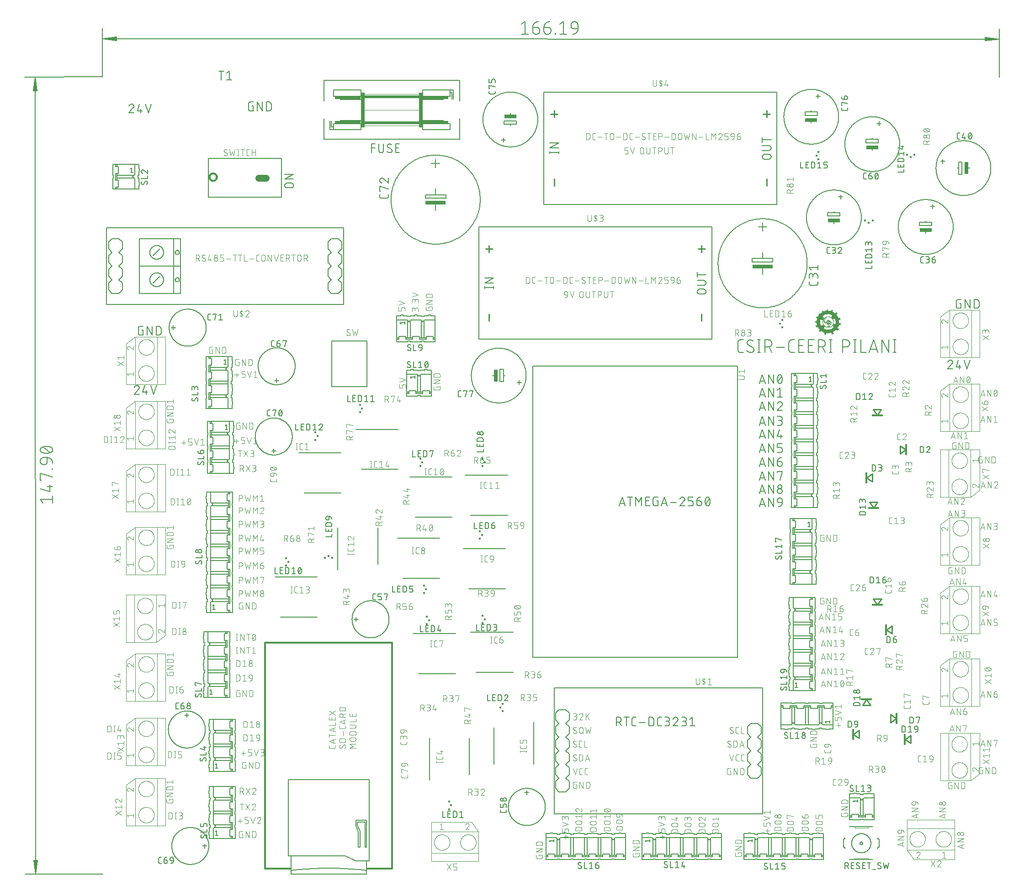
<source format=gbr>
G04 EAGLE Gerber RS-274X export*
G75*
%MOMM*%
%FSLAX34Y34*%
%LPD*%
%INSilkscreen Top*%
%IPPOS*%
%AMOC8*
5,1,8,0,0,1.08239X$1,22.5*%
G01*
%ADD10C,0.152400*%
%ADD11C,0.101600*%
%ADD12C,0.203200*%
%ADD13C,0.130000*%
%ADD14R,2.286000X0.635000*%
%ADD15C,0.127000*%
%ADD16C,0.050800*%
%ADD17R,0.635000X1.143000*%
%ADD18R,0.635000X4.064000*%
%ADD19R,10.160000X0.508000*%
%ADD20R,3.937000X0.127000*%
%ADD21R,4.826000X0.508000*%
%ADD22C,0.177800*%
%ADD23R,0.425000X0.325000*%
%ADD24R,0.350000X0.350000*%
%ADD25R,0.325000X0.425000*%
%ADD26C,0.304800*%
%ADD27C,0.254000*%
%ADD28R,3.810000X0.635000*%
%ADD29R,0.635000X2.286000*%
%ADD30C,1.270000*%
%ADD31C,0.200000*%
%ADD32C,0.406400*%
%ADD33C,0.076200*%
%ADD34C,0.010159*%
%ADD35C,0.025400*%
%ADD36R,0.300000X2.100000*%
%ADD37R,2.100000X0.300000*%


D10*
X133406Y862584D02*
X126182Y862584D01*
X126049Y862586D01*
X125917Y862592D01*
X125785Y862602D01*
X125653Y862615D01*
X125521Y862633D01*
X125391Y862654D01*
X125260Y862679D01*
X125131Y862708D01*
X125003Y862741D01*
X124875Y862777D01*
X124749Y862817D01*
X124624Y862861D01*
X124500Y862909D01*
X124378Y862960D01*
X124257Y863015D01*
X124138Y863073D01*
X124020Y863135D01*
X123905Y863200D01*
X123791Y863269D01*
X123680Y863340D01*
X123571Y863416D01*
X123464Y863494D01*
X123359Y863575D01*
X123257Y863660D01*
X123157Y863747D01*
X123060Y863837D01*
X122965Y863930D01*
X122874Y864026D01*
X122785Y864124D01*
X122699Y864225D01*
X122616Y864329D01*
X122536Y864435D01*
X122460Y864543D01*
X122386Y864653D01*
X122316Y864766D01*
X122249Y864880D01*
X122186Y864997D01*
X122126Y865115D01*
X122069Y865235D01*
X122016Y865357D01*
X121967Y865480D01*
X121921Y865604D01*
X121879Y865730D01*
X121841Y865857D01*
X121806Y865985D01*
X121775Y866114D01*
X121748Y866243D01*
X121725Y866374D01*
X121705Y866505D01*
X121690Y866637D01*
X121678Y866769D01*
X121670Y866901D01*
X121666Y867034D01*
X121666Y867166D01*
X121670Y867299D01*
X121678Y867431D01*
X121690Y867563D01*
X121705Y867695D01*
X121725Y867826D01*
X121748Y867957D01*
X121775Y868086D01*
X121806Y868215D01*
X121841Y868343D01*
X121879Y868470D01*
X121921Y868596D01*
X121967Y868720D01*
X122016Y868843D01*
X122069Y868965D01*
X122126Y869085D01*
X122186Y869203D01*
X122249Y869320D01*
X122316Y869434D01*
X122386Y869547D01*
X122460Y869657D01*
X122536Y869765D01*
X122616Y869871D01*
X122699Y869975D01*
X122785Y870076D01*
X122874Y870174D01*
X122965Y870270D01*
X123060Y870363D01*
X123157Y870453D01*
X123257Y870540D01*
X123359Y870625D01*
X123464Y870706D01*
X123571Y870784D01*
X123680Y870860D01*
X123791Y870931D01*
X123905Y871000D01*
X124020Y871065D01*
X124138Y871127D01*
X124257Y871185D01*
X124378Y871240D01*
X124500Y871291D01*
X124624Y871339D01*
X124749Y871383D01*
X124875Y871423D01*
X125003Y871459D01*
X125131Y871492D01*
X125260Y871521D01*
X125391Y871546D01*
X125521Y871567D01*
X125653Y871585D01*
X125785Y871598D01*
X125917Y871608D01*
X126049Y871614D01*
X126182Y871616D01*
X126182Y871615D02*
X133406Y871615D01*
X133406Y871616D02*
X133539Y871614D01*
X133671Y871608D01*
X133803Y871598D01*
X133935Y871585D01*
X134067Y871567D01*
X134197Y871546D01*
X134328Y871521D01*
X134457Y871492D01*
X134585Y871459D01*
X134713Y871423D01*
X134839Y871383D01*
X134964Y871339D01*
X135088Y871291D01*
X135210Y871240D01*
X135331Y871185D01*
X135450Y871127D01*
X135568Y871065D01*
X135683Y871000D01*
X135797Y870931D01*
X135908Y870860D01*
X136017Y870784D01*
X136124Y870706D01*
X136229Y870625D01*
X136331Y870540D01*
X136431Y870453D01*
X136528Y870363D01*
X136623Y870270D01*
X136714Y870174D01*
X136803Y870076D01*
X136889Y869975D01*
X136972Y869871D01*
X137052Y869765D01*
X137128Y869657D01*
X137202Y869547D01*
X137272Y869434D01*
X137339Y869320D01*
X137402Y869203D01*
X137462Y869085D01*
X137519Y868965D01*
X137572Y868843D01*
X137621Y868720D01*
X137667Y868596D01*
X137709Y868470D01*
X137747Y868343D01*
X137782Y868215D01*
X137813Y868086D01*
X137840Y867957D01*
X137863Y867826D01*
X137883Y867695D01*
X137898Y867563D01*
X137910Y867431D01*
X137918Y867299D01*
X137922Y867166D01*
X137922Y867034D01*
X137918Y866901D01*
X137910Y866769D01*
X137898Y866637D01*
X137883Y866505D01*
X137863Y866374D01*
X137840Y866243D01*
X137813Y866114D01*
X137782Y865985D01*
X137747Y865857D01*
X137709Y865730D01*
X137667Y865604D01*
X137621Y865480D01*
X137572Y865357D01*
X137519Y865235D01*
X137462Y865115D01*
X137402Y864997D01*
X137339Y864880D01*
X137272Y864766D01*
X137202Y864653D01*
X137128Y864543D01*
X137052Y864435D01*
X136972Y864329D01*
X136889Y864225D01*
X136803Y864124D01*
X136714Y864026D01*
X136623Y863930D01*
X136528Y863837D01*
X136431Y863747D01*
X136331Y863660D01*
X136229Y863575D01*
X136124Y863494D01*
X136017Y863416D01*
X135908Y863340D01*
X135797Y863269D01*
X135683Y863200D01*
X135568Y863135D01*
X135450Y863073D01*
X135331Y863015D01*
X135210Y862960D01*
X135088Y862909D01*
X134964Y862861D01*
X134839Y862817D01*
X134713Y862777D01*
X134585Y862741D01*
X134457Y862708D01*
X134328Y862679D01*
X134197Y862654D01*
X134067Y862633D01*
X133935Y862615D01*
X133803Y862602D01*
X133671Y862592D01*
X133539Y862586D01*
X133406Y862584D01*
X137922Y878736D02*
X121666Y878736D01*
X137922Y887767D01*
X121666Y887767D01*
X-157896Y1013968D02*
X-157898Y1014093D01*
X-157904Y1014218D01*
X-157913Y1014343D01*
X-157927Y1014467D01*
X-157944Y1014591D01*
X-157965Y1014715D01*
X-157990Y1014837D01*
X-158019Y1014959D01*
X-158051Y1015080D01*
X-158087Y1015200D01*
X-158127Y1015319D01*
X-158170Y1015436D01*
X-158217Y1015552D01*
X-158268Y1015667D01*
X-158322Y1015779D01*
X-158380Y1015891D01*
X-158440Y1016000D01*
X-158505Y1016107D01*
X-158572Y1016213D01*
X-158643Y1016316D01*
X-158717Y1016417D01*
X-158794Y1016516D01*
X-158874Y1016612D01*
X-158957Y1016706D01*
X-159042Y1016797D01*
X-159131Y1016886D01*
X-159222Y1016971D01*
X-159316Y1017054D01*
X-159412Y1017134D01*
X-159511Y1017211D01*
X-159612Y1017285D01*
X-159715Y1017356D01*
X-159821Y1017423D01*
X-159928Y1017488D01*
X-160037Y1017548D01*
X-160149Y1017606D01*
X-160261Y1017660D01*
X-160376Y1017711D01*
X-160492Y1017758D01*
X-160609Y1017801D01*
X-160728Y1017841D01*
X-160848Y1017877D01*
X-160969Y1017909D01*
X-161091Y1017938D01*
X-161213Y1017963D01*
X-161337Y1017984D01*
X-161461Y1018001D01*
X-161585Y1018015D01*
X-161710Y1018024D01*
X-161835Y1018030D01*
X-161960Y1018032D01*
X-162103Y1018030D01*
X-162245Y1018024D01*
X-162388Y1018014D01*
X-162530Y1018001D01*
X-162671Y1017983D01*
X-162813Y1017962D01*
X-162953Y1017937D01*
X-163093Y1017908D01*
X-163232Y1017875D01*
X-163370Y1017838D01*
X-163507Y1017798D01*
X-163642Y1017754D01*
X-163777Y1017706D01*
X-163910Y1017654D01*
X-164042Y1017599D01*
X-164172Y1017540D01*
X-164300Y1017478D01*
X-164427Y1017412D01*
X-164552Y1017343D01*
X-164675Y1017271D01*
X-164796Y1017195D01*
X-164914Y1017116D01*
X-165031Y1017033D01*
X-165145Y1016948D01*
X-165257Y1016859D01*
X-165366Y1016768D01*
X-165473Y1016673D01*
X-165578Y1016576D01*
X-165679Y1016475D01*
X-165778Y1016372D01*
X-165874Y1016267D01*
X-165967Y1016158D01*
X-166057Y1016047D01*
X-166144Y1015934D01*
X-166228Y1015819D01*
X-166308Y1015701D01*
X-166386Y1015581D01*
X-166460Y1015459D01*
X-166530Y1015335D01*
X-166598Y1015209D01*
X-166661Y1015081D01*
X-166722Y1014952D01*
X-166779Y1014821D01*
X-166832Y1014689D01*
X-166881Y1014555D01*
X-166927Y1014420D01*
X-159251Y1010807D02*
X-159157Y1010899D01*
X-159067Y1010993D01*
X-158979Y1011090D01*
X-158894Y1011190D01*
X-158812Y1011292D01*
X-158733Y1011397D01*
X-158658Y1011504D01*
X-158586Y1011613D01*
X-158517Y1011724D01*
X-158451Y1011838D01*
X-158389Y1011953D01*
X-158330Y1012070D01*
X-158275Y1012189D01*
X-158224Y1012309D01*
X-158176Y1012431D01*
X-158131Y1012554D01*
X-158091Y1012678D01*
X-158054Y1012804D01*
X-158021Y1012931D01*
X-157992Y1013058D01*
X-157966Y1013187D01*
X-157945Y1013316D01*
X-157927Y1013446D01*
X-157914Y1013576D01*
X-157904Y1013706D01*
X-157898Y1013837D01*
X-157896Y1013968D01*
X-159250Y1010807D02*
X-166927Y1001776D01*
X-157896Y1001776D01*
X-151295Y1005388D02*
X-147683Y1018032D01*
X-151295Y1005388D02*
X-142264Y1005388D01*
X-144974Y1001776D02*
X-144974Y1009001D01*
X-136567Y1018032D02*
X-131149Y1001776D01*
X-125730Y1018032D01*
X60718Y1014617D02*
X63427Y1014617D01*
X63427Y1005586D01*
X58009Y1005586D01*
X57891Y1005588D01*
X57773Y1005594D01*
X57655Y1005603D01*
X57538Y1005617D01*
X57421Y1005634D01*
X57304Y1005655D01*
X57189Y1005680D01*
X57074Y1005709D01*
X56960Y1005742D01*
X56848Y1005778D01*
X56737Y1005818D01*
X56627Y1005861D01*
X56518Y1005908D01*
X56411Y1005958D01*
X56306Y1006013D01*
X56203Y1006070D01*
X56102Y1006131D01*
X56002Y1006195D01*
X55905Y1006262D01*
X55810Y1006332D01*
X55718Y1006406D01*
X55627Y1006482D01*
X55540Y1006562D01*
X55455Y1006644D01*
X55373Y1006729D01*
X55293Y1006816D01*
X55217Y1006907D01*
X55143Y1006999D01*
X55073Y1007094D01*
X55006Y1007191D01*
X54942Y1007291D01*
X54881Y1007392D01*
X54824Y1007495D01*
X54769Y1007600D01*
X54719Y1007707D01*
X54672Y1007816D01*
X54629Y1007926D01*
X54589Y1008037D01*
X54553Y1008149D01*
X54520Y1008263D01*
X54491Y1008378D01*
X54466Y1008493D01*
X54445Y1008610D01*
X54428Y1008727D01*
X54414Y1008844D01*
X54405Y1008962D01*
X54399Y1009080D01*
X54397Y1009198D01*
X54396Y1009198D02*
X54396Y1018230D01*
X54397Y1018230D02*
X54399Y1018348D01*
X54405Y1018466D01*
X54414Y1018584D01*
X54428Y1018701D01*
X54445Y1018818D01*
X54466Y1018935D01*
X54491Y1019050D01*
X54520Y1019165D01*
X54553Y1019279D01*
X54589Y1019391D01*
X54629Y1019502D01*
X54672Y1019612D01*
X54719Y1019721D01*
X54769Y1019828D01*
X54823Y1019933D01*
X54881Y1020036D01*
X54942Y1020137D01*
X55006Y1020237D01*
X55073Y1020334D01*
X55143Y1020429D01*
X55217Y1020521D01*
X55293Y1020612D01*
X55373Y1020699D01*
X55455Y1020784D01*
X55540Y1020866D01*
X55627Y1020946D01*
X55718Y1021022D01*
X55810Y1021096D01*
X55905Y1021166D01*
X56002Y1021233D01*
X56102Y1021297D01*
X56203Y1021358D01*
X56306Y1021415D01*
X56411Y1021469D01*
X56518Y1021520D01*
X56627Y1021567D01*
X56737Y1021610D01*
X56848Y1021650D01*
X56960Y1021686D01*
X57074Y1021719D01*
X57189Y1021748D01*
X57304Y1021773D01*
X57421Y1021794D01*
X57538Y1021811D01*
X57655Y1021825D01*
X57773Y1021834D01*
X57891Y1021840D01*
X58009Y1021842D01*
X63427Y1021842D01*
X71070Y1021842D02*
X71070Y1005586D01*
X80101Y1005586D02*
X71070Y1021842D01*
X80101Y1021842D02*
X80101Y1005586D01*
X87743Y1005586D02*
X87743Y1021842D01*
X92258Y1021842D01*
X92389Y1021840D01*
X92521Y1021834D01*
X92652Y1021825D01*
X92782Y1021811D01*
X92913Y1021794D01*
X93042Y1021773D01*
X93171Y1021749D01*
X93299Y1021720D01*
X93427Y1021688D01*
X93553Y1021652D01*
X93678Y1021613D01*
X93803Y1021570D01*
X93925Y1021523D01*
X94047Y1021473D01*
X94167Y1021419D01*
X94285Y1021362D01*
X94401Y1021301D01*
X94516Y1021237D01*
X94629Y1021170D01*
X94740Y1021099D01*
X94848Y1021025D01*
X94955Y1020948D01*
X95059Y1020868D01*
X95161Y1020785D01*
X95260Y1020700D01*
X95357Y1020611D01*
X95451Y1020519D01*
X95543Y1020425D01*
X95632Y1020328D01*
X95717Y1020229D01*
X95800Y1020127D01*
X95880Y1020023D01*
X95957Y1019916D01*
X96031Y1019808D01*
X96102Y1019697D01*
X96169Y1019584D01*
X96233Y1019469D01*
X96294Y1019353D01*
X96351Y1019235D01*
X96405Y1019115D01*
X96455Y1018993D01*
X96502Y1018871D01*
X96545Y1018746D01*
X96584Y1018621D01*
X96620Y1018495D01*
X96652Y1018367D01*
X96681Y1018239D01*
X96705Y1018110D01*
X96726Y1017981D01*
X96743Y1017850D01*
X96757Y1017720D01*
X96766Y1017589D01*
X96772Y1017457D01*
X96774Y1017326D01*
X96774Y1010102D01*
X96772Y1009971D01*
X96766Y1009839D01*
X96757Y1009708D01*
X96743Y1009578D01*
X96726Y1009447D01*
X96705Y1009318D01*
X96681Y1009189D01*
X96652Y1009061D01*
X96620Y1008933D01*
X96584Y1008807D01*
X96545Y1008682D01*
X96502Y1008557D01*
X96455Y1008435D01*
X96405Y1008313D01*
X96351Y1008193D01*
X96294Y1008075D01*
X96233Y1007959D01*
X96169Y1007844D01*
X96102Y1007731D01*
X96031Y1007620D01*
X95957Y1007512D01*
X95880Y1007405D01*
X95800Y1007301D01*
X95717Y1007199D01*
X95632Y1007100D01*
X95543Y1007003D01*
X95451Y1006909D01*
X95357Y1006817D01*
X95260Y1006728D01*
X95161Y1006643D01*
X95059Y1006560D01*
X94955Y1006480D01*
X94848Y1006403D01*
X94740Y1006329D01*
X94629Y1006258D01*
X94516Y1006191D01*
X94401Y1006127D01*
X94285Y1006066D01*
X94167Y1006009D01*
X94047Y1005955D01*
X93925Y1005905D01*
X93803Y1005858D01*
X93678Y1005815D01*
X93553Y1005776D01*
X93427Y1005740D01*
X93299Y1005708D01*
X93171Y1005679D01*
X93042Y1005655D01*
X92912Y1005634D01*
X92782Y1005617D01*
X92652Y1005603D01*
X92521Y1005594D01*
X92389Y1005588D01*
X92258Y1005586D01*
X87743Y1005586D01*
X-140789Y598565D02*
X-143498Y598565D01*
X-140789Y598565D02*
X-140789Y589534D01*
X-146207Y589534D01*
X-146325Y589536D01*
X-146443Y589542D01*
X-146561Y589551D01*
X-146678Y589565D01*
X-146795Y589582D01*
X-146912Y589603D01*
X-147027Y589628D01*
X-147142Y589657D01*
X-147256Y589690D01*
X-147368Y589726D01*
X-147479Y589766D01*
X-147589Y589809D01*
X-147698Y589856D01*
X-147805Y589906D01*
X-147910Y589961D01*
X-148013Y590018D01*
X-148114Y590079D01*
X-148214Y590143D01*
X-148311Y590210D01*
X-148406Y590280D01*
X-148498Y590354D01*
X-148589Y590430D01*
X-148676Y590510D01*
X-148761Y590592D01*
X-148843Y590677D01*
X-148923Y590764D01*
X-148999Y590855D01*
X-149073Y590947D01*
X-149143Y591042D01*
X-149210Y591139D01*
X-149274Y591239D01*
X-149335Y591340D01*
X-149392Y591443D01*
X-149447Y591548D01*
X-149497Y591655D01*
X-149544Y591764D01*
X-149587Y591874D01*
X-149627Y591985D01*
X-149663Y592097D01*
X-149696Y592211D01*
X-149725Y592326D01*
X-149750Y592441D01*
X-149771Y592558D01*
X-149788Y592675D01*
X-149802Y592792D01*
X-149811Y592910D01*
X-149817Y593028D01*
X-149819Y593146D01*
X-149820Y593146D02*
X-149820Y602178D01*
X-149819Y602178D02*
X-149817Y602296D01*
X-149811Y602414D01*
X-149802Y602532D01*
X-149788Y602649D01*
X-149771Y602766D01*
X-149750Y602883D01*
X-149725Y602998D01*
X-149696Y603113D01*
X-149663Y603227D01*
X-149627Y603339D01*
X-149587Y603450D01*
X-149544Y603560D01*
X-149497Y603669D01*
X-149447Y603776D01*
X-149392Y603881D01*
X-149335Y603984D01*
X-149274Y604085D01*
X-149210Y604185D01*
X-149143Y604282D01*
X-149073Y604377D01*
X-148999Y604469D01*
X-148923Y604560D01*
X-148843Y604647D01*
X-148761Y604732D01*
X-148676Y604814D01*
X-148589Y604894D01*
X-148498Y604970D01*
X-148406Y605044D01*
X-148311Y605114D01*
X-148214Y605181D01*
X-148114Y605245D01*
X-148013Y605306D01*
X-147910Y605363D01*
X-147805Y605418D01*
X-147698Y605468D01*
X-147589Y605515D01*
X-147479Y605558D01*
X-147368Y605598D01*
X-147256Y605634D01*
X-147142Y605667D01*
X-147027Y605696D01*
X-146912Y605721D01*
X-146795Y605742D01*
X-146678Y605759D01*
X-146561Y605773D01*
X-146443Y605782D01*
X-146325Y605788D01*
X-146207Y605790D01*
X-140789Y605790D01*
X-133146Y605790D02*
X-133146Y589534D01*
X-124115Y589534D02*
X-133146Y605790D01*
X-124115Y605790D02*
X-124115Y589534D01*
X-116473Y589534D02*
X-116473Y605790D01*
X-111958Y605790D01*
X-111827Y605788D01*
X-111695Y605782D01*
X-111564Y605773D01*
X-111434Y605759D01*
X-111303Y605742D01*
X-111174Y605721D01*
X-111045Y605697D01*
X-110917Y605668D01*
X-110789Y605636D01*
X-110663Y605600D01*
X-110538Y605561D01*
X-110413Y605518D01*
X-110291Y605471D01*
X-110169Y605421D01*
X-110049Y605367D01*
X-109931Y605310D01*
X-109815Y605249D01*
X-109700Y605185D01*
X-109587Y605118D01*
X-109476Y605047D01*
X-109368Y604973D01*
X-109261Y604896D01*
X-109157Y604816D01*
X-109055Y604733D01*
X-108956Y604648D01*
X-108859Y604559D01*
X-108765Y604467D01*
X-108673Y604373D01*
X-108584Y604276D01*
X-108499Y604177D01*
X-108416Y604075D01*
X-108336Y603971D01*
X-108259Y603864D01*
X-108185Y603756D01*
X-108114Y603645D01*
X-108047Y603532D01*
X-107983Y603417D01*
X-107922Y603301D01*
X-107865Y603183D01*
X-107811Y603063D01*
X-107761Y602941D01*
X-107714Y602819D01*
X-107671Y602694D01*
X-107632Y602569D01*
X-107596Y602443D01*
X-107564Y602315D01*
X-107535Y602187D01*
X-107511Y602058D01*
X-107490Y601929D01*
X-107473Y601798D01*
X-107459Y601668D01*
X-107450Y601537D01*
X-107444Y601405D01*
X-107442Y601274D01*
X-107442Y594050D01*
X-107444Y593919D01*
X-107450Y593787D01*
X-107459Y593656D01*
X-107473Y593526D01*
X-107490Y593395D01*
X-107511Y593266D01*
X-107535Y593137D01*
X-107564Y593009D01*
X-107596Y592881D01*
X-107632Y592755D01*
X-107671Y592630D01*
X-107714Y592505D01*
X-107761Y592383D01*
X-107811Y592261D01*
X-107865Y592141D01*
X-107922Y592023D01*
X-107983Y591907D01*
X-108047Y591792D01*
X-108114Y591679D01*
X-108185Y591568D01*
X-108259Y591460D01*
X-108336Y591353D01*
X-108416Y591249D01*
X-108499Y591147D01*
X-108584Y591048D01*
X-108673Y590951D01*
X-108765Y590857D01*
X-108859Y590765D01*
X-108956Y590676D01*
X-109055Y590591D01*
X-109157Y590508D01*
X-109261Y590428D01*
X-109368Y590351D01*
X-109476Y590277D01*
X-109587Y590206D01*
X-109700Y590139D01*
X-109815Y590075D01*
X-109931Y590014D01*
X-110049Y589957D01*
X-110169Y589903D01*
X-110291Y589853D01*
X-110413Y589806D01*
X-110538Y589763D01*
X-110663Y589724D01*
X-110789Y589688D01*
X-110917Y589656D01*
X-111045Y589627D01*
X-111174Y589603D01*
X-111303Y589582D01*
X-111434Y589565D01*
X-111564Y589551D01*
X-111695Y589542D01*
X-111827Y589536D01*
X-111958Y589534D01*
X-116473Y589534D01*
X-152054Y496062D02*
X-151929Y496060D01*
X-151804Y496054D01*
X-151679Y496045D01*
X-151555Y496031D01*
X-151431Y496014D01*
X-151307Y495993D01*
X-151185Y495968D01*
X-151063Y495939D01*
X-150942Y495907D01*
X-150822Y495871D01*
X-150703Y495831D01*
X-150586Y495788D01*
X-150470Y495741D01*
X-150355Y495690D01*
X-150243Y495636D01*
X-150131Y495578D01*
X-150022Y495518D01*
X-149915Y495453D01*
X-149809Y495386D01*
X-149706Y495315D01*
X-149605Y495241D01*
X-149506Y495164D01*
X-149410Y495084D01*
X-149316Y495001D01*
X-149225Y494916D01*
X-149136Y494827D01*
X-149051Y494736D01*
X-148968Y494642D01*
X-148888Y494546D01*
X-148811Y494447D01*
X-148737Y494346D01*
X-148666Y494243D01*
X-148599Y494137D01*
X-148534Y494030D01*
X-148474Y493921D01*
X-148416Y493809D01*
X-148362Y493697D01*
X-148311Y493582D01*
X-148264Y493466D01*
X-148221Y493349D01*
X-148181Y493230D01*
X-148145Y493110D01*
X-148113Y492989D01*
X-148084Y492867D01*
X-148059Y492745D01*
X-148038Y492621D01*
X-148021Y492497D01*
X-148007Y492373D01*
X-147998Y492248D01*
X-147992Y492123D01*
X-147990Y491998D01*
X-152054Y496062D02*
X-152197Y496060D01*
X-152339Y496054D01*
X-152482Y496044D01*
X-152624Y496031D01*
X-152765Y496013D01*
X-152907Y495992D01*
X-153047Y495967D01*
X-153187Y495938D01*
X-153326Y495905D01*
X-153464Y495868D01*
X-153601Y495828D01*
X-153736Y495784D01*
X-153871Y495736D01*
X-154004Y495684D01*
X-154136Y495629D01*
X-154266Y495570D01*
X-154394Y495508D01*
X-154521Y495442D01*
X-154646Y495373D01*
X-154769Y495301D01*
X-154890Y495225D01*
X-155008Y495146D01*
X-155125Y495063D01*
X-155239Y494978D01*
X-155351Y494889D01*
X-155460Y494798D01*
X-155567Y494703D01*
X-155672Y494606D01*
X-155773Y494505D01*
X-155872Y494402D01*
X-155968Y494297D01*
X-156061Y494188D01*
X-156151Y494077D01*
X-156238Y493964D01*
X-156322Y493849D01*
X-156402Y493731D01*
X-156480Y493611D01*
X-156554Y493489D01*
X-156624Y493365D01*
X-156692Y493239D01*
X-156755Y493111D01*
X-156816Y492982D01*
X-156873Y492851D01*
X-156926Y492719D01*
X-156975Y492585D01*
X-157021Y492450D01*
X-149345Y488837D02*
X-149251Y488929D01*
X-149161Y489023D01*
X-149073Y489120D01*
X-148988Y489220D01*
X-148906Y489322D01*
X-148827Y489427D01*
X-148752Y489534D01*
X-148680Y489643D01*
X-148611Y489754D01*
X-148545Y489868D01*
X-148483Y489983D01*
X-148424Y490100D01*
X-148369Y490219D01*
X-148318Y490339D01*
X-148270Y490461D01*
X-148225Y490584D01*
X-148185Y490708D01*
X-148148Y490834D01*
X-148115Y490961D01*
X-148086Y491088D01*
X-148060Y491217D01*
X-148039Y491346D01*
X-148021Y491476D01*
X-148008Y491606D01*
X-147998Y491736D01*
X-147992Y491867D01*
X-147990Y491998D01*
X-149344Y488837D02*
X-157021Y479806D01*
X-147990Y479806D01*
X-141389Y483418D02*
X-137777Y496062D01*
X-141389Y483418D02*
X-132358Y483418D01*
X-135068Y479806D02*
X-135068Y487031D01*
X-126661Y496062D02*
X-121243Y479806D01*
X-115824Y496062D01*
D11*
X-91581Y433719D02*
X-91581Y431772D01*
X-91581Y433719D02*
X-85090Y433719D01*
X-85090Y429824D01*
X-85092Y429725D01*
X-85098Y429625D01*
X-85107Y429526D01*
X-85120Y429428D01*
X-85137Y429330D01*
X-85158Y429232D01*
X-85183Y429136D01*
X-85211Y429041D01*
X-85243Y428947D01*
X-85278Y428854D01*
X-85317Y428762D01*
X-85360Y428672D01*
X-85405Y428584D01*
X-85455Y428497D01*
X-85507Y428413D01*
X-85563Y428330D01*
X-85621Y428250D01*
X-85683Y428172D01*
X-85748Y428097D01*
X-85816Y428024D01*
X-85886Y427954D01*
X-85959Y427886D01*
X-86034Y427821D01*
X-86112Y427759D01*
X-86192Y427701D01*
X-86275Y427645D01*
X-86359Y427593D01*
X-86446Y427543D01*
X-86534Y427498D01*
X-86624Y427455D01*
X-86716Y427416D01*
X-86809Y427381D01*
X-86903Y427349D01*
X-86998Y427321D01*
X-87094Y427296D01*
X-87192Y427275D01*
X-87290Y427258D01*
X-87388Y427245D01*
X-87487Y427236D01*
X-87587Y427230D01*
X-87686Y427228D01*
X-94178Y427228D01*
X-94277Y427230D01*
X-94377Y427236D01*
X-94476Y427245D01*
X-94574Y427258D01*
X-94672Y427275D01*
X-94770Y427296D01*
X-94866Y427321D01*
X-94961Y427349D01*
X-95055Y427381D01*
X-95148Y427416D01*
X-95240Y427455D01*
X-95330Y427498D01*
X-95418Y427543D01*
X-95505Y427593D01*
X-95589Y427645D01*
X-95672Y427701D01*
X-95752Y427759D01*
X-95830Y427821D01*
X-95905Y427886D01*
X-95978Y427954D01*
X-96048Y428024D01*
X-96116Y428097D01*
X-96181Y428172D01*
X-96243Y428250D01*
X-96301Y428330D01*
X-96357Y428413D01*
X-96409Y428497D01*
X-96459Y428584D01*
X-96504Y428672D01*
X-96547Y428762D01*
X-96586Y428854D01*
X-96621Y428946D01*
X-96653Y429041D01*
X-96681Y429136D01*
X-96706Y429232D01*
X-96727Y429330D01*
X-96744Y429428D01*
X-96757Y429526D01*
X-96766Y429625D01*
X-96772Y429725D01*
X-96774Y429824D01*
X-96774Y433719D01*
X-96774Y439420D02*
X-85090Y439420D01*
X-85090Y445911D02*
X-96774Y439420D01*
X-96774Y445911D02*
X-85090Y445911D01*
X-85090Y451612D02*
X-96774Y451612D01*
X-96774Y454857D01*
X-96772Y454970D01*
X-96766Y455083D01*
X-96756Y455196D01*
X-96742Y455309D01*
X-96725Y455421D01*
X-96703Y455532D01*
X-96678Y455642D01*
X-96648Y455752D01*
X-96615Y455860D01*
X-96578Y455967D01*
X-96538Y456073D01*
X-96493Y456177D01*
X-96445Y456280D01*
X-96394Y456381D01*
X-96339Y456480D01*
X-96281Y456577D01*
X-96219Y456672D01*
X-96154Y456765D01*
X-96086Y456855D01*
X-96015Y456943D01*
X-95940Y457029D01*
X-95863Y457112D01*
X-95783Y457192D01*
X-95700Y457269D01*
X-95614Y457344D01*
X-95526Y457415D01*
X-95436Y457483D01*
X-95343Y457548D01*
X-95248Y457610D01*
X-95151Y457668D01*
X-95052Y457723D01*
X-94951Y457774D01*
X-94848Y457822D01*
X-94744Y457867D01*
X-94638Y457907D01*
X-94531Y457944D01*
X-94423Y457977D01*
X-94313Y458007D01*
X-94203Y458032D01*
X-94092Y458054D01*
X-93980Y458071D01*
X-93867Y458085D01*
X-93754Y458095D01*
X-93641Y458101D01*
X-93528Y458103D01*
X-88336Y458103D01*
X-88223Y458101D01*
X-88110Y458095D01*
X-87997Y458085D01*
X-87884Y458071D01*
X-87772Y458054D01*
X-87661Y458032D01*
X-87551Y458007D01*
X-87441Y457977D01*
X-87333Y457944D01*
X-87226Y457907D01*
X-87120Y457867D01*
X-87016Y457822D01*
X-86913Y457774D01*
X-86812Y457723D01*
X-86713Y457668D01*
X-86616Y457610D01*
X-86521Y457548D01*
X-86428Y457483D01*
X-86338Y457415D01*
X-86250Y457344D01*
X-86164Y457269D01*
X-86081Y457192D01*
X-86001Y457112D01*
X-85924Y457029D01*
X-85849Y456943D01*
X-85778Y456855D01*
X-85710Y456765D01*
X-85645Y456672D01*
X-85583Y456577D01*
X-85525Y456480D01*
X-85470Y456381D01*
X-85419Y456280D01*
X-85371Y456177D01*
X-85326Y456073D01*
X-85286Y455967D01*
X-85249Y455860D01*
X-85216Y455752D01*
X-85186Y455642D01*
X-85161Y455532D01*
X-85139Y455421D01*
X-85122Y455309D01*
X-85108Y455196D01*
X-85098Y455083D01*
X-85092Y454970D01*
X-85090Y454857D01*
X-85090Y451612D01*
X-94178Y463423D02*
X-96774Y466668D01*
X-85090Y466668D01*
X-85090Y463423D02*
X-85090Y469914D01*
X-91581Y199785D02*
X-91581Y197838D01*
X-91581Y199785D02*
X-85090Y199785D01*
X-85090Y195890D01*
X-85092Y195791D01*
X-85098Y195691D01*
X-85107Y195592D01*
X-85120Y195494D01*
X-85137Y195396D01*
X-85158Y195298D01*
X-85183Y195202D01*
X-85211Y195107D01*
X-85243Y195013D01*
X-85278Y194920D01*
X-85317Y194828D01*
X-85360Y194738D01*
X-85405Y194650D01*
X-85455Y194563D01*
X-85507Y194479D01*
X-85563Y194396D01*
X-85621Y194316D01*
X-85683Y194238D01*
X-85748Y194163D01*
X-85816Y194090D01*
X-85886Y194020D01*
X-85959Y193952D01*
X-86034Y193887D01*
X-86112Y193825D01*
X-86192Y193767D01*
X-86275Y193711D01*
X-86359Y193659D01*
X-86446Y193609D01*
X-86534Y193564D01*
X-86624Y193521D01*
X-86716Y193482D01*
X-86809Y193447D01*
X-86903Y193415D01*
X-86998Y193387D01*
X-87094Y193362D01*
X-87192Y193341D01*
X-87290Y193324D01*
X-87388Y193311D01*
X-87487Y193302D01*
X-87587Y193296D01*
X-87686Y193294D01*
X-94178Y193294D01*
X-94277Y193296D01*
X-94377Y193302D01*
X-94476Y193311D01*
X-94574Y193324D01*
X-94672Y193341D01*
X-94770Y193362D01*
X-94866Y193387D01*
X-94961Y193415D01*
X-95055Y193447D01*
X-95148Y193482D01*
X-95240Y193521D01*
X-95330Y193564D01*
X-95418Y193609D01*
X-95505Y193659D01*
X-95589Y193711D01*
X-95672Y193767D01*
X-95752Y193825D01*
X-95830Y193887D01*
X-95905Y193952D01*
X-95978Y194020D01*
X-96048Y194090D01*
X-96116Y194163D01*
X-96181Y194238D01*
X-96243Y194316D01*
X-96301Y194396D01*
X-96357Y194479D01*
X-96409Y194563D01*
X-96459Y194650D01*
X-96504Y194738D01*
X-96547Y194828D01*
X-96586Y194920D01*
X-96621Y195012D01*
X-96653Y195107D01*
X-96681Y195202D01*
X-96706Y195298D01*
X-96727Y195396D01*
X-96744Y195494D01*
X-96757Y195592D01*
X-96766Y195691D01*
X-96772Y195791D01*
X-96774Y195890D01*
X-96774Y199785D01*
X-96774Y205486D02*
X-85090Y205486D01*
X-85090Y211977D02*
X-96774Y205486D01*
X-96774Y211977D02*
X-85090Y211977D01*
X-85090Y217678D02*
X-96774Y217678D01*
X-96774Y220923D01*
X-96772Y221036D01*
X-96766Y221149D01*
X-96756Y221262D01*
X-96742Y221375D01*
X-96725Y221487D01*
X-96703Y221598D01*
X-96678Y221708D01*
X-96648Y221818D01*
X-96615Y221926D01*
X-96578Y222033D01*
X-96538Y222139D01*
X-96493Y222243D01*
X-96445Y222346D01*
X-96394Y222447D01*
X-96339Y222546D01*
X-96281Y222643D01*
X-96219Y222738D01*
X-96154Y222831D01*
X-96086Y222921D01*
X-96015Y223009D01*
X-95940Y223095D01*
X-95863Y223178D01*
X-95783Y223258D01*
X-95700Y223335D01*
X-95614Y223410D01*
X-95526Y223481D01*
X-95436Y223549D01*
X-95343Y223614D01*
X-95248Y223676D01*
X-95151Y223734D01*
X-95052Y223789D01*
X-94951Y223840D01*
X-94848Y223888D01*
X-94744Y223933D01*
X-94638Y223973D01*
X-94531Y224010D01*
X-94423Y224043D01*
X-94313Y224073D01*
X-94203Y224098D01*
X-94092Y224120D01*
X-93980Y224137D01*
X-93867Y224151D01*
X-93754Y224161D01*
X-93641Y224167D01*
X-93528Y224169D01*
X-88336Y224169D01*
X-88223Y224167D01*
X-88110Y224161D01*
X-87997Y224151D01*
X-87884Y224137D01*
X-87772Y224120D01*
X-87661Y224098D01*
X-87551Y224073D01*
X-87441Y224043D01*
X-87333Y224010D01*
X-87226Y223973D01*
X-87120Y223933D01*
X-87016Y223888D01*
X-86913Y223840D01*
X-86812Y223789D01*
X-86713Y223734D01*
X-86616Y223676D01*
X-86521Y223614D01*
X-86428Y223549D01*
X-86338Y223481D01*
X-86250Y223410D01*
X-86164Y223335D01*
X-86081Y223258D01*
X-86001Y223178D01*
X-85924Y223095D01*
X-85849Y223009D01*
X-85778Y222921D01*
X-85710Y222831D01*
X-85645Y222738D01*
X-85583Y222643D01*
X-85525Y222546D01*
X-85470Y222447D01*
X-85419Y222346D01*
X-85371Y222243D01*
X-85326Y222139D01*
X-85286Y222033D01*
X-85249Y221926D01*
X-85216Y221818D01*
X-85186Y221708D01*
X-85161Y221598D01*
X-85139Y221487D01*
X-85122Y221375D01*
X-85108Y221262D01*
X-85098Y221149D01*
X-85092Y221036D01*
X-85090Y220923D01*
X-85090Y217678D01*
X-94178Y229489D02*
X-96774Y232734D01*
X-85090Y232734D01*
X-85090Y229489D02*
X-85090Y235980D01*
X-91581Y-35673D02*
X-91581Y-37620D01*
X-91581Y-35673D02*
X-85090Y-35673D01*
X-85090Y-39568D01*
X-85092Y-39667D01*
X-85098Y-39767D01*
X-85107Y-39866D01*
X-85120Y-39964D01*
X-85137Y-40062D01*
X-85158Y-40160D01*
X-85183Y-40256D01*
X-85211Y-40351D01*
X-85243Y-40445D01*
X-85278Y-40538D01*
X-85317Y-40630D01*
X-85360Y-40720D01*
X-85405Y-40808D01*
X-85455Y-40895D01*
X-85507Y-40979D01*
X-85563Y-41062D01*
X-85621Y-41142D01*
X-85683Y-41220D01*
X-85748Y-41295D01*
X-85816Y-41368D01*
X-85886Y-41438D01*
X-85959Y-41506D01*
X-86034Y-41571D01*
X-86112Y-41633D01*
X-86192Y-41691D01*
X-86275Y-41747D01*
X-86359Y-41799D01*
X-86446Y-41849D01*
X-86534Y-41894D01*
X-86624Y-41937D01*
X-86716Y-41976D01*
X-86809Y-42011D01*
X-86903Y-42043D01*
X-86998Y-42071D01*
X-87094Y-42096D01*
X-87192Y-42117D01*
X-87290Y-42134D01*
X-87388Y-42147D01*
X-87487Y-42156D01*
X-87587Y-42162D01*
X-87686Y-42164D01*
X-94178Y-42164D01*
X-94277Y-42162D01*
X-94377Y-42156D01*
X-94476Y-42147D01*
X-94574Y-42134D01*
X-94672Y-42117D01*
X-94770Y-42096D01*
X-94866Y-42071D01*
X-94961Y-42043D01*
X-95055Y-42011D01*
X-95148Y-41976D01*
X-95240Y-41937D01*
X-95330Y-41894D01*
X-95418Y-41849D01*
X-95505Y-41799D01*
X-95589Y-41747D01*
X-95672Y-41691D01*
X-95752Y-41633D01*
X-95830Y-41571D01*
X-95905Y-41506D01*
X-95978Y-41438D01*
X-96048Y-41368D01*
X-96116Y-41295D01*
X-96181Y-41220D01*
X-96243Y-41142D01*
X-96301Y-41062D01*
X-96357Y-40979D01*
X-96409Y-40895D01*
X-96459Y-40808D01*
X-96504Y-40720D01*
X-96547Y-40630D01*
X-96586Y-40538D01*
X-96621Y-40446D01*
X-96653Y-40351D01*
X-96681Y-40256D01*
X-96706Y-40160D01*
X-96727Y-40062D01*
X-96744Y-39964D01*
X-96757Y-39866D01*
X-96766Y-39767D01*
X-96772Y-39667D01*
X-96774Y-39568D01*
X-96774Y-35673D01*
X-96774Y-29972D02*
X-85090Y-29972D01*
X-85090Y-23481D02*
X-96774Y-29972D01*
X-96774Y-23481D02*
X-85090Y-23481D01*
X-85090Y-17780D02*
X-96774Y-17780D01*
X-96774Y-14535D01*
X-96772Y-14422D01*
X-96766Y-14309D01*
X-96756Y-14196D01*
X-96742Y-14083D01*
X-96725Y-13971D01*
X-96703Y-13860D01*
X-96678Y-13750D01*
X-96648Y-13640D01*
X-96615Y-13532D01*
X-96578Y-13425D01*
X-96538Y-13319D01*
X-96493Y-13215D01*
X-96445Y-13112D01*
X-96394Y-13011D01*
X-96339Y-12912D01*
X-96281Y-12815D01*
X-96219Y-12720D01*
X-96154Y-12627D01*
X-96086Y-12537D01*
X-96015Y-12449D01*
X-95940Y-12363D01*
X-95863Y-12280D01*
X-95783Y-12200D01*
X-95700Y-12123D01*
X-95614Y-12048D01*
X-95526Y-11977D01*
X-95436Y-11909D01*
X-95343Y-11844D01*
X-95248Y-11782D01*
X-95151Y-11724D01*
X-95052Y-11669D01*
X-94951Y-11618D01*
X-94848Y-11570D01*
X-94744Y-11525D01*
X-94638Y-11485D01*
X-94531Y-11448D01*
X-94423Y-11415D01*
X-94313Y-11385D01*
X-94203Y-11360D01*
X-94092Y-11338D01*
X-93980Y-11321D01*
X-93867Y-11307D01*
X-93754Y-11297D01*
X-93641Y-11291D01*
X-93528Y-11289D01*
X-88336Y-11289D01*
X-88223Y-11291D01*
X-88110Y-11297D01*
X-87997Y-11307D01*
X-87884Y-11321D01*
X-87772Y-11338D01*
X-87661Y-11360D01*
X-87551Y-11385D01*
X-87441Y-11415D01*
X-87333Y-11448D01*
X-87226Y-11485D01*
X-87120Y-11525D01*
X-87016Y-11570D01*
X-86913Y-11618D01*
X-86812Y-11669D01*
X-86713Y-11724D01*
X-86616Y-11782D01*
X-86521Y-11844D01*
X-86428Y-11909D01*
X-86338Y-11977D01*
X-86250Y-12048D01*
X-86164Y-12123D01*
X-86081Y-12200D01*
X-86001Y-12280D01*
X-85924Y-12363D01*
X-85849Y-12449D01*
X-85778Y-12537D01*
X-85710Y-12627D01*
X-85645Y-12720D01*
X-85583Y-12815D01*
X-85525Y-12912D01*
X-85470Y-13011D01*
X-85419Y-13112D01*
X-85371Y-13215D01*
X-85326Y-13319D01*
X-85286Y-13425D01*
X-85249Y-13532D01*
X-85216Y-13640D01*
X-85186Y-13750D01*
X-85161Y-13860D01*
X-85139Y-13971D01*
X-85122Y-14083D01*
X-85108Y-14196D01*
X-85098Y-14309D01*
X-85092Y-14422D01*
X-85090Y-14535D01*
X-85090Y-17780D01*
X-94178Y-5969D02*
X-96774Y-2724D01*
X-85090Y-2724D01*
X-85090Y-5969D02*
X-85090Y522D01*
X-92343Y-271893D02*
X-92343Y-273840D01*
X-92343Y-271893D02*
X-85852Y-271893D01*
X-85852Y-275788D01*
X-85854Y-275887D01*
X-85860Y-275987D01*
X-85869Y-276086D01*
X-85882Y-276184D01*
X-85899Y-276282D01*
X-85920Y-276380D01*
X-85945Y-276476D01*
X-85973Y-276571D01*
X-86005Y-276665D01*
X-86040Y-276758D01*
X-86079Y-276850D01*
X-86122Y-276940D01*
X-86167Y-277028D01*
X-86217Y-277115D01*
X-86269Y-277199D01*
X-86325Y-277282D01*
X-86383Y-277362D01*
X-86445Y-277440D01*
X-86510Y-277515D01*
X-86578Y-277588D01*
X-86648Y-277658D01*
X-86721Y-277726D01*
X-86796Y-277791D01*
X-86874Y-277853D01*
X-86954Y-277911D01*
X-87037Y-277967D01*
X-87121Y-278019D01*
X-87208Y-278069D01*
X-87296Y-278114D01*
X-87386Y-278157D01*
X-87478Y-278196D01*
X-87571Y-278231D01*
X-87665Y-278263D01*
X-87760Y-278291D01*
X-87856Y-278316D01*
X-87954Y-278337D01*
X-88052Y-278354D01*
X-88150Y-278367D01*
X-88249Y-278376D01*
X-88349Y-278382D01*
X-88448Y-278384D01*
X-94940Y-278384D01*
X-95039Y-278382D01*
X-95139Y-278376D01*
X-95238Y-278367D01*
X-95336Y-278354D01*
X-95434Y-278337D01*
X-95532Y-278316D01*
X-95628Y-278291D01*
X-95723Y-278263D01*
X-95817Y-278231D01*
X-95910Y-278196D01*
X-96002Y-278157D01*
X-96092Y-278114D01*
X-96180Y-278069D01*
X-96267Y-278019D01*
X-96351Y-277967D01*
X-96434Y-277911D01*
X-96514Y-277853D01*
X-96592Y-277791D01*
X-96667Y-277726D01*
X-96740Y-277658D01*
X-96810Y-277588D01*
X-96878Y-277515D01*
X-96943Y-277440D01*
X-97005Y-277362D01*
X-97063Y-277282D01*
X-97119Y-277199D01*
X-97171Y-277115D01*
X-97221Y-277028D01*
X-97266Y-276940D01*
X-97309Y-276850D01*
X-97348Y-276758D01*
X-97383Y-276666D01*
X-97415Y-276571D01*
X-97443Y-276476D01*
X-97468Y-276380D01*
X-97489Y-276282D01*
X-97506Y-276184D01*
X-97519Y-276086D01*
X-97528Y-275987D01*
X-97534Y-275887D01*
X-97536Y-275788D01*
X-97536Y-271893D01*
X-97536Y-266192D02*
X-85852Y-266192D01*
X-85852Y-259701D02*
X-97536Y-266192D01*
X-97536Y-259701D02*
X-85852Y-259701D01*
X-85852Y-254000D02*
X-97536Y-254000D01*
X-97536Y-250755D01*
X-97534Y-250642D01*
X-97528Y-250529D01*
X-97518Y-250416D01*
X-97504Y-250303D01*
X-97487Y-250191D01*
X-97465Y-250080D01*
X-97440Y-249970D01*
X-97410Y-249860D01*
X-97377Y-249752D01*
X-97340Y-249645D01*
X-97300Y-249539D01*
X-97255Y-249435D01*
X-97207Y-249332D01*
X-97156Y-249231D01*
X-97101Y-249132D01*
X-97043Y-249035D01*
X-96981Y-248940D01*
X-96916Y-248847D01*
X-96848Y-248757D01*
X-96777Y-248669D01*
X-96702Y-248583D01*
X-96625Y-248500D01*
X-96545Y-248420D01*
X-96462Y-248343D01*
X-96376Y-248268D01*
X-96288Y-248197D01*
X-96198Y-248129D01*
X-96105Y-248064D01*
X-96010Y-248002D01*
X-95913Y-247944D01*
X-95814Y-247889D01*
X-95713Y-247838D01*
X-95610Y-247790D01*
X-95506Y-247745D01*
X-95400Y-247705D01*
X-95293Y-247668D01*
X-95185Y-247635D01*
X-95075Y-247605D01*
X-94965Y-247580D01*
X-94854Y-247558D01*
X-94742Y-247541D01*
X-94629Y-247527D01*
X-94516Y-247517D01*
X-94403Y-247511D01*
X-94290Y-247509D01*
X-89098Y-247509D01*
X-88985Y-247511D01*
X-88872Y-247517D01*
X-88759Y-247527D01*
X-88646Y-247541D01*
X-88534Y-247558D01*
X-88423Y-247580D01*
X-88313Y-247605D01*
X-88203Y-247635D01*
X-88095Y-247668D01*
X-87988Y-247705D01*
X-87882Y-247745D01*
X-87778Y-247790D01*
X-87675Y-247838D01*
X-87574Y-247889D01*
X-87475Y-247944D01*
X-87378Y-248002D01*
X-87283Y-248064D01*
X-87190Y-248129D01*
X-87100Y-248197D01*
X-87012Y-248268D01*
X-86926Y-248343D01*
X-86843Y-248420D01*
X-86763Y-248500D01*
X-86686Y-248583D01*
X-86611Y-248669D01*
X-86540Y-248757D01*
X-86472Y-248847D01*
X-86407Y-248940D01*
X-86345Y-249035D01*
X-86287Y-249132D01*
X-86232Y-249231D01*
X-86181Y-249332D01*
X-86133Y-249435D01*
X-86088Y-249539D01*
X-86048Y-249645D01*
X-86011Y-249752D01*
X-85978Y-249860D01*
X-85948Y-249970D01*
X-85923Y-250080D01*
X-85901Y-250191D01*
X-85884Y-250303D01*
X-85870Y-250416D01*
X-85860Y-250529D01*
X-85854Y-250642D01*
X-85852Y-250755D01*
X-85852Y-254000D01*
X-94940Y-242189D02*
X-97536Y-238944D01*
X-85852Y-238944D01*
X-85852Y-242189D02*
X-85852Y-235698D01*
D10*
X1372120Y648095D02*
X1374829Y648095D01*
X1374829Y639064D01*
X1369411Y639064D01*
X1369293Y639066D01*
X1369175Y639072D01*
X1369057Y639081D01*
X1368940Y639095D01*
X1368823Y639112D01*
X1368706Y639133D01*
X1368591Y639158D01*
X1368476Y639187D01*
X1368362Y639220D01*
X1368250Y639256D01*
X1368139Y639296D01*
X1368029Y639339D01*
X1367920Y639386D01*
X1367813Y639436D01*
X1367708Y639491D01*
X1367605Y639548D01*
X1367504Y639609D01*
X1367404Y639673D01*
X1367307Y639740D01*
X1367212Y639810D01*
X1367120Y639884D01*
X1367029Y639960D01*
X1366942Y640040D01*
X1366857Y640122D01*
X1366775Y640207D01*
X1366695Y640294D01*
X1366619Y640385D01*
X1366545Y640477D01*
X1366475Y640572D01*
X1366408Y640669D01*
X1366344Y640769D01*
X1366283Y640870D01*
X1366226Y640973D01*
X1366171Y641078D01*
X1366121Y641185D01*
X1366074Y641294D01*
X1366031Y641404D01*
X1365991Y641515D01*
X1365955Y641627D01*
X1365922Y641741D01*
X1365893Y641856D01*
X1365868Y641971D01*
X1365847Y642088D01*
X1365830Y642205D01*
X1365816Y642322D01*
X1365807Y642440D01*
X1365801Y642558D01*
X1365799Y642676D01*
X1365798Y642676D02*
X1365798Y651708D01*
X1365799Y651708D02*
X1365801Y651826D01*
X1365807Y651944D01*
X1365816Y652062D01*
X1365830Y652179D01*
X1365847Y652296D01*
X1365868Y652413D01*
X1365893Y652528D01*
X1365922Y652643D01*
X1365955Y652757D01*
X1365991Y652869D01*
X1366031Y652980D01*
X1366074Y653090D01*
X1366121Y653199D01*
X1366171Y653306D01*
X1366225Y653411D01*
X1366283Y653514D01*
X1366344Y653615D01*
X1366408Y653715D01*
X1366475Y653812D01*
X1366545Y653907D01*
X1366619Y653999D01*
X1366695Y654090D01*
X1366775Y654177D01*
X1366857Y654262D01*
X1366942Y654344D01*
X1367029Y654424D01*
X1367120Y654500D01*
X1367212Y654574D01*
X1367307Y654644D01*
X1367404Y654711D01*
X1367504Y654775D01*
X1367605Y654836D01*
X1367708Y654893D01*
X1367813Y654947D01*
X1367920Y654998D01*
X1368029Y655045D01*
X1368139Y655088D01*
X1368250Y655128D01*
X1368362Y655164D01*
X1368476Y655197D01*
X1368591Y655226D01*
X1368706Y655251D01*
X1368823Y655272D01*
X1368940Y655289D01*
X1369057Y655303D01*
X1369175Y655312D01*
X1369293Y655318D01*
X1369411Y655320D01*
X1374829Y655320D01*
X1382472Y655320D02*
X1382472Y639064D01*
X1391503Y639064D02*
X1382472Y655320D01*
X1391503Y655320D02*
X1391503Y639064D01*
X1399145Y639064D02*
X1399145Y655320D01*
X1403660Y655320D01*
X1403791Y655318D01*
X1403923Y655312D01*
X1404054Y655303D01*
X1404184Y655289D01*
X1404315Y655272D01*
X1404444Y655251D01*
X1404573Y655227D01*
X1404701Y655198D01*
X1404829Y655166D01*
X1404955Y655130D01*
X1405080Y655091D01*
X1405205Y655048D01*
X1405327Y655001D01*
X1405449Y654951D01*
X1405569Y654897D01*
X1405687Y654840D01*
X1405803Y654779D01*
X1405918Y654715D01*
X1406031Y654648D01*
X1406142Y654577D01*
X1406250Y654503D01*
X1406357Y654426D01*
X1406461Y654346D01*
X1406563Y654263D01*
X1406662Y654178D01*
X1406759Y654089D01*
X1406853Y653997D01*
X1406945Y653903D01*
X1407034Y653806D01*
X1407119Y653707D01*
X1407202Y653605D01*
X1407282Y653501D01*
X1407359Y653394D01*
X1407433Y653286D01*
X1407504Y653175D01*
X1407571Y653062D01*
X1407635Y652947D01*
X1407696Y652831D01*
X1407753Y652713D01*
X1407807Y652593D01*
X1407857Y652471D01*
X1407904Y652349D01*
X1407947Y652224D01*
X1407986Y652099D01*
X1408022Y651973D01*
X1408054Y651845D01*
X1408083Y651717D01*
X1408107Y651588D01*
X1408128Y651459D01*
X1408145Y651328D01*
X1408159Y651198D01*
X1408168Y651067D01*
X1408174Y650935D01*
X1408176Y650804D01*
X1408176Y643580D01*
X1408174Y643449D01*
X1408168Y643317D01*
X1408159Y643186D01*
X1408145Y643056D01*
X1408128Y642925D01*
X1408107Y642796D01*
X1408083Y642667D01*
X1408054Y642539D01*
X1408022Y642411D01*
X1407986Y642285D01*
X1407947Y642160D01*
X1407904Y642035D01*
X1407857Y641913D01*
X1407807Y641791D01*
X1407753Y641671D01*
X1407696Y641553D01*
X1407635Y641437D01*
X1407571Y641322D01*
X1407504Y641209D01*
X1407433Y641098D01*
X1407359Y640990D01*
X1407282Y640883D01*
X1407202Y640779D01*
X1407119Y640677D01*
X1407034Y640578D01*
X1406945Y640481D01*
X1406853Y640387D01*
X1406759Y640295D01*
X1406662Y640206D01*
X1406563Y640121D01*
X1406461Y640038D01*
X1406357Y639958D01*
X1406250Y639881D01*
X1406142Y639807D01*
X1406031Y639736D01*
X1405918Y639669D01*
X1405803Y639605D01*
X1405687Y639544D01*
X1405569Y639487D01*
X1405449Y639433D01*
X1405327Y639383D01*
X1405205Y639336D01*
X1405080Y639293D01*
X1404955Y639254D01*
X1404829Y639218D01*
X1404701Y639186D01*
X1404573Y639157D01*
X1404444Y639133D01*
X1404314Y639112D01*
X1404184Y639095D01*
X1404054Y639081D01*
X1403923Y639072D01*
X1403791Y639066D01*
X1403660Y639064D01*
X1399145Y639064D01*
X1355182Y543306D02*
X1355307Y543304D01*
X1355432Y543298D01*
X1355557Y543289D01*
X1355681Y543275D01*
X1355805Y543258D01*
X1355929Y543237D01*
X1356051Y543212D01*
X1356173Y543183D01*
X1356294Y543151D01*
X1356414Y543115D01*
X1356533Y543075D01*
X1356650Y543032D01*
X1356766Y542985D01*
X1356881Y542934D01*
X1356993Y542880D01*
X1357105Y542822D01*
X1357214Y542762D01*
X1357321Y542697D01*
X1357427Y542630D01*
X1357530Y542559D01*
X1357631Y542485D01*
X1357730Y542408D01*
X1357826Y542328D01*
X1357920Y542245D01*
X1358011Y542160D01*
X1358100Y542071D01*
X1358185Y541980D01*
X1358268Y541886D01*
X1358348Y541790D01*
X1358425Y541691D01*
X1358499Y541590D01*
X1358570Y541487D01*
X1358637Y541381D01*
X1358702Y541274D01*
X1358762Y541165D01*
X1358820Y541053D01*
X1358874Y540941D01*
X1358925Y540826D01*
X1358972Y540710D01*
X1359015Y540593D01*
X1359055Y540474D01*
X1359091Y540354D01*
X1359123Y540233D01*
X1359152Y540111D01*
X1359177Y539989D01*
X1359198Y539865D01*
X1359215Y539741D01*
X1359229Y539617D01*
X1359238Y539492D01*
X1359244Y539367D01*
X1359246Y539242D01*
X1355182Y543306D02*
X1355039Y543304D01*
X1354897Y543298D01*
X1354754Y543288D01*
X1354612Y543275D01*
X1354471Y543257D01*
X1354329Y543236D01*
X1354189Y543211D01*
X1354049Y543182D01*
X1353910Y543149D01*
X1353772Y543112D01*
X1353635Y543072D01*
X1353500Y543028D01*
X1353365Y542980D01*
X1353232Y542928D01*
X1353100Y542873D01*
X1352970Y542814D01*
X1352842Y542752D01*
X1352715Y542686D01*
X1352590Y542617D01*
X1352467Y542545D01*
X1352347Y542469D01*
X1352228Y542390D01*
X1352111Y542307D01*
X1351997Y542222D01*
X1351885Y542133D01*
X1351776Y542042D01*
X1351669Y541947D01*
X1351564Y541850D01*
X1351463Y541749D01*
X1351364Y541646D01*
X1351268Y541541D01*
X1351175Y541432D01*
X1351085Y541321D01*
X1350998Y541208D01*
X1350914Y541093D01*
X1350834Y540975D01*
X1350756Y540855D01*
X1350682Y540733D01*
X1350612Y540609D01*
X1350544Y540483D01*
X1350481Y540355D01*
X1350420Y540226D01*
X1350363Y540095D01*
X1350310Y539963D01*
X1350261Y539829D01*
X1350215Y539694D01*
X1357891Y536081D02*
X1357985Y536173D01*
X1358075Y536267D01*
X1358163Y536364D01*
X1358248Y536464D01*
X1358330Y536566D01*
X1358409Y536671D01*
X1358484Y536778D01*
X1358556Y536887D01*
X1358625Y536998D01*
X1358691Y537112D01*
X1358753Y537227D01*
X1358812Y537344D01*
X1358867Y537463D01*
X1358918Y537583D01*
X1358966Y537705D01*
X1359011Y537828D01*
X1359051Y537952D01*
X1359088Y538078D01*
X1359121Y538205D01*
X1359150Y538332D01*
X1359176Y538461D01*
X1359197Y538590D01*
X1359215Y538720D01*
X1359228Y538850D01*
X1359238Y538980D01*
X1359244Y539111D01*
X1359246Y539242D01*
X1357892Y536081D02*
X1350215Y527050D01*
X1359246Y527050D01*
X1365847Y530662D02*
X1369459Y543306D01*
X1365847Y530662D02*
X1374878Y530662D01*
X1372168Y527050D02*
X1372168Y534275D01*
X1380575Y543306D02*
X1385993Y527050D01*
X1391412Y543306D01*
D11*
X1364883Y384951D02*
X1362936Y384951D01*
X1364883Y384951D02*
X1364883Y378460D01*
X1360988Y378460D01*
X1360889Y378462D01*
X1360789Y378468D01*
X1360690Y378477D01*
X1360592Y378490D01*
X1360494Y378507D01*
X1360396Y378528D01*
X1360300Y378553D01*
X1360205Y378581D01*
X1360111Y378613D01*
X1360018Y378648D01*
X1359926Y378687D01*
X1359836Y378730D01*
X1359748Y378775D01*
X1359661Y378825D01*
X1359577Y378877D01*
X1359494Y378933D01*
X1359414Y378991D01*
X1359336Y379053D01*
X1359261Y379118D01*
X1359188Y379186D01*
X1359118Y379256D01*
X1359050Y379329D01*
X1358985Y379404D01*
X1358923Y379482D01*
X1358865Y379562D01*
X1358809Y379645D01*
X1358757Y379729D01*
X1358707Y379816D01*
X1358662Y379904D01*
X1358619Y379994D01*
X1358580Y380086D01*
X1358545Y380179D01*
X1358513Y380273D01*
X1358485Y380368D01*
X1358460Y380464D01*
X1358439Y380562D01*
X1358422Y380660D01*
X1358409Y380758D01*
X1358400Y380857D01*
X1358394Y380957D01*
X1358392Y381056D01*
X1358392Y387548D01*
X1358394Y387647D01*
X1358400Y387747D01*
X1358409Y387846D01*
X1358422Y387944D01*
X1358439Y388042D01*
X1358460Y388140D01*
X1358485Y388236D01*
X1358513Y388331D01*
X1358545Y388425D01*
X1358580Y388518D01*
X1358619Y388610D01*
X1358662Y388700D01*
X1358707Y388788D01*
X1358757Y388875D01*
X1358809Y388959D01*
X1358865Y389042D01*
X1358923Y389122D01*
X1358985Y389200D01*
X1359050Y389275D01*
X1359118Y389348D01*
X1359188Y389418D01*
X1359261Y389486D01*
X1359336Y389551D01*
X1359414Y389613D01*
X1359494Y389671D01*
X1359577Y389727D01*
X1359661Y389779D01*
X1359748Y389829D01*
X1359836Y389874D01*
X1359926Y389917D01*
X1360018Y389956D01*
X1360110Y389991D01*
X1360205Y390023D01*
X1360300Y390051D01*
X1360396Y390076D01*
X1360494Y390097D01*
X1360592Y390114D01*
X1360690Y390127D01*
X1360789Y390136D01*
X1360889Y390142D01*
X1360988Y390144D01*
X1364883Y390144D01*
X1370584Y390144D02*
X1370584Y378460D01*
X1377075Y378460D02*
X1370584Y390144D01*
X1377075Y390144D02*
X1377075Y378460D01*
X1382776Y378460D02*
X1382776Y390144D01*
X1386021Y390144D01*
X1386134Y390142D01*
X1386247Y390136D01*
X1386360Y390126D01*
X1386473Y390112D01*
X1386585Y390095D01*
X1386696Y390073D01*
X1386806Y390048D01*
X1386916Y390018D01*
X1387024Y389985D01*
X1387131Y389948D01*
X1387237Y389908D01*
X1387341Y389863D01*
X1387444Y389815D01*
X1387545Y389764D01*
X1387644Y389709D01*
X1387741Y389651D01*
X1387836Y389589D01*
X1387929Y389524D01*
X1388019Y389456D01*
X1388107Y389385D01*
X1388193Y389310D01*
X1388276Y389233D01*
X1388356Y389153D01*
X1388433Y389070D01*
X1388508Y388984D01*
X1388579Y388896D01*
X1388647Y388806D01*
X1388712Y388713D01*
X1388774Y388618D01*
X1388832Y388521D01*
X1388887Y388422D01*
X1388938Y388321D01*
X1388986Y388218D01*
X1389031Y388114D01*
X1389071Y388008D01*
X1389108Y387901D01*
X1389141Y387793D01*
X1389171Y387683D01*
X1389196Y387573D01*
X1389218Y387462D01*
X1389235Y387350D01*
X1389249Y387237D01*
X1389259Y387124D01*
X1389265Y387011D01*
X1389267Y386898D01*
X1389267Y381706D01*
X1389268Y381706D02*
X1389266Y381593D01*
X1389260Y381480D01*
X1389250Y381367D01*
X1389236Y381254D01*
X1389219Y381142D01*
X1389197Y381031D01*
X1389172Y380921D01*
X1389142Y380811D01*
X1389109Y380703D01*
X1389072Y380596D01*
X1389032Y380490D01*
X1388987Y380386D01*
X1388939Y380283D01*
X1388888Y380182D01*
X1388833Y380083D01*
X1388775Y379986D01*
X1388713Y379891D01*
X1388648Y379798D01*
X1388580Y379708D01*
X1388509Y379620D01*
X1388434Y379534D01*
X1388357Y379451D01*
X1388277Y379371D01*
X1388194Y379294D01*
X1388108Y379219D01*
X1388020Y379148D01*
X1387930Y379080D01*
X1387837Y379015D01*
X1387742Y378953D01*
X1387645Y378895D01*
X1387546Y378840D01*
X1387445Y378789D01*
X1387342Y378741D01*
X1387238Y378696D01*
X1387132Y378656D01*
X1387025Y378619D01*
X1386917Y378586D01*
X1386807Y378556D01*
X1386697Y378531D01*
X1386586Y378509D01*
X1386474Y378492D01*
X1386361Y378478D01*
X1386248Y378468D01*
X1386135Y378462D01*
X1386022Y378460D01*
X1386021Y378460D02*
X1382776Y378460D01*
X1358025Y153303D02*
X1356078Y153303D01*
X1358025Y153303D02*
X1358025Y146812D01*
X1354130Y146812D01*
X1354031Y146814D01*
X1353931Y146820D01*
X1353832Y146829D01*
X1353734Y146842D01*
X1353636Y146859D01*
X1353538Y146880D01*
X1353442Y146905D01*
X1353347Y146933D01*
X1353253Y146965D01*
X1353160Y147000D01*
X1353068Y147039D01*
X1352978Y147082D01*
X1352890Y147127D01*
X1352803Y147177D01*
X1352719Y147229D01*
X1352636Y147285D01*
X1352556Y147343D01*
X1352478Y147405D01*
X1352403Y147470D01*
X1352330Y147538D01*
X1352260Y147608D01*
X1352192Y147681D01*
X1352127Y147756D01*
X1352065Y147834D01*
X1352007Y147914D01*
X1351951Y147997D01*
X1351899Y148081D01*
X1351849Y148168D01*
X1351804Y148256D01*
X1351761Y148346D01*
X1351722Y148438D01*
X1351687Y148531D01*
X1351655Y148625D01*
X1351627Y148720D01*
X1351602Y148816D01*
X1351581Y148914D01*
X1351564Y149012D01*
X1351551Y149110D01*
X1351542Y149209D01*
X1351536Y149309D01*
X1351534Y149408D01*
X1351534Y155900D01*
X1351536Y155999D01*
X1351542Y156099D01*
X1351551Y156198D01*
X1351564Y156296D01*
X1351581Y156394D01*
X1351602Y156492D01*
X1351627Y156588D01*
X1351655Y156683D01*
X1351687Y156777D01*
X1351722Y156870D01*
X1351761Y156962D01*
X1351804Y157052D01*
X1351849Y157140D01*
X1351899Y157227D01*
X1351951Y157311D01*
X1352007Y157394D01*
X1352065Y157474D01*
X1352127Y157552D01*
X1352192Y157627D01*
X1352260Y157700D01*
X1352330Y157770D01*
X1352403Y157838D01*
X1352478Y157903D01*
X1352556Y157965D01*
X1352636Y158023D01*
X1352719Y158079D01*
X1352803Y158131D01*
X1352890Y158181D01*
X1352978Y158226D01*
X1353068Y158269D01*
X1353160Y158308D01*
X1353252Y158343D01*
X1353347Y158375D01*
X1353442Y158403D01*
X1353538Y158428D01*
X1353636Y158449D01*
X1353734Y158466D01*
X1353832Y158479D01*
X1353931Y158488D01*
X1354031Y158494D01*
X1354130Y158496D01*
X1358025Y158496D01*
X1363726Y158496D02*
X1363726Y146812D01*
X1370217Y146812D02*
X1363726Y158496D01*
X1370217Y158496D02*
X1370217Y146812D01*
X1375918Y146812D02*
X1375918Y158496D01*
X1379163Y158496D01*
X1379276Y158494D01*
X1379389Y158488D01*
X1379502Y158478D01*
X1379615Y158464D01*
X1379727Y158447D01*
X1379838Y158425D01*
X1379948Y158400D01*
X1380058Y158370D01*
X1380166Y158337D01*
X1380273Y158300D01*
X1380379Y158260D01*
X1380483Y158215D01*
X1380586Y158167D01*
X1380687Y158116D01*
X1380786Y158061D01*
X1380883Y158003D01*
X1380978Y157941D01*
X1381071Y157876D01*
X1381161Y157808D01*
X1381249Y157737D01*
X1381335Y157662D01*
X1381418Y157585D01*
X1381498Y157505D01*
X1381575Y157422D01*
X1381650Y157336D01*
X1381721Y157248D01*
X1381789Y157158D01*
X1381854Y157065D01*
X1381916Y156970D01*
X1381974Y156873D01*
X1382029Y156774D01*
X1382080Y156673D01*
X1382128Y156570D01*
X1382173Y156466D01*
X1382213Y156360D01*
X1382250Y156253D01*
X1382283Y156145D01*
X1382313Y156035D01*
X1382338Y155925D01*
X1382360Y155814D01*
X1382377Y155702D01*
X1382391Y155589D01*
X1382401Y155476D01*
X1382407Y155363D01*
X1382409Y155250D01*
X1382409Y150058D01*
X1382410Y150058D02*
X1382408Y149945D01*
X1382402Y149832D01*
X1382392Y149719D01*
X1382378Y149606D01*
X1382361Y149494D01*
X1382339Y149383D01*
X1382314Y149273D01*
X1382284Y149163D01*
X1382251Y149055D01*
X1382214Y148948D01*
X1382174Y148842D01*
X1382129Y148738D01*
X1382081Y148635D01*
X1382030Y148534D01*
X1381975Y148435D01*
X1381917Y148338D01*
X1381855Y148243D01*
X1381790Y148150D01*
X1381722Y148060D01*
X1381651Y147972D01*
X1381576Y147886D01*
X1381499Y147803D01*
X1381419Y147723D01*
X1381336Y147646D01*
X1381250Y147571D01*
X1381162Y147500D01*
X1381072Y147432D01*
X1380979Y147367D01*
X1380884Y147305D01*
X1380787Y147247D01*
X1380688Y147192D01*
X1380587Y147141D01*
X1380484Y147093D01*
X1380380Y147048D01*
X1380274Y147008D01*
X1380167Y146971D01*
X1380059Y146938D01*
X1379949Y146908D01*
X1379839Y146883D01*
X1379728Y146861D01*
X1379616Y146844D01*
X1379503Y146830D01*
X1379390Y146820D01*
X1379277Y146814D01*
X1379164Y146812D01*
X1379163Y146812D02*
X1375918Y146812D01*
X1366407Y-2145D02*
X1364460Y-2145D01*
X1366407Y-2145D02*
X1366407Y-8636D01*
X1362512Y-8636D01*
X1362413Y-8634D01*
X1362313Y-8628D01*
X1362214Y-8619D01*
X1362116Y-8606D01*
X1362018Y-8589D01*
X1361920Y-8568D01*
X1361824Y-8543D01*
X1361729Y-8515D01*
X1361635Y-8483D01*
X1361542Y-8448D01*
X1361450Y-8409D01*
X1361360Y-8366D01*
X1361272Y-8321D01*
X1361185Y-8271D01*
X1361101Y-8219D01*
X1361018Y-8163D01*
X1360938Y-8105D01*
X1360860Y-8043D01*
X1360785Y-7978D01*
X1360712Y-7910D01*
X1360642Y-7840D01*
X1360574Y-7767D01*
X1360509Y-7692D01*
X1360447Y-7614D01*
X1360389Y-7534D01*
X1360333Y-7451D01*
X1360281Y-7367D01*
X1360231Y-7280D01*
X1360186Y-7192D01*
X1360143Y-7102D01*
X1360104Y-7010D01*
X1360069Y-6917D01*
X1360037Y-6823D01*
X1360009Y-6728D01*
X1359984Y-6632D01*
X1359963Y-6534D01*
X1359946Y-6436D01*
X1359933Y-6338D01*
X1359924Y-6239D01*
X1359918Y-6139D01*
X1359916Y-6040D01*
X1359916Y452D01*
X1359918Y551D01*
X1359924Y651D01*
X1359933Y750D01*
X1359946Y848D01*
X1359963Y946D01*
X1359984Y1044D01*
X1360009Y1140D01*
X1360037Y1235D01*
X1360069Y1329D01*
X1360104Y1422D01*
X1360143Y1514D01*
X1360186Y1604D01*
X1360231Y1692D01*
X1360281Y1779D01*
X1360333Y1863D01*
X1360389Y1946D01*
X1360447Y2026D01*
X1360509Y2104D01*
X1360574Y2179D01*
X1360642Y2252D01*
X1360712Y2322D01*
X1360785Y2390D01*
X1360860Y2455D01*
X1360938Y2517D01*
X1361018Y2575D01*
X1361101Y2631D01*
X1361185Y2683D01*
X1361272Y2733D01*
X1361360Y2778D01*
X1361450Y2821D01*
X1361542Y2860D01*
X1361634Y2895D01*
X1361729Y2927D01*
X1361824Y2955D01*
X1361920Y2980D01*
X1362018Y3001D01*
X1362116Y3018D01*
X1362214Y3031D01*
X1362313Y3040D01*
X1362413Y3046D01*
X1362512Y3048D01*
X1366407Y3048D01*
X1372108Y3048D02*
X1372108Y-8636D01*
X1378599Y-8636D02*
X1372108Y3048D01*
X1378599Y3048D02*
X1378599Y-8636D01*
X1384300Y-8636D02*
X1384300Y3048D01*
X1387545Y3048D01*
X1387658Y3046D01*
X1387771Y3040D01*
X1387884Y3030D01*
X1387997Y3016D01*
X1388109Y2999D01*
X1388220Y2977D01*
X1388330Y2952D01*
X1388440Y2922D01*
X1388548Y2889D01*
X1388655Y2852D01*
X1388761Y2812D01*
X1388865Y2767D01*
X1388968Y2719D01*
X1389069Y2668D01*
X1389168Y2613D01*
X1389265Y2555D01*
X1389360Y2493D01*
X1389453Y2428D01*
X1389543Y2360D01*
X1389631Y2289D01*
X1389717Y2214D01*
X1389800Y2137D01*
X1389880Y2057D01*
X1389957Y1974D01*
X1390032Y1888D01*
X1390103Y1800D01*
X1390171Y1710D01*
X1390236Y1617D01*
X1390298Y1522D01*
X1390356Y1425D01*
X1390411Y1326D01*
X1390462Y1225D01*
X1390510Y1122D01*
X1390555Y1018D01*
X1390595Y912D01*
X1390632Y805D01*
X1390665Y697D01*
X1390695Y587D01*
X1390720Y477D01*
X1390742Y366D01*
X1390759Y254D01*
X1390773Y141D01*
X1390783Y28D01*
X1390789Y-85D01*
X1390791Y-198D01*
X1390791Y-5390D01*
X1390792Y-5390D02*
X1390790Y-5503D01*
X1390784Y-5616D01*
X1390774Y-5729D01*
X1390760Y-5842D01*
X1390743Y-5954D01*
X1390721Y-6065D01*
X1390696Y-6175D01*
X1390666Y-6285D01*
X1390633Y-6393D01*
X1390596Y-6500D01*
X1390556Y-6606D01*
X1390511Y-6710D01*
X1390463Y-6813D01*
X1390412Y-6914D01*
X1390357Y-7013D01*
X1390299Y-7110D01*
X1390237Y-7205D01*
X1390172Y-7298D01*
X1390104Y-7388D01*
X1390033Y-7476D01*
X1389958Y-7562D01*
X1389881Y-7645D01*
X1389801Y-7725D01*
X1389718Y-7802D01*
X1389632Y-7877D01*
X1389544Y-7948D01*
X1389454Y-8016D01*
X1389361Y-8081D01*
X1389266Y-8143D01*
X1389169Y-8201D01*
X1389070Y-8256D01*
X1388969Y-8307D01*
X1388866Y-8355D01*
X1388762Y-8400D01*
X1388656Y-8440D01*
X1388549Y-8477D01*
X1388441Y-8510D01*
X1388331Y-8540D01*
X1388221Y-8565D01*
X1388110Y-8587D01*
X1387998Y-8604D01*
X1387885Y-8618D01*
X1387772Y-8628D01*
X1387659Y-8634D01*
X1387546Y-8636D01*
X1387545Y-8636D02*
X1384300Y-8636D01*
X1357263Y-245223D02*
X1355316Y-245223D01*
X1357263Y-245223D02*
X1357263Y-251714D01*
X1353368Y-251714D01*
X1353269Y-251712D01*
X1353169Y-251706D01*
X1353070Y-251697D01*
X1352972Y-251684D01*
X1352874Y-251667D01*
X1352776Y-251646D01*
X1352680Y-251621D01*
X1352585Y-251593D01*
X1352491Y-251561D01*
X1352398Y-251526D01*
X1352306Y-251487D01*
X1352216Y-251444D01*
X1352128Y-251399D01*
X1352041Y-251349D01*
X1351957Y-251297D01*
X1351874Y-251241D01*
X1351794Y-251183D01*
X1351716Y-251121D01*
X1351641Y-251056D01*
X1351568Y-250988D01*
X1351498Y-250918D01*
X1351430Y-250845D01*
X1351365Y-250770D01*
X1351303Y-250692D01*
X1351245Y-250612D01*
X1351189Y-250529D01*
X1351137Y-250445D01*
X1351087Y-250358D01*
X1351042Y-250270D01*
X1350999Y-250180D01*
X1350960Y-250088D01*
X1350925Y-249995D01*
X1350893Y-249901D01*
X1350865Y-249806D01*
X1350840Y-249710D01*
X1350819Y-249612D01*
X1350802Y-249514D01*
X1350789Y-249416D01*
X1350780Y-249317D01*
X1350774Y-249217D01*
X1350772Y-249118D01*
X1350772Y-242626D01*
X1350774Y-242527D01*
X1350780Y-242427D01*
X1350789Y-242328D01*
X1350802Y-242230D01*
X1350820Y-242132D01*
X1350840Y-242034D01*
X1350865Y-241938D01*
X1350893Y-241842D01*
X1350925Y-241748D01*
X1350960Y-241655D01*
X1350999Y-241564D01*
X1351042Y-241474D01*
X1351087Y-241385D01*
X1351137Y-241299D01*
X1351189Y-241214D01*
X1351245Y-241132D01*
X1351304Y-241052D01*
X1351365Y-240974D01*
X1351430Y-240898D01*
X1351498Y-240825D01*
X1351568Y-240755D01*
X1351641Y-240687D01*
X1351717Y-240622D01*
X1351795Y-240561D01*
X1351875Y-240502D01*
X1351957Y-240446D01*
X1352042Y-240394D01*
X1352128Y-240345D01*
X1352217Y-240299D01*
X1352307Y-240256D01*
X1352398Y-240217D01*
X1352491Y-240182D01*
X1352585Y-240150D01*
X1352681Y-240122D01*
X1352777Y-240097D01*
X1352875Y-240077D01*
X1352973Y-240059D01*
X1353071Y-240046D01*
X1353170Y-240037D01*
X1353269Y-240031D01*
X1353369Y-240029D01*
X1353368Y-240030D02*
X1357263Y-240030D01*
X1362964Y-240030D02*
X1362964Y-251714D01*
X1369455Y-251714D02*
X1362964Y-240030D01*
X1369455Y-240030D02*
X1369455Y-251714D01*
X1375156Y-251714D02*
X1375156Y-240030D01*
X1378401Y-240030D01*
X1378514Y-240032D01*
X1378627Y-240038D01*
X1378740Y-240048D01*
X1378853Y-240062D01*
X1378965Y-240079D01*
X1379076Y-240101D01*
X1379186Y-240126D01*
X1379296Y-240156D01*
X1379404Y-240189D01*
X1379511Y-240226D01*
X1379617Y-240266D01*
X1379721Y-240311D01*
X1379824Y-240359D01*
X1379925Y-240410D01*
X1380024Y-240465D01*
X1380121Y-240523D01*
X1380216Y-240585D01*
X1380309Y-240650D01*
X1380399Y-240718D01*
X1380487Y-240789D01*
X1380573Y-240864D01*
X1380656Y-240941D01*
X1380736Y-241021D01*
X1380813Y-241104D01*
X1380888Y-241190D01*
X1380959Y-241278D01*
X1381027Y-241368D01*
X1381092Y-241461D01*
X1381154Y-241556D01*
X1381212Y-241653D01*
X1381267Y-241752D01*
X1381318Y-241853D01*
X1381366Y-241956D01*
X1381411Y-242060D01*
X1381451Y-242166D01*
X1381488Y-242273D01*
X1381521Y-242381D01*
X1381551Y-242491D01*
X1381576Y-242601D01*
X1381598Y-242712D01*
X1381615Y-242824D01*
X1381629Y-242937D01*
X1381639Y-243050D01*
X1381645Y-243163D01*
X1381647Y-243276D01*
X1381647Y-248468D01*
X1381648Y-248468D02*
X1381646Y-248581D01*
X1381640Y-248694D01*
X1381630Y-248807D01*
X1381616Y-248920D01*
X1381599Y-249032D01*
X1381577Y-249143D01*
X1381552Y-249253D01*
X1381522Y-249363D01*
X1381489Y-249471D01*
X1381452Y-249578D01*
X1381412Y-249684D01*
X1381367Y-249788D01*
X1381319Y-249891D01*
X1381268Y-249992D01*
X1381213Y-250091D01*
X1381155Y-250188D01*
X1381093Y-250283D01*
X1381028Y-250376D01*
X1380960Y-250466D01*
X1380889Y-250554D01*
X1380814Y-250640D01*
X1380737Y-250723D01*
X1380657Y-250803D01*
X1380574Y-250880D01*
X1380488Y-250955D01*
X1380400Y-251026D01*
X1380310Y-251094D01*
X1380217Y-251159D01*
X1380122Y-251221D01*
X1380025Y-251279D01*
X1379926Y-251334D01*
X1379825Y-251385D01*
X1379722Y-251433D01*
X1379618Y-251478D01*
X1379512Y-251518D01*
X1379405Y-251555D01*
X1379297Y-251588D01*
X1379187Y-251618D01*
X1379077Y-251643D01*
X1378966Y-251665D01*
X1378854Y-251682D01*
X1378741Y-251696D01*
X1378628Y-251706D01*
X1378515Y-251712D01*
X1378402Y-251714D01*
X1378401Y-251714D02*
X1375156Y-251714D01*
X961503Y-370953D02*
X961503Y-372900D01*
X961503Y-370953D02*
X967994Y-370953D01*
X967994Y-374848D01*
X967992Y-374947D01*
X967986Y-375047D01*
X967977Y-375146D01*
X967964Y-375244D01*
X967947Y-375342D01*
X967926Y-375440D01*
X967901Y-375536D01*
X967873Y-375631D01*
X967841Y-375725D01*
X967806Y-375818D01*
X967767Y-375910D01*
X967724Y-376000D01*
X967679Y-376088D01*
X967629Y-376175D01*
X967577Y-376259D01*
X967521Y-376342D01*
X967463Y-376422D01*
X967401Y-376500D01*
X967336Y-376575D01*
X967268Y-376648D01*
X967198Y-376718D01*
X967125Y-376786D01*
X967050Y-376851D01*
X966972Y-376913D01*
X966892Y-376971D01*
X966809Y-377027D01*
X966725Y-377079D01*
X966638Y-377129D01*
X966550Y-377174D01*
X966460Y-377217D01*
X966368Y-377256D01*
X966275Y-377291D01*
X966181Y-377323D01*
X966086Y-377351D01*
X965990Y-377376D01*
X965892Y-377397D01*
X965794Y-377414D01*
X965696Y-377427D01*
X965597Y-377436D01*
X965497Y-377442D01*
X965398Y-377444D01*
X958906Y-377444D01*
X958906Y-377445D02*
X958807Y-377443D01*
X958707Y-377437D01*
X958608Y-377428D01*
X958510Y-377415D01*
X958412Y-377397D01*
X958314Y-377377D01*
X958218Y-377352D01*
X958122Y-377324D01*
X958028Y-377292D01*
X957935Y-377257D01*
X957844Y-377218D01*
X957754Y-377175D01*
X957665Y-377130D01*
X957579Y-377080D01*
X957494Y-377028D01*
X957412Y-376972D01*
X957332Y-376913D01*
X957254Y-376852D01*
X957178Y-376787D01*
X957105Y-376719D01*
X957035Y-376649D01*
X956967Y-376576D01*
X956902Y-376500D01*
X956841Y-376422D01*
X956782Y-376342D01*
X956726Y-376260D01*
X956674Y-376175D01*
X956625Y-376089D01*
X956579Y-376000D01*
X956536Y-375910D01*
X956497Y-375819D01*
X956462Y-375726D01*
X956430Y-375632D01*
X956402Y-375536D01*
X956377Y-375440D01*
X956357Y-375342D01*
X956339Y-375244D01*
X956326Y-375146D01*
X956317Y-375047D01*
X956311Y-374948D01*
X956309Y-374848D01*
X956310Y-374848D02*
X956310Y-370953D01*
X956310Y-365252D02*
X967994Y-365252D01*
X967994Y-358761D02*
X956310Y-365252D01*
X956310Y-358761D02*
X967994Y-358761D01*
X967994Y-353060D02*
X956310Y-353060D01*
X956310Y-349815D01*
X956312Y-349702D01*
X956318Y-349589D01*
X956328Y-349476D01*
X956342Y-349363D01*
X956359Y-349251D01*
X956381Y-349140D01*
X956406Y-349030D01*
X956436Y-348920D01*
X956469Y-348812D01*
X956506Y-348705D01*
X956546Y-348599D01*
X956591Y-348495D01*
X956639Y-348392D01*
X956690Y-348291D01*
X956745Y-348192D01*
X956803Y-348095D01*
X956865Y-348000D01*
X956930Y-347907D01*
X956998Y-347817D01*
X957069Y-347729D01*
X957144Y-347643D01*
X957221Y-347560D01*
X957301Y-347480D01*
X957384Y-347403D01*
X957470Y-347328D01*
X957558Y-347257D01*
X957648Y-347189D01*
X957741Y-347124D01*
X957836Y-347062D01*
X957933Y-347004D01*
X958032Y-346949D01*
X958133Y-346898D01*
X958236Y-346850D01*
X958340Y-346805D01*
X958446Y-346765D01*
X958553Y-346728D01*
X958661Y-346695D01*
X958771Y-346665D01*
X958881Y-346640D01*
X958992Y-346618D01*
X959104Y-346601D01*
X959217Y-346587D01*
X959330Y-346577D01*
X959443Y-346571D01*
X959556Y-346569D01*
X964748Y-346569D01*
X964861Y-346571D01*
X964974Y-346577D01*
X965087Y-346587D01*
X965200Y-346601D01*
X965312Y-346618D01*
X965423Y-346640D01*
X965533Y-346665D01*
X965643Y-346695D01*
X965751Y-346728D01*
X965858Y-346765D01*
X965964Y-346805D01*
X966068Y-346850D01*
X966171Y-346898D01*
X966272Y-346949D01*
X966371Y-347004D01*
X966468Y-347062D01*
X966563Y-347124D01*
X966656Y-347189D01*
X966746Y-347257D01*
X966834Y-347328D01*
X966920Y-347403D01*
X967003Y-347480D01*
X967083Y-347560D01*
X967160Y-347643D01*
X967235Y-347729D01*
X967306Y-347817D01*
X967374Y-347907D01*
X967439Y-348000D01*
X967501Y-348095D01*
X967559Y-348192D01*
X967614Y-348291D01*
X967665Y-348392D01*
X967713Y-348495D01*
X967758Y-348599D01*
X967798Y-348705D01*
X967835Y-348812D01*
X967868Y-348920D01*
X967898Y-349030D01*
X967923Y-349140D01*
X967945Y-349251D01*
X967962Y-349363D01*
X967976Y-349476D01*
X967986Y-349589D01*
X967992Y-349702D01*
X967994Y-349815D01*
X967994Y-353060D01*
X1016028Y-334010D02*
X1016028Y-326221D01*
X1012134Y-330115D02*
X1019923Y-330115D01*
X1020572Y-321169D02*
X1020572Y-317274D01*
X1020570Y-317175D01*
X1020564Y-317075D01*
X1020555Y-316976D01*
X1020542Y-316878D01*
X1020525Y-316780D01*
X1020504Y-316682D01*
X1020479Y-316586D01*
X1020451Y-316491D01*
X1020419Y-316397D01*
X1020384Y-316304D01*
X1020345Y-316212D01*
X1020302Y-316122D01*
X1020257Y-316034D01*
X1020207Y-315947D01*
X1020155Y-315863D01*
X1020099Y-315780D01*
X1020041Y-315700D01*
X1019979Y-315622D01*
X1019914Y-315547D01*
X1019846Y-315474D01*
X1019776Y-315404D01*
X1019703Y-315336D01*
X1019628Y-315271D01*
X1019550Y-315209D01*
X1019470Y-315151D01*
X1019387Y-315095D01*
X1019303Y-315043D01*
X1019216Y-314993D01*
X1019128Y-314948D01*
X1019038Y-314905D01*
X1018946Y-314866D01*
X1018853Y-314831D01*
X1018759Y-314799D01*
X1018664Y-314771D01*
X1018568Y-314746D01*
X1018470Y-314725D01*
X1018372Y-314708D01*
X1018274Y-314695D01*
X1018175Y-314686D01*
X1018075Y-314680D01*
X1017976Y-314678D01*
X1016677Y-314678D01*
X1016578Y-314680D01*
X1016478Y-314686D01*
X1016379Y-314695D01*
X1016281Y-314708D01*
X1016183Y-314725D01*
X1016085Y-314746D01*
X1015989Y-314771D01*
X1015894Y-314799D01*
X1015800Y-314831D01*
X1015707Y-314866D01*
X1015615Y-314905D01*
X1015525Y-314948D01*
X1015437Y-314993D01*
X1015350Y-315043D01*
X1015266Y-315095D01*
X1015183Y-315151D01*
X1015103Y-315209D01*
X1015025Y-315271D01*
X1014950Y-315336D01*
X1014877Y-315404D01*
X1014807Y-315474D01*
X1014739Y-315547D01*
X1014674Y-315622D01*
X1014612Y-315700D01*
X1014554Y-315780D01*
X1014498Y-315863D01*
X1014446Y-315947D01*
X1014396Y-316034D01*
X1014351Y-316122D01*
X1014308Y-316212D01*
X1014269Y-316304D01*
X1014234Y-316397D01*
X1014202Y-316491D01*
X1014174Y-316586D01*
X1014149Y-316682D01*
X1014128Y-316780D01*
X1014111Y-316878D01*
X1014098Y-316976D01*
X1014089Y-317075D01*
X1014083Y-317175D01*
X1014081Y-317274D01*
X1014081Y-321169D01*
X1008888Y-321169D01*
X1008888Y-314678D01*
X1008888Y-310388D02*
X1020572Y-306493D01*
X1008888Y-302599D01*
X1011484Y-298309D02*
X1008888Y-295063D01*
X1020572Y-295063D01*
X1020572Y-291818D02*
X1020572Y-298309D01*
X821464Y-337425D02*
X821464Y-345214D01*
X817570Y-341320D02*
X825359Y-341320D01*
X826008Y-332373D02*
X826008Y-328478D01*
X826006Y-328379D01*
X826000Y-328279D01*
X825991Y-328180D01*
X825978Y-328082D01*
X825961Y-327984D01*
X825940Y-327886D01*
X825915Y-327790D01*
X825887Y-327695D01*
X825855Y-327601D01*
X825820Y-327508D01*
X825781Y-327416D01*
X825738Y-327326D01*
X825693Y-327238D01*
X825643Y-327151D01*
X825591Y-327067D01*
X825535Y-326984D01*
X825477Y-326904D01*
X825415Y-326826D01*
X825350Y-326751D01*
X825282Y-326678D01*
X825212Y-326608D01*
X825139Y-326540D01*
X825064Y-326475D01*
X824986Y-326413D01*
X824906Y-326355D01*
X824823Y-326299D01*
X824739Y-326247D01*
X824652Y-326197D01*
X824564Y-326152D01*
X824474Y-326109D01*
X824382Y-326070D01*
X824289Y-326035D01*
X824195Y-326003D01*
X824100Y-325975D01*
X824004Y-325950D01*
X823906Y-325929D01*
X823808Y-325912D01*
X823710Y-325899D01*
X823611Y-325890D01*
X823511Y-325884D01*
X823412Y-325882D01*
X822113Y-325882D01*
X822014Y-325884D01*
X821914Y-325890D01*
X821815Y-325899D01*
X821717Y-325912D01*
X821619Y-325929D01*
X821521Y-325950D01*
X821425Y-325975D01*
X821330Y-326003D01*
X821236Y-326035D01*
X821143Y-326070D01*
X821051Y-326109D01*
X820961Y-326152D01*
X820873Y-326197D01*
X820786Y-326247D01*
X820702Y-326299D01*
X820619Y-326355D01*
X820539Y-326413D01*
X820461Y-326475D01*
X820386Y-326540D01*
X820313Y-326608D01*
X820243Y-326678D01*
X820175Y-326751D01*
X820110Y-326826D01*
X820048Y-326904D01*
X819990Y-326984D01*
X819934Y-327067D01*
X819882Y-327151D01*
X819832Y-327238D01*
X819787Y-327326D01*
X819744Y-327416D01*
X819705Y-327508D01*
X819670Y-327601D01*
X819638Y-327695D01*
X819610Y-327790D01*
X819585Y-327886D01*
X819564Y-327984D01*
X819547Y-328082D01*
X819534Y-328180D01*
X819525Y-328279D01*
X819519Y-328379D01*
X819517Y-328478D01*
X819517Y-332373D01*
X814324Y-332373D01*
X814324Y-325882D01*
X814324Y-321592D02*
X826008Y-317698D01*
X814324Y-313803D01*
X826008Y-309513D02*
X826008Y-306268D01*
X826006Y-306155D01*
X826000Y-306042D01*
X825990Y-305929D01*
X825976Y-305816D01*
X825959Y-305704D01*
X825937Y-305593D01*
X825912Y-305483D01*
X825882Y-305373D01*
X825849Y-305265D01*
X825812Y-305158D01*
X825772Y-305052D01*
X825727Y-304948D01*
X825679Y-304845D01*
X825628Y-304744D01*
X825573Y-304645D01*
X825515Y-304548D01*
X825453Y-304453D01*
X825388Y-304360D01*
X825320Y-304270D01*
X825249Y-304182D01*
X825174Y-304096D01*
X825097Y-304013D01*
X825017Y-303933D01*
X824934Y-303856D01*
X824848Y-303781D01*
X824760Y-303710D01*
X824670Y-303642D01*
X824577Y-303577D01*
X824482Y-303515D01*
X824385Y-303457D01*
X824286Y-303402D01*
X824185Y-303351D01*
X824082Y-303303D01*
X823978Y-303258D01*
X823872Y-303218D01*
X823765Y-303181D01*
X823657Y-303148D01*
X823547Y-303118D01*
X823437Y-303093D01*
X823326Y-303071D01*
X823214Y-303054D01*
X823101Y-303040D01*
X822988Y-303030D01*
X822875Y-303024D01*
X822762Y-303022D01*
X822649Y-303024D01*
X822536Y-303030D01*
X822423Y-303040D01*
X822310Y-303054D01*
X822198Y-303071D01*
X822087Y-303093D01*
X821977Y-303118D01*
X821867Y-303148D01*
X821759Y-303181D01*
X821652Y-303218D01*
X821546Y-303258D01*
X821442Y-303303D01*
X821339Y-303351D01*
X821238Y-303402D01*
X821139Y-303457D01*
X821042Y-303515D01*
X820947Y-303577D01*
X820854Y-303642D01*
X820764Y-303710D01*
X820676Y-303781D01*
X820590Y-303856D01*
X820507Y-303933D01*
X820427Y-304013D01*
X820350Y-304096D01*
X820275Y-304182D01*
X820204Y-304270D01*
X820136Y-304360D01*
X820071Y-304453D01*
X820009Y-304548D01*
X819951Y-304645D01*
X819896Y-304744D01*
X819845Y-304845D01*
X819797Y-304948D01*
X819752Y-305052D01*
X819712Y-305158D01*
X819675Y-305265D01*
X819642Y-305373D01*
X819612Y-305483D01*
X819587Y-305593D01*
X819565Y-305704D01*
X819548Y-305816D01*
X819534Y-305929D01*
X819524Y-306042D01*
X819518Y-306155D01*
X819516Y-306268D01*
X814324Y-305618D02*
X814324Y-309513D01*
X814324Y-305618D02*
X814326Y-305517D01*
X814332Y-305417D01*
X814342Y-305317D01*
X814355Y-305217D01*
X814373Y-305118D01*
X814394Y-305019D01*
X814419Y-304922D01*
X814448Y-304825D01*
X814481Y-304730D01*
X814517Y-304636D01*
X814557Y-304544D01*
X814600Y-304453D01*
X814647Y-304364D01*
X814697Y-304277D01*
X814751Y-304191D01*
X814808Y-304108D01*
X814868Y-304028D01*
X814931Y-303949D01*
X814998Y-303873D01*
X815067Y-303800D01*
X815139Y-303730D01*
X815213Y-303662D01*
X815290Y-303597D01*
X815370Y-303536D01*
X815452Y-303477D01*
X815536Y-303422D01*
X815622Y-303370D01*
X815710Y-303321D01*
X815800Y-303276D01*
X815892Y-303234D01*
X815985Y-303196D01*
X816080Y-303162D01*
X816175Y-303131D01*
X816272Y-303104D01*
X816370Y-303081D01*
X816469Y-303061D01*
X816569Y-303046D01*
X816669Y-303034D01*
X816769Y-303026D01*
X816870Y-303022D01*
X816970Y-303022D01*
X817071Y-303026D01*
X817171Y-303034D01*
X817271Y-303046D01*
X817371Y-303061D01*
X817470Y-303081D01*
X817568Y-303104D01*
X817665Y-303131D01*
X817760Y-303162D01*
X817855Y-303196D01*
X817948Y-303234D01*
X818040Y-303276D01*
X818130Y-303321D01*
X818218Y-303370D01*
X818304Y-303422D01*
X818388Y-303477D01*
X818470Y-303536D01*
X818550Y-303597D01*
X818627Y-303662D01*
X818701Y-303730D01*
X818773Y-303800D01*
X818842Y-303873D01*
X818909Y-303949D01*
X818972Y-304028D01*
X819032Y-304108D01*
X819089Y-304191D01*
X819143Y-304277D01*
X819193Y-304364D01*
X819240Y-304453D01*
X819283Y-304544D01*
X819323Y-304636D01*
X819359Y-304730D01*
X819392Y-304825D01*
X819421Y-304922D01*
X819446Y-305019D01*
X819467Y-305118D01*
X819485Y-305217D01*
X819498Y-305317D01*
X819508Y-305417D01*
X819514Y-305517D01*
X819516Y-305618D01*
X819517Y-305618D02*
X819517Y-308215D01*
X771765Y-371715D02*
X771765Y-373662D01*
X771765Y-371715D02*
X778256Y-371715D01*
X778256Y-375610D01*
X778254Y-375709D01*
X778248Y-375809D01*
X778239Y-375908D01*
X778226Y-376006D01*
X778209Y-376104D01*
X778188Y-376202D01*
X778163Y-376298D01*
X778135Y-376393D01*
X778103Y-376487D01*
X778068Y-376580D01*
X778029Y-376672D01*
X777986Y-376762D01*
X777941Y-376850D01*
X777891Y-376937D01*
X777839Y-377021D01*
X777783Y-377104D01*
X777725Y-377184D01*
X777663Y-377262D01*
X777598Y-377337D01*
X777530Y-377410D01*
X777460Y-377480D01*
X777387Y-377548D01*
X777312Y-377613D01*
X777234Y-377675D01*
X777154Y-377733D01*
X777071Y-377789D01*
X776987Y-377841D01*
X776900Y-377891D01*
X776812Y-377936D01*
X776722Y-377979D01*
X776630Y-378018D01*
X776537Y-378053D01*
X776443Y-378085D01*
X776348Y-378113D01*
X776252Y-378138D01*
X776154Y-378159D01*
X776056Y-378176D01*
X775958Y-378189D01*
X775859Y-378198D01*
X775759Y-378204D01*
X775660Y-378206D01*
X769168Y-378206D01*
X769168Y-378207D02*
X769069Y-378205D01*
X768969Y-378199D01*
X768870Y-378190D01*
X768772Y-378177D01*
X768674Y-378159D01*
X768576Y-378139D01*
X768480Y-378114D01*
X768384Y-378086D01*
X768290Y-378054D01*
X768197Y-378019D01*
X768106Y-377980D01*
X768016Y-377937D01*
X767927Y-377892D01*
X767841Y-377842D01*
X767756Y-377790D01*
X767674Y-377734D01*
X767594Y-377675D01*
X767516Y-377614D01*
X767440Y-377549D01*
X767367Y-377481D01*
X767297Y-377411D01*
X767229Y-377338D01*
X767164Y-377262D01*
X767103Y-377184D01*
X767044Y-377104D01*
X766988Y-377022D01*
X766936Y-376937D01*
X766887Y-376851D01*
X766841Y-376762D01*
X766798Y-376672D01*
X766759Y-376581D01*
X766724Y-376488D01*
X766692Y-376394D01*
X766664Y-376298D01*
X766639Y-376202D01*
X766619Y-376104D01*
X766601Y-376006D01*
X766588Y-375908D01*
X766579Y-375809D01*
X766573Y-375710D01*
X766571Y-375610D01*
X766572Y-375610D02*
X766572Y-371715D01*
X766572Y-366014D02*
X778256Y-366014D01*
X778256Y-359523D02*
X766572Y-366014D01*
X766572Y-359523D02*
X778256Y-359523D01*
X778256Y-353822D02*
X766572Y-353822D01*
X766572Y-350577D01*
X766574Y-350464D01*
X766580Y-350351D01*
X766590Y-350238D01*
X766604Y-350125D01*
X766621Y-350013D01*
X766643Y-349902D01*
X766668Y-349792D01*
X766698Y-349682D01*
X766731Y-349574D01*
X766768Y-349467D01*
X766808Y-349361D01*
X766853Y-349257D01*
X766901Y-349154D01*
X766952Y-349053D01*
X767007Y-348954D01*
X767065Y-348857D01*
X767127Y-348762D01*
X767192Y-348669D01*
X767260Y-348579D01*
X767331Y-348491D01*
X767406Y-348405D01*
X767483Y-348322D01*
X767563Y-348242D01*
X767646Y-348165D01*
X767732Y-348090D01*
X767820Y-348019D01*
X767910Y-347951D01*
X768003Y-347886D01*
X768098Y-347824D01*
X768195Y-347766D01*
X768294Y-347711D01*
X768395Y-347660D01*
X768498Y-347612D01*
X768602Y-347567D01*
X768708Y-347527D01*
X768815Y-347490D01*
X768923Y-347457D01*
X769033Y-347427D01*
X769143Y-347402D01*
X769254Y-347380D01*
X769366Y-347363D01*
X769479Y-347349D01*
X769592Y-347339D01*
X769705Y-347333D01*
X769818Y-347331D01*
X775010Y-347331D01*
X775123Y-347333D01*
X775236Y-347339D01*
X775349Y-347349D01*
X775462Y-347363D01*
X775574Y-347380D01*
X775685Y-347402D01*
X775795Y-347427D01*
X775905Y-347457D01*
X776013Y-347490D01*
X776120Y-347527D01*
X776226Y-347567D01*
X776330Y-347612D01*
X776433Y-347660D01*
X776534Y-347711D01*
X776633Y-347766D01*
X776730Y-347824D01*
X776825Y-347886D01*
X776918Y-347951D01*
X777008Y-348019D01*
X777096Y-348090D01*
X777182Y-348165D01*
X777265Y-348242D01*
X777345Y-348322D01*
X777422Y-348405D01*
X777497Y-348491D01*
X777568Y-348579D01*
X777636Y-348669D01*
X777701Y-348762D01*
X777763Y-348857D01*
X777821Y-348954D01*
X777876Y-349053D01*
X777927Y-349154D01*
X777975Y-349257D01*
X778020Y-349361D01*
X778060Y-349467D01*
X778097Y-349574D01*
X778130Y-349682D01*
X778160Y-349792D01*
X778185Y-349902D01*
X778207Y-350013D01*
X778224Y-350125D01*
X778238Y-350238D01*
X778248Y-350351D01*
X778254Y-350464D01*
X778256Y-350577D01*
X778256Y-353822D01*
X48683Y-186210D02*
X40894Y-186210D01*
X44789Y-182316D02*
X44789Y-190105D01*
X53735Y-190754D02*
X57630Y-190754D01*
X57729Y-190752D01*
X57829Y-190746D01*
X57928Y-190737D01*
X58026Y-190724D01*
X58124Y-190707D01*
X58222Y-190686D01*
X58318Y-190661D01*
X58413Y-190633D01*
X58507Y-190601D01*
X58600Y-190566D01*
X58692Y-190527D01*
X58782Y-190484D01*
X58870Y-190439D01*
X58957Y-190389D01*
X59041Y-190337D01*
X59124Y-190281D01*
X59204Y-190223D01*
X59282Y-190161D01*
X59357Y-190096D01*
X59430Y-190028D01*
X59500Y-189958D01*
X59568Y-189885D01*
X59633Y-189810D01*
X59695Y-189732D01*
X59753Y-189652D01*
X59809Y-189569D01*
X59861Y-189485D01*
X59911Y-189398D01*
X59956Y-189310D01*
X59999Y-189220D01*
X60038Y-189128D01*
X60073Y-189035D01*
X60105Y-188941D01*
X60133Y-188846D01*
X60158Y-188750D01*
X60179Y-188652D01*
X60196Y-188554D01*
X60209Y-188456D01*
X60218Y-188357D01*
X60224Y-188257D01*
X60226Y-188158D01*
X60226Y-186859D01*
X60224Y-186760D01*
X60218Y-186660D01*
X60209Y-186561D01*
X60196Y-186463D01*
X60179Y-186365D01*
X60158Y-186267D01*
X60133Y-186171D01*
X60105Y-186076D01*
X60073Y-185982D01*
X60038Y-185889D01*
X59999Y-185797D01*
X59956Y-185707D01*
X59911Y-185619D01*
X59861Y-185532D01*
X59809Y-185448D01*
X59753Y-185365D01*
X59695Y-185285D01*
X59633Y-185207D01*
X59568Y-185132D01*
X59500Y-185059D01*
X59430Y-184989D01*
X59357Y-184921D01*
X59282Y-184856D01*
X59204Y-184794D01*
X59124Y-184736D01*
X59041Y-184680D01*
X58957Y-184628D01*
X58870Y-184578D01*
X58782Y-184533D01*
X58692Y-184490D01*
X58600Y-184451D01*
X58507Y-184416D01*
X58413Y-184384D01*
X58318Y-184356D01*
X58222Y-184331D01*
X58124Y-184310D01*
X58026Y-184293D01*
X57928Y-184280D01*
X57829Y-184271D01*
X57729Y-184265D01*
X57630Y-184263D01*
X53735Y-184263D01*
X53735Y-179070D01*
X60226Y-179070D01*
X64516Y-179070D02*
X68411Y-190754D01*
X72305Y-179070D01*
X76595Y-190754D02*
X79841Y-190754D01*
X79954Y-190752D01*
X80067Y-190746D01*
X80180Y-190736D01*
X80293Y-190722D01*
X80405Y-190705D01*
X80516Y-190683D01*
X80626Y-190658D01*
X80736Y-190628D01*
X80844Y-190595D01*
X80951Y-190558D01*
X81057Y-190518D01*
X81161Y-190473D01*
X81264Y-190425D01*
X81365Y-190374D01*
X81464Y-190319D01*
X81561Y-190261D01*
X81656Y-190199D01*
X81749Y-190134D01*
X81839Y-190066D01*
X81927Y-189995D01*
X82013Y-189920D01*
X82096Y-189843D01*
X82176Y-189763D01*
X82253Y-189680D01*
X82328Y-189594D01*
X82399Y-189506D01*
X82467Y-189416D01*
X82532Y-189323D01*
X82594Y-189228D01*
X82652Y-189131D01*
X82707Y-189032D01*
X82758Y-188931D01*
X82806Y-188828D01*
X82851Y-188724D01*
X82891Y-188618D01*
X82928Y-188511D01*
X82961Y-188403D01*
X82991Y-188293D01*
X83016Y-188183D01*
X83038Y-188072D01*
X83055Y-187960D01*
X83069Y-187847D01*
X83079Y-187734D01*
X83085Y-187621D01*
X83087Y-187508D01*
X83085Y-187395D01*
X83079Y-187282D01*
X83069Y-187169D01*
X83055Y-187056D01*
X83038Y-186944D01*
X83016Y-186833D01*
X82991Y-186723D01*
X82961Y-186613D01*
X82928Y-186505D01*
X82891Y-186398D01*
X82851Y-186292D01*
X82806Y-186188D01*
X82758Y-186085D01*
X82707Y-185984D01*
X82652Y-185885D01*
X82594Y-185788D01*
X82532Y-185693D01*
X82467Y-185600D01*
X82399Y-185510D01*
X82328Y-185422D01*
X82253Y-185336D01*
X82176Y-185253D01*
X82096Y-185173D01*
X82013Y-185096D01*
X81927Y-185021D01*
X81839Y-184950D01*
X81749Y-184882D01*
X81656Y-184817D01*
X81561Y-184755D01*
X81464Y-184697D01*
X81365Y-184642D01*
X81264Y-184591D01*
X81161Y-184543D01*
X81057Y-184498D01*
X80951Y-184458D01*
X80844Y-184421D01*
X80736Y-184388D01*
X80626Y-184358D01*
X80516Y-184333D01*
X80405Y-184311D01*
X80293Y-184294D01*
X80180Y-184280D01*
X80067Y-184270D01*
X79954Y-184264D01*
X79841Y-184262D01*
X80490Y-179070D02*
X76595Y-179070D01*
X80490Y-179070D02*
X80591Y-179072D01*
X80691Y-179078D01*
X80791Y-179088D01*
X80891Y-179101D01*
X80990Y-179119D01*
X81089Y-179140D01*
X81186Y-179165D01*
X81283Y-179194D01*
X81378Y-179227D01*
X81472Y-179263D01*
X81564Y-179303D01*
X81655Y-179346D01*
X81744Y-179393D01*
X81831Y-179443D01*
X81917Y-179497D01*
X82000Y-179554D01*
X82080Y-179614D01*
X82159Y-179677D01*
X82235Y-179744D01*
X82308Y-179813D01*
X82378Y-179885D01*
X82446Y-179959D01*
X82511Y-180036D01*
X82572Y-180116D01*
X82631Y-180198D01*
X82686Y-180282D01*
X82738Y-180368D01*
X82787Y-180456D01*
X82832Y-180546D01*
X82874Y-180638D01*
X82912Y-180731D01*
X82946Y-180826D01*
X82977Y-180921D01*
X83004Y-181018D01*
X83027Y-181116D01*
X83047Y-181215D01*
X83062Y-181315D01*
X83074Y-181415D01*
X83082Y-181515D01*
X83086Y-181616D01*
X83086Y-181716D01*
X83082Y-181817D01*
X83074Y-181917D01*
X83062Y-182017D01*
X83047Y-182117D01*
X83027Y-182216D01*
X83004Y-182314D01*
X82977Y-182411D01*
X82946Y-182506D01*
X82912Y-182601D01*
X82874Y-182694D01*
X82832Y-182786D01*
X82787Y-182876D01*
X82738Y-182964D01*
X82686Y-183050D01*
X82631Y-183134D01*
X82572Y-183216D01*
X82511Y-183296D01*
X82446Y-183373D01*
X82378Y-183447D01*
X82308Y-183519D01*
X82235Y-183588D01*
X82159Y-183655D01*
X82080Y-183718D01*
X82000Y-183778D01*
X81917Y-183835D01*
X81831Y-183889D01*
X81744Y-183939D01*
X81655Y-183986D01*
X81564Y-184029D01*
X81472Y-184069D01*
X81378Y-184105D01*
X81283Y-184138D01*
X81186Y-184167D01*
X81089Y-184192D01*
X80990Y-184213D01*
X80891Y-184231D01*
X80791Y-184244D01*
X80691Y-184254D01*
X80591Y-184260D01*
X80490Y-184262D01*
X80490Y-184263D02*
X77893Y-184263D01*
X49671Y-207885D02*
X47724Y-207885D01*
X49671Y-207885D02*
X49671Y-214376D01*
X45776Y-214376D01*
X45677Y-214374D01*
X45577Y-214368D01*
X45478Y-214359D01*
X45380Y-214346D01*
X45282Y-214329D01*
X45184Y-214308D01*
X45088Y-214283D01*
X44993Y-214255D01*
X44899Y-214223D01*
X44806Y-214188D01*
X44714Y-214149D01*
X44624Y-214106D01*
X44536Y-214061D01*
X44449Y-214011D01*
X44365Y-213959D01*
X44282Y-213903D01*
X44202Y-213845D01*
X44124Y-213783D01*
X44049Y-213718D01*
X43976Y-213650D01*
X43906Y-213580D01*
X43838Y-213507D01*
X43773Y-213432D01*
X43711Y-213354D01*
X43653Y-213274D01*
X43597Y-213191D01*
X43545Y-213107D01*
X43495Y-213020D01*
X43450Y-212932D01*
X43407Y-212842D01*
X43368Y-212750D01*
X43333Y-212657D01*
X43301Y-212563D01*
X43273Y-212468D01*
X43248Y-212372D01*
X43227Y-212274D01*
X43210Y-212176D01*
X43197Y-212078D01*
X43188Y-211979D01*
X43182Y-211879D01*
X43180Y-211780D01*
X43180Y-205288D01*
X43182Y-205189D01*
X43188Y-205089D01*
X43197Y-204990D01*
X43210Y-204892D01*
X43228Y-204794D01*
X43248Y-204696D01*
X43273Y-204600D01*
X43301Y-204504D01*
X43333Y-204410D01*
X43368Y-204317D01*
X43407Y-204226D01*
X43450Y-204136D01*
X43495Y-204047D01*
X43545Y-203961D01*
X43597Y-203876D01*
X43653Y-203794D01*
X43712Y-203714D01*
X43773Y-203636D01*
X43838Y-203560D01*
X43906Y-203487D01*
X43976Y-203417D01*
X44049Y-203349D01*
X44125Y-203284D01*
X44203Y-203223D01*
X44283Y-203164D01*
X44365Y-203108D01*
X44450Y-203056D01*
X44536Y-203007D01*
X44625Y-202961D01*
X44715Y-202918D01*
X44806Y-202879D01*
X44899Y-202844D01*
X44993Y-202812D01*
X45089Y-202784D01*
X45185Y-202759D01*
X45283Y-202739D01*
X45381Y-202721D01*
X45479Y-202708D01*
X45578Y-202699D01*
X45677Y-202693D01*
X45777Y-202691D01*
X45776Y-202692D02*
X49671Y-202692D01*
X55372Y-202692D02*
X55372Y-214376D01*
X61863Y-214376D02*
X55372Y-202692D01*
X61863Y-202692D02*
X61863Y-214376D01*
X67564Y-214376D02*
X67564Y-202692D01*
X70809Y-202692D01*
X70922Y-202694D01*
X71035Y-202700D01*
X71148Y-202710D01*
X71261Y-202724D01*
X71373Y-202741D01*
X71484Y-202763D01*
X71594Y-202788D01*
X71704Y-202818D01*
X71812Y-202851D01*
X71919Y-202888D01*
X72025Y-202928D01*
X72129Y-202973D01*
X72232Y-203021D01*
X72333Y-203072D01*
X72432Y-203127D01*
X72529Y-203185D01*
X72624Y-203247D01*
X72717Y-203312D01*
X72807Y-203380D01*
X72895Y-203451D01*
X72981Y-203526D01*
X73064Y-203603D01*
X73144Y-203683D01*
X73221Y-203766D01*
X73296Y-203852D01*
X73367Y-203940D01*
X73435Y-204030D01*
X73500Y-204123D01*
X73562Y-204218D01*
X73620Y-204315D01*
X73675Y-204414D01*
X73726Y-204515D01*
X73774Y-204618D01*
X73819Y-204722D01*
X73859Y-204828D01*
X73896Y-204935D01*
X73929Y-205043D01*
X73959Y-205153D01*
X73984Y-205263D01*
X74006Y-205374D01*
X74023Y-205486D01*
X74037Y-205599D01*
X74047Y-205712D01*
X74053Y-205825D01*
X74055Y-205938D01*
X74055Y-211130D01*
X74056Y-211130D02*
X74054Y-211243D01*
X74048Y-211356D01*
X74038Y-211469D01*
X74024Y-211582D01*
X74007Y-211694D01*
X73985Y-211805D01*
X73960Y-211915D01*
X73930Y-212025D01*
X73897Y-212133D01*
X73860Y-212240D01*
X73820Y-212346D01*
X73775Y-212450D01*
X73727Y-212553D01*
X73676Y-212654D01*
X73621Y-212753D01*
X73563Y-212850D01*
X73501Y-212945D01*
X73436Y-213038D01*
X73368Y-213128D01*
X73297Y-213216D01*
X73222Y-213302D01*
X73145Y-213385D01*
X73065Y-213465D01*
X72982Y-213542D01*
X72896Y-213617D01*
X72808Y-213688D01*
X72718Y-213756D01*
X72625Y-213821D01*
X72530Y-213883D01*
X72433Y-213941D01*
X72334Y-213996D01*
X72233Y-214047D01*
X72130Y-214095D01*
X72026Y-214140D01*
X71920Y-214180D01*
X71813Y-214217D01*
X71705Y-214250D01*
X71595Y-214280D01*
X71485Y-214305D01*
X71374Y-214327D01*
X71262Y-214344D01*
X71149Y-214358D01*
X71036Y-214368D01*
X70923Y-214374D01*
X70810Y-214376D01*
X70809Y-214376D02*
X67564Y-214376D01*
X38241Y-74535D02*
X36294Y-74535D01*
X38241Y-74535D02*
X38241Y-81026D01*
X34346Y-81026D01*
X34247Y-81024D01*
X34147Y-81018D01*
X34048Y-81009D01*
X33950Y-80996D01*
X33852Y-80979D01*
X33754Y-80958D01*
X33658Y-80933D01*
X33563Y-80905D01*
X33469Y-80873D01*
X33376Y-80838D01*
X33284Y-80799D01*
X33194Y-80756D01*
X33106Y-80711D01*
X33019Y-80661D01*
X32935Y-80609D01*
X32852Y-80553D01*
X32772Y-80495D01*
X32694Y-80433D01*
X32619Y-80368D01*
X32546Y-80300D01*
X32476Y-80230D01*
X32408Y-80157D01*
X32343Y-80082D01*
X32281Y-80004D01*
X32223Y-79924D01*
X32167Y-79841D01*
X32115Y-79757D01*
X32065Y-79670D01*
X32020Y-79582D01*
X31977Y-79492D01*
X31938Y-79400D01*
X31903Y-79307D01*
X31871Y-79213D01*
X31843Y-79118D01*
X31818Y-79022D01*
X31797Y-78924D01*
X31780Y-78826D01*
X31767Y-78728D01*
X31758Y-78629D01*
X31752Y-78529D01*
X31750Y-78430D01*
X31750Y-71938D01*
X31752Y-71839D01*
X31758Y-71739D01*
X31767Y-71640D01*
X31780Y-71542D01*
X31798Y-71444D01*
X31818Y-71346D01*
X31843Y-71250D01*
X31871Y-71154D01*
X31903Y-71060D01*
X31938Y-70967D01*
X31977Y-70876D01*
X32020Y-70786D01*
X32065Y-70697D01*
X32115Y-70611D01*
X32167Y-70526D01*
X32223Y-70444D01*
X32282Y-70364D01*
X32343Y-70286D01*
X32408Y-70210D01*
X32476Y-70137D01*
X32546Y-70067D01*
X32619Y-69999D01*
X32695Y-69934D01*
X32773Y-69873D01*
X32853Y-69814D01*
X32935Y-69758D01*
X33020Y-69706D01*
X33106Y-69657D01*
X33195Y-69611D01*
X33285Y-69568D01*
X33376Y-69529D01*
X33469Y-69494D01*
X33563Y-69462D01*
X33659Y-69434D01*
X33755Y-69409D01*
X33853Y-69389D01*
X33951Y-69371D01*
X34049Y-69358D01*
X34148Y-69349D01*
X34247Y-69343D01*
X34347Y-69341D01*
X34346Y-69342D02*
X38241Y-69342D01*
X43942Y-69342D02*
X43942Y-81026D01*
X50433Y-81026D02*
X43942Y-69342D01*
X50433Y-69342D02*
X50433Y-81026D01*
X56134Y-81026D02*
X56134Y-69342D01*
X59379Y-69342D01*
X59492Y-69344D01*
X59605Y-69350D01*
X59718Y-69360D01*
X59831Y-69374D01*
X59943Y-69391D01*
X60054Y-69413D01*
X60164Y-69438D01*
X60274Y-69468D01*
X60382Y-69501D01*
X60489Y-69538D01*
X60595Y-69578D01*
X60699Y-69623D01*
X60802Y-69671D01*
X60903Y-69722D01*
X61002Y-69777D01*
X61099Y-69835D01*
X61194Y-69897D01*
X61287Y-69962D01*
X61377Y-70030D01*
X61465Y-70101D01*
X61551Y-70176D01*
X61634Y-70253D01*
X61714Y-70333D01*
X61791Y-70416D01*
X61866Y-70502D01*
X61937Y-70590D01*
X62005Y-70680D01*
X62070Y-70773D01*
X62132Y-70868D01*
X62190Y-70965D01*
X62245Y-71064D01*
X62296Y-71165D01*
X62344Y-71268D01*
X62389Y-71372D01*
X62429Y-71478D01*
X62466Y-71585D01*
X62499Y-71693D01*
X62529Y-71803D01*
X62554Y-71913D01*
X62576Y-72024D01*
X62593Y-72136D01*
X62607Y-72249D01*
X62617Y-72362D01*
X62623Y-72475D01*
X62625Y-72588D01*
X62625Y-77780D01*
X62626Y-77780D02*
X62624Y-77893D01*
X62618Y-78006D01*
X62608Y-78119D01*
X62594Y-78232D01*
X62577Y-78344D01*
X62555Y-78455D01*
X62530Y-78565D01*
X62500Y-78675D01*
X62467Y-78783D01*
X62430Y-78890D01*
X62390Y-78996D01*
X62345Y-79100D01*
X62297Y-79203D01*
X62246Y-79304D01*
X62191Y-79403D01*
X62133Y-79500D01*
X62071Y-79595D01*
X62006Y-79688D01*
X61938Y-79778D01*
X61867Y-79866D01*
X61792Y-79952D01*
X61715Y-80035D01*
X61635Y-80115D01*
X61552Y-80192D01*
X61466Y-80267D01*
X61378Y-80338D01*
X61288Y-80406D01*
X61195Y-80471D01*
X61100Y-80533D01*
X61003Y-80591D01*
X60904Y-80646D01*
X60803Y-80697D01*
X60700Y-80745D01*
X60596Y-80790D01*
X60490Y-80830D01*
X60383Y-80867D01*
X60275Y-80900D01*
X60165Y-80930D01*
X60055Y-80955D01*
X59944Y-80977D01*
X59832Y-80994D01*
X59719Y-81008D01*
X59606Y-81018D01*
X59493Y-81024D01*
X59380Y-81026D01*
X59379Y-81026D02*
X56134Y-81026D01*
X43575Y-335901D02*
X41628Y-335901D01*
X43575Y-335901D02*
X43575Y-342392D01*
X39680Y-342392D01*
X39581Y-342390D01*
X39481Y-342384D01*
X39382Y-342375D01*
X39284Y-342362D01*
X39186Y-342345D01*
X39088Y-342324D01*
X38992Y-342299D01*
X38897Y-342271D01*
X38803Y-342239D01*
X38710Y-342204D01*
X38618Y-342165D01*
X38528Y-342122D01*
X38440Y-342077D01*
X38353Y-342027D01*
X38269Y-341975D01*
X38186Y-341919D01*
X38106Y-341861D01*
X38028Y-341799D01*
X37953Y-341734D01*
X37880Y-341666D01*
X37810Y-341596D01*
X37742Y-341523D01*
X37677Y-341448D01*
X37615Y-341370D01*
X37557Y-341290D01*
X37501Y-341207D01*
X37449Y-341123D01*
X37399Y-341036D01*
X37354Y-340948D01*
X37311Y-340858D01*
X37272Y-340766D01*
X37237Y-340673D01*
X37205Y-340579D01*
X37177Y-340484D01*
X37152Y-340388D01*
X37131Y-340290D01*
X37114Y-340192D01*
X37101Y-340094D01*
X37092Y-339995D01*
X37086Y-339895D01*
X37084Y-339796D01*
X37084Y-333304D01*
X37086Y-333205D01*
X37092Y-333105D01*
X37101Y-333006D01*
X37114Y-332908D01*
X37132Y-332810D01*
X37152Y-332712D01*
X37177Y-332616D01*
X37205Y-332520D01*
X37237Y-332426D01*
X37272Y-332333D01*
X37311Y-332242D01*
X37354Y-332152D01*
X37399Y-332063D01*
X37449Y-331977D01*
X37501Y-331892D01*
X37557Y-331810D01*
X37616Y-331730D01*
X37677Y-331652D01*
X37742Y-331576D01*
X37810Y-331503D01*
X37880Y-331433D01*
X37953Y-331365D01*
X38029Y-331300D01*
X38107Y-331239D01*
X38187Y-331180D01*
X38269Y-331124D01*
X38354Y-331072D01*
X38440Y-331023D01*
X38529Y-330977D01*
X38619Y-330934D01*
X38710Y-330895D01*
X38803Y-330860D01*
X38897Y-330828D01*
X38993Y-330800D01*
X39089Y-330775D01*
X39187Y-330755D01*
X39285Y-330737D01*
X39383Y-330724D01*
X39482Y-330715D01*
X39581Y-330709D01*
X39681Y-330707D01*
X39680Y-330708D02*
X43575Y-330708D01*
X49276Y-330708D02*
X49276Y-342392D01*
X55767Y-342392D02*
X49276Y-330708D01*
X55767Y-330708D02*
X55767Y-342392D01*
X61468Y-342392D02*
X61468Y-330708D01*
X64713Y-330708D01*
X64826Y-330710D01*
X64939Y-330716D01*
X65052Y-330726D01*
X65165Y-330740D01*
X65277Y-330757D01*
X65388Y-330779D01*
X65498Y-330804D01*
X65608Y-330834D01*
X65716Y-330867D01*
X65823Y-330904D01*
X65929Y-330944D01*
X66033Y-330989D01*
X66136Y-331037D01*
X66237Y-331088D01*
X66336Y-331143D01*
X66433Y-331201D01*
X66528Y-331263D01*
X66621Y-331328D01*
X66711Y-331396D01*
X66799Y-331467D01*
X66885Y-331542D01*
X66968Y-331619D01*
X67048Y-331699D01*
X67125Y-331782D01*
X67200Y-331868D01*
X67271Y-331956D01*
X67339Y-332046D01*
X67404Y-332139D01*
X67466Y-332234D01*
X67524Y-332331D01*
X67579Y-332430D01*
X67630Y-332531D01*
X67678Y-332634D01*
X67723Y-332738D01*
X67763Y-332844D01*
X67800Y-332951D01*
X67833Y-333059D01*
X67863Y-333169D01*
X67888Y-333279D01*
X67910Y-333390D01*
X67927Y-333502D01*
X67941Y-333615D01*
X67951Y-333728D01*
X67957Y-333841D01*
X67959Y-333954D01*
X67959Y-339146D01*
X67960Y-339146D02*
X67958Y-339259D01*
X67952Y-339372D01*
X67942Y-339485D01*
X67928Y-339598D01*
X67911Y-339710D01*
X67889Y-339821D01*
X67864Y-339931D01*
X67834Y-340041D01*
X67801Y-340149D01*
X67764Y-340256D01*
X67724Y-340362D01*
X67679Y-340466D01*
X67631Y-340569D01*
X67580Y-340670D01*
X67525Y-340769D01*
X67467Y-340866D01*
X67405Y-340961D01*
X67340Y-341054D01*
X67272Y-341144D01*
X67201Y-341232D01*
X67126Y-341318D01*
X67049Y-341401D01*
X66969Y-341481D01*
X66886Y-341558D01*
X66800Y-341633D01*
X66712Y-341704D01*
X66622Y-341772D01*
X66529Y-341837D01*
X66434Y-341899D01*
X66337Y-341957D01*
X66238Y-342012D01*
X66137Y-342063D01*
X66034Y-342111D01*
X65930Y-342156D01*
X65824Y-342196D01*
X65717Y-342233D01*
X65609Y-342266D01*
X65499Y-342296D01*
X65389Y-342321D01*
X65278Y-342343D01*
X65166Y-342360D01*
X65053Y-342374D01*
X64940Y-342384D01*
X64827Y-342390D01*
X64714Y-342392D01*
X64713Y-342392D02*
X61468Y-342392D01*
X42587Y-311940D02*
X34798Y-311940D01*
X38693Y-308046D02*
X38693Y-315835D01*
X47639Y-316484D02*
X51534Y-316484D01*
X51633Y-316482D01*
X51733Y-316476D01*
X51832Y-316467D01*
X51930Y-316454D01*
X52028Y-316437D01*
X52126Y-316416D01*
X52222Y-316391D01*
X52317Y-316363D01*
X52411Y-316331D01*
X52504Y-316296D01*
X52596Y-316257D01*
X52686Y-316214D01*
X52774Y-316169D01*
X52861Y-316119D01*
X52945Y-316067D01*
X53028Y-316011D01*
X53108Y-315953D01*
X53186Y-315891D01*
X53261Y-315826D01*
X53334Y-315758D01*
X53404Y-315688D01*
X53472Y-315615D01*
X53537Y-315540D01*
X53599Y-315462D01*
X53657Y-315382D01*
X53713Y-315299D01*
X53765Y-315215D01*
X53815Y-315128D01*
X53860Y-315040D01*
X53903Y-314950D01*
X53942Y-314858D01*
X53977Y-314765D01*
X54009Y-314671D01*
X54037Y-314576D01*
X54062Y-314480D01*
X54083Y-314382D01*
X54100Y-314284D01*
X54113Y-314186D01*
X54122Y-314087D01*
X54128Y-313987D01*
X54130Y-313888D01*
X54130Y-312589D01*
X54128Y-312490D01*
X54122Y-312390D01*
X54113Y-312291D01*
X54100Y-312193D01*
X54083Y-312095D01*
X54062Y-311997D01*
X54037Y-311901D01*
X54009Y-311806D01*
X53977Y-311712D01*
X53942Y-311619D01*
X53903Y-311527D01*
X53860Y-311437D01*
X53815Y-311349D01*
X53765Y-311262D01*
X53713Y-311178D01*
X53657Y-311095D01*
X53599Y-311015D01*
X53537Y-310937D01*
X53472Y-310862D01*
X53404Y-310789D01*
X53334Y-310719D01*
X53261Y-310651D01*
X53186Y-310586D01*
X53108Y-310524D01*
X53028Y-310466D01*
X52945Y-310410D01*
X52861Y-310358D01*
X52774Y-310308D01*
X52686Y-310263D01*
X52596Y-310220D01*
X52504Y-310181D01*
X52411Y-310146D01*
X52317Y-310114D01*
X52222Y-310086D01*
X52126Y-310061D01*
X52028Y-310040D01*
X51930Y-310023D01*
X51832Y-310010D01*
X51733Y-310001D01*
X51633Y-309995D01*
X51534Y-309993D01*
X47639Y-309993D01*
X47639Y-304800D01*
X54130Y-304800D01*
X58420Y-304800D02*
X62315Y-316484D01*
X66209Y-304800D01*
X74069Y-304800D02*
X74176Y-304802D01*
X74282Y-304808D01*
X74388Y-304818D01*
X74494Y-304831D01*
X74600Y-304849D01*
X74704Y-304870D01*
X74808Y-304895D01*
X74911Y-304924D01*
X75012Y-304956D01*
X75112Y-304993D01*
X75211Y-305033D01*
X75309Y-305076D01*
X75405Y-305123D01*
X75499Y-305174D01*
X75591Y-305228D01*
X75681Y-305285D01*
X75769Y-305345D01*
X75854Y-305409D01*
X75937Y-305476D01*
X76018Y-305546D01*
X76096Y-305618D01*
X76172Y-305694D01*
X76244Y-305772D01*
X76314Y-305853D01*
X76381Y-305936D01*
X76445Y-306021D01*
X76505Y-306109D01*
X76562Y-306199D01*
X76616Y-306291D01*
X76667Y-306385D01*
X76714Y-306481D01*
X76757Y-306579D01*
X76797Y-306678D01*
X76834Y-306778D01*
X76866Y-306879D01*
X76895Y-306982D01*
X76920Y-307086D01*
X76941Y-307190D01*
X76959Y-307296D01*
X76972Y-307402D01*
X76982Y-307508D01*
X76988Y-307614D01*
X76990Y-307721D01*
X74069Y-304800D02*
X73948Y-304802D01*
X73827Y-304808D01*
X73707Y-304818D01*
X73586Y-304831D01*
X73467Y-304849D01*
X73347Y-304870D01*
X73229Y-304895D01*
X73112Y-304924D01*
X72995Y-304957D01*
X72880Y-304993D01*
X72766Y-305034D01*
X72653Y-305077D01*
X72541Y-305125D01*
X72432Y-305176D01*
X72324Y-305231D01*
X72217Y-305289D01*
X72113Y-305350D01*
X72011Y-305415D01*
X71911Y-305483D01*
X71813Y-305554D01*
X71717Y-305628D01*
X71624Y-305705D01*
X71534Y-305786D01*
X71446Y-305869D01*
X71361Y-305955D01*
X71278Y-306044D01*
X71199Y-306135D01*
X71122Y-306229D01*
X71049Y-306325D01*
X70979Y-306423D01*
X70912Y-306524D01*
X70848Y-306627D01*
X70788Y-306732D01*
X70730Y-306839D01*
X70677Y-306947D01*
X70627Y-307057D01*
X70581Y-307169D01*
X70538Y-307282D01*
X70499Y-307397D01*
X76016Y-309993D02*
X76095Y-309915D01*
X76171Y-309835D01*
X76244Y-309752D01*
X76314Y-309666D01*
X76381Y-309579D01*
X76445Y-309488D01*
X76505Y-309396D01*
X76563Y-309302D01*
X76617Y-309205D01*
X76667Y-309107D01*
X76714Y-309007D01*
X76758Y-308906D01*
X76798Y-308803D01*
X76834Y-308698D01*
X76866Y-308593D01*
X76895Y-308486D01*
X76920Y-308379D01*
X76942Y-308270D01*
X76959Y-308161D01*
X76973Y-308052D01*
X76982Y-307942D01*
X76988Y-307831D01*
X76990Y-307721D01*
X76017Y-309993D02*
X70499Y-316484D01*
X76990Y-316484D01*
X41854Y-291338D02*
X41854Y-279654D01*
X45099Y-279654D02*
X38608Y-279654D01*
X48627Y-291338D02*
X56416Y-279654D01*
X48627Y-279654D02*
X56416Y-291338D01*
X67197Y-282575D02*
X67195Y-282468D01*
X67189Y-282362D01*
X67179Y-282256D01*
X67166Y-282150D01*
X67148Y-282044D01*
X67127Y-281940D01*
X67102Y-281836D01*
X67073Y-281733D01*
X67041Y-281632D01*
X67004Y-281532D01*
X66964Y-281433D01*
X66921Y-281335D01*
X66874Y-281239D01*
X66823Y-281145D01*
X66769Y-281053D01*
X66712Y-280963D01*
X66652Y-280875D01*
X66588Y-280790D01*
X66521Y-280707D01*
X66451Y-280626D01*
X66379Y-280548D01*
X66303Y-280472D01*
X66225Y-280400D01*
X66144Y-280330D01*
X66061Y-280263D01*
X65976Y-280199D01*
X65888Y-280139D01*
X65798Y-280082D01*
X65706Y-280028D01*
X65612Y-279977D01*
X65516Y-279930D01*
X65418Y-279887D01*
X65319Y-279847D01*
X65219Y-279810D01*
X65118Y-279778D01*
X65015Y-279749D01*
X64911Y-279724D01*
X64807Y-279703D01*
X64701Y-279685D01*
X64595Y-279672D01*
X64489Y-279662D01*
X64383Y-279656D01*
X64276Y-279654D01*
X64155Y-279656D01*
X64034Y-279662D01*
X63914Y-279672D01*
X63793Y-279685D01*
X63674Y-279703D01*
X63554Y-279724D01*
X63436Y-279749D01*
X63319Y-279778D01*
X63202Y-279811D01*
X63087Y-279847D01*
X62973Y-279888D01*
X62860Y-279931D01*
X62748Y-279979D01*
X62639Y-280030D01*
X62531Y-280085D01*
X62424Y-280143D01*
X62320Y-280204D01*
X62218Y-280269D01*
X62118Y-280337D01*
X62020Y-280408D01*
X61924Y-280482D01*
X61831Y-280559D01*
X61741Y-280640D01*
X61653Y-280723D01*
X61568Y-280809D01*
X61485Y-280898D01*
X61406Y-280989D01*
X61329Y-281083D01*
X61256Y-281179D01*
X61186Y-281277D01*
X61119Y-281378D01*
X61055Y-281481D01*
X60995Y-281586D01*
X60937Y-281693D01*
X60884Y-281801D01*
X60834Y-281911D01*
X60788Y-282023D01*
X60745Y-282136D01*
X60706Y-282251D01*
X66223Y-284847D02*
X66302Y-284769D01*
X66378Y-284689D01*
X66451Y-284606D01*
X66521Y-284520D01*
X66588Y-284433D01*
X66652Y-284342D01*
X66712Y-284250D01*
X66770Y-284156D01*
X66824Y-284059D01*
X66874Y-283961D01*
X66921Y-283861D01*
X66965Y-283760D01*
X67005Y-283657D01*
X67041Y-283552D01*
X67073Y-283447D01*
X67102Y-283340D01*
X67127Y-283233D01*
X67149Y-283124D01*
X67166Y-283015D01*
X67180Y-282906D01*
X67189Y-282796D01*
X67195Y-282685D01*
X67197Y-282575D01*
X66223Y-284847D02*
X60706Y-291338D01*
X67197Y-291338D01*
X38608Y-262382D02*
X38608Y-250698D01*
X41854Y-250698D01*
X41967Y-250700D01*
X42080Y-250706D01*
X42193Y-250716D01*
X42306Y-250730D01*
X42418Y-250747D01*
X42529Y-250769D01*
X42639Y-250794D01*
X42749Y-250824D01*
X42857Y-250857D01*
X42964Y-250894D01*
X43070Y-250934D01*
X43174Y-250979D01*
X43277Y-251027D01*
X43378Y-251078D01*
X43477Y-251133D01*
X43574Y-251191D01*
X43669Y-251253D01*
X43762Y-251318D01*
X43852Y-251386D01*
X43940Y-251457D01*
X44026Y-251532D01*
X44109Y-251609D01*
X44189Y-251689D01*
X44266Y-251772D01*
X44341Y-251858D01*
X44412Y-251946D01*
X44480Y-252036D01*
X44545Y-252129D01*
X44607Y-252224D01*
X44665Y-252321D01*
X44720Y-252420D01*
X44771Y-252521D01*
X44819Y-252624D01*
X44864Y-252728D01*
X44904Y-252834D01*
X44941Y-252941D01*
X44974Y-253049D01*
X45004Y-253159D01*
X45029Y-253269D01*
X45051Y-253380D01*
X45068Y-253492D01*
X45082Y-253605D01*
X45092Y-253718D01*
X45098Y-253831D01*
X45100Y-253944D01*
X45098Y-254057D01*
X45092Y-254170D01*
X45082Y-254283D01*
X45068Y-254396D01*
X45051Y-254508D01*
X45029Y-254619D01*
X45004Y-254729D01*
X44974Y-254839D01*
X44941Y-254947D01*
X44904Y-255054D01*
X44864Y-255160D01*
X44819Y-255264D01*
X44771Y-255367D01*
X44720Y-255468D01*
X44665Y-255567D01*
X44607Y-255664D01*
X44545Y-255759D01*
X44480Y-255852D01*
X44412Y-255942D01*
X44341Y-256030D01*
X44266Y-256116D01*
X44189Y-256199D01*
X44109Y-256279D01*
X44026Y-256356D01*
X43940Y-256431D01*
X43852Y-256502D01*
X43762Y-256570D01*
X43669Y-256635D01*
X43574Y-256697D01*
X43477Y-256755D01*
X43378Y-256810D01*
X43277Y-256861D01*
X43174Y-256909D01*
X43070Y-256954D01*
X42964Y-256994D01*
X42857Y-257031D01*
X42749Y-257064D01*
X42639Y-257094D01*
X42529Y-257119D01*
X42418Y-257141D01*
X42306Y-257158D01*
X42193Y-257172D01*
X42080Y-257182D01*
X41967Y-257188D01*
X41854Y-257190D01*
X41854Y-257189D02*
X38608Y-257189D01*
X42503Y-257189D02*
X45099Y-262382D01*
X49315Y-262382D02*
X57105Y-250698D01*
X49315Y-250698D02*
X57105Y-262382D01*
X67885Y-253619D02*
X67883Y-253512D01*
X67877Y-253406D01*
X67867Y-253300D01*
X67854Y-253194D01*
X67836Y-253088D01*
X67815Y-252984D01*
X67790Y-252880D01*
X67761Y-252777D01*
X67729Y-252676D01*
X67692Y-252576D01*
X67652Y-252477D01*
X67609Y-252379D01*
X67562Y-252283D01*
X67511Y-252189D01*
X67457Y-252097D01*
X67400Y-252007D01*
X67340Y-251919D01*
X67276Y-251834D01*
X67209Y-251751D01*
X67139Y-251670D01*
X67067Y-251592D01*
X66991Y-251516D01*
X66913Y-251444D01*
X66832Y-251374D01*
X66749Y-251307D01*
X66664Y-251243D01*
X66576Y-251183D01*
X66486Y-251126D01*
X66394Y-251072D01*
X66300Y-251021D01*
X66204Y-250974D01*
X66106Y-250931D01*
X66007Y-250891D01*
X65907Y-250854D01*
X65806Y-250822D01*
X65703Y-250793D01*
X65599Y-250768D01*
X65495Y-250747D01*
X65389Y-250729D01*
X65283Y-250716D01*
X65177Y-250706D01*
X65071Y-250700D01*
X64964Y-250698D01*
X64843Y-250700D01*
X64722Y-250706D01*
X64602Y-250716D01*
X64481Y-250729D01*
X64362Y-250747D01*
X64242Y-250768D01*
X64124Y-250793D01*
X64007Y-250822D01*
X63890Y-250855D01*
X63775Y-250891D01*
X63661Y-250932D01*
X63548Y-250975D01*
X63436Y-251023D01*
X63327Y-251074D01*
X63219Y-251129D01*
X63112Y-251187D01*
X63008Y-251248D01*
X62906Y-251313D01*
X62806Y-251381D01*
X62708Y-251452D01*
X62612Y-251526D01*
X62519Y-251603D01*
X62429Y-251684D01*
X62341Y-251767D01*
X62256Y-251853D01*
X62173Y-251942D01*
X62094Y-252033D01*
X62017Y-252127D01*
X61944Y-252223D01*
X61874Y-252321D01*
X61807Y-252422D01*
X61743Y-252525D01*
X61683Y-252630D01*
X61625Y-252737D01*
X61572Y-252845D01*
X61522Y-252955D01*
X61476Y-253067D01*
X61433Y-253180D01*
X61394Y-253295D01*
X66911Y-255891D02*
X66990Y-255813D01*
X67066Y-255733D01*
X67139Y-255650D01*
X67209Y-255564D01*
X67276Y-255477D01*
X67340Y-255386D01*
X67400Y-255294D01*
X67458Y-255200D01*
X67512Y-255103D01*
X67562Y-255005D01*
X67609Y-254905D01*
X67653Y-254804D01*
X67693Y-254701D01*
X67729Y-254596D01*
X67761Y-254491D01*
X67790Y-254384D01*
X67815Y-254277D01*
X67837Y-254168D01*
X67854Y-254059D01*
X67868Y-253950D01*
X67877Y-253840D01*
X67883Y-253729D01*
X67885Y-253619D01*
X66912Y-255891D02*
X61394Y-262382D01*
X67885Y-262382D01*
X31750Y-52070D02*
X31750Y-40386D01*
X34996Y-40386D01*
X35109Y-40388D01*
X35222Y-40394D01*
X35335Y-40404D01*
X35448Y-40418D01*
X35560Y-40435D01*
X35671Y-40457D01*
X35781Y-40482D01*
X35891Y-40512D01*
X35999Y-40545D01*
X36106Y-40582D01*
X36212Y-40622D01*
X36316Y-40667D01*
X36419Y-40715D01*
X36520Y-40766D01*
X36619Y-40821D01*
X36716Y-40879D01*
X36811Y-40941D01*
X36904Y-41006D01*
X36994Y-41074D01*
X37082Y-41145D01*
X37168Y-41220D01*
X37251Y-41297D01*
X37331Y-41377D01*
X37408Y-41460D01*
X37483Y-41546D01*
X37554Y-41634D01*
X37622Y-41724D01*
X37687Y-41817D01*
X37749Y-41912D01*
X37807Y-42009D01*
X37862Y-42108D01*
X37913Y-42209D01*
X37961Y-42312D01*
X38006Y-42416D01*
X38046Y-42522D01*
X38083Y-42629D01*
X38116Y-42737D01*
X38146Y-42847D01*
X38171Y-42957D01*
X38193Y-43068D01*
X38210Y-43180D01*
X38224Y-43293D01*
X38234Y-43406D01*
X38240Y-43519D01*
X38242Y-43632D01*
X38241Y-43632D02*
X38241Y-48824D01*
X38242Y-48824D02*
X38240Y-48937D01*
X38234Y-49050D01*
X38224Y-49163D01*
X38210Y-49276D01*
X38193Y-49388D01*
X38171Y-49499D01*
X38146Y-49609D01*
X38116Y-49719D01*
X38083Y-49827D01*
X38046Y-49934D01*
X38006Y-50040D01*
X37961Y-50144D01*
X37913Y-50247D01*
X37862Y-50348D01*
X37807Y-50447D01*
X37749Y-50544D01*
X37687Y-50639D01*
X37622Y-50732D01*
X37554Y-50822D01*
X37483Y-50910D01*
X37408Y-50996D01*
X37331Y-51079D01*
X37251Y-51159D01*
X37168Y-51236D01*
X37082Y-51311D01*
X36994Y-51382D01*
X36904Y-51450D01*
X36811Y-51515D01*
X36716Y-51577D01*
X36619Y-51635D01*
X36520Y-51690D01*
X36419Y-51741D01*
X36316Y-51789D01*
X36212Y-51834D01*
X36106Y-51874D01*
X35999Y-51911D01*
X35891Y-51944D01*
X35781Y-51974D01*
X35671Y-51999D01*
X35560Y-52021D01*
X35448Y-52038D01*
X35335Y-52052D01*
X35222Y-52062D01*
X35109Y-52068D01*
X34996Y-52070D01*
X31750Y-52070D01*
X43561Y-42982D02*
X46807Y-40386D01*
X46807Y-52070D01*
X50052Y-52070D02*
X43561Y-52070D01*
X57587Y-46877D02*
X61482Y-46877D01*
X57587Y-46877D02*
X57488Y-46875D01*
X57388Y-46869D01*
X57289Y-46860D01*
X57191Y-46847D01*
X57093Y-46830D01*
X56995Y-46809D01*
X56899Y-46784D01*
X56804Y-46756D01*
X56710Y-46724D01*
X56617Y-46689D01*
X56525Y-46650D01*
X56435Y-46607D01*
X56347Y-46562D01*
X56260Y-46512D01*
X56176Y-46460D01*
X56093Y-46404D01*
X56013Y-46346D01*
X55935Y-46284D01*
X55860Y-46219D01*
X55787Y-46151D01*
X55717Y-46081D01*
X55649Y-46008D01*
X55584Y-45933D01*
X55522Y-45855D01*
X55464Y-45775D01*
X55408Y-45692D01*
X55356Y-45608D01*
X55306Y-45521D01*
X55261Y-45433D01*
X55218Y-45343D01*
X55179Y-45251D01*
X55144Y-45158D01*
X55112Y-45064D01*
X55084Y-44969D01*
X55059Y-44873D01*
X55038Y-44775D01*
X55021Y-44677D01*
X55008Y-44579D01*
X54999Y-44480D01*
X54993Y-44380D01*
X54991Y-44281D01*
X54991Y-43632D01*
X54990Y-43632D02*
X54992Y-43519D01*
X54998Y-43406D01*
X55008Y-43293D01*
X55022Y-43180D01*
X55039Y-43068D01*
X55061Y-42957D01*
X55086Y-42847D01*
X55116Y-42737D01*
X55149Y-42629D01*
X55186Y-42522D01*
X55226Y-42416D01*
X55271Y-42312D01*
X55319Y-42209D01*
X55370Y-42108D01*
X55425Y-42009D01*
X55483Y-41912D01*
X55545Y-41817D01*
X55610Y-41724D01*
X55678Y-41634D01*
X55749Y-41546D01*
X55824Y-41460D01*
X55901Y-41377D01*
X55981Y-41297D01*
X56064Y-41220D01*
X56150Y-41145D01*
X56238Y-41074D01*
X56328Y-41006D01*
X56421Y-40941D01*
X56516Y-40879D01*
X56613Y-40821D01*
X56712Y-40766D01*
X56813Y-40715D01*
X56916Y-40667D01*
X57020Y-40622D01*
X57126Y-40582D01*
X57233Y-40545D01*
X57341Y-40512D01*
X57451Y-40482D01*
X57561Y-40457D01*
X57672Y-40435D01*
X57784Y-40418D01*
X57897Y-40404D01*
X58010Y-40394D01*
X58123Y-40388D01*
X58236Y-40386D01*
X58349Y-40388D01*
X58462Y-40394D01*
X58575Y-40404D01*
X58688Y-40418D01*
X58800Y-40435D01*
X58911Y-40457D01*
X59021Y-40482D01*
X59131Y-40512D01*
X59239Y-40545D01*
X59346Y-40582D01*
X59452Y-40622D01*
X59556Y-40667D01*
X59659Y-40715D01*
X59760Y-40766D01*
X59859Y-40821D01*
X59956Y-40879D01*
X60051Y-40941D01*
X60144Y-41006D01*
X60234Y-41074D01*
X60322Y-41145D01*
X60408Y-41220D01*
X60491Y-41297D01*
X60571Y-41377D01*
X60648Y-41460D01*
X60723Y-41546D01*
X60794Y-41634D01*
X60862Y-41724D01*
X60927Y-41817D01*
X60989Y-41912D01*
X61047Y-42009D01*
X61102Y-42108D01*
X61153Y-42209D01*
X61201Y-42312D01*
X61246Y-42416D01*
X61286Y-42522D01*
X61323Y-42629D01*
X61356Y-42737D01*
X61386Y-42847D01*
X61411Y-42957D01*
X61433Y-43068D01*
X61450Y-43180D01*
X61464Y-43293D01*
X61474Y-43406D01*
X61480Y-43519D01*
X61482Y-43632D01*
X61482Y-46877D01*
X61480Y-47020D01*
X61474Y-47163D01*
X61464Y-47306D01*
X61450Y-47448D01*
X61433Y-47590D01*
X61411Y-47732D01*
X61386Y-47873D01*
X61356Y-48013D01*
X61323Y-48152D01*
X61286Y-48290D01*
X61245Y-48427D01*
X61201Y-48563D01*
X61152Y-48698D01*
X61100Y-48831D01*
X61045Y-48963D01*
X60985Y-49093D01*
X60922Y-49222D01*
X60856Y-49349D01*
X60786Y-49474D01*
X60713Y-49596D01*
X60636Y-49717D01*
X60556Y-49836D01*
X60473Y-49952D01*
X60387Y-50067D01*
X60298Y-50178D01*
X60205Y-50288D01*
X60110Y-50394D01*
X60011Y-50498D01*
X59910Y-50599D01*
X59806Y-50698D01*
X59700Y-50793D01*
X59590Y-50886D01*
X59479Y-50975D01*
X59364Y-51061D01*
X59248Y-51144D01*
X59129Y-51224D01*
X59008Y-51301D01*
X58885Y-51374D01*
X58761Y-51444D01*
X58634Y-51510D01*
X58505Y-51573D01*
X58375Y-51633D01*
X58243Y-51688D01*
X58110Y-51740D01*
X57975Y-51789D01*
X57839Y-51833D01*
X57702Y-51874D01*
X57564Y-51911D01*
X57425Y-51944D01*
X57285Y-51974D01*
X57144Y-51999D01*
X57002Y-52021D01*
X56860Y-52038D01*
X56718Y-52052D01*
X56575Y-52062D01*
X56432Y-52068D01*
X56289Y-52070D01*
X31750Y-25400D02*
X31750Y-13716D01*
X34996Y-13716D01*
X35109Y-13718D01*
X35222Y-13724D01*
X35335Y-13734D01*
X35448Y-13748D01*
X35560Y-13765D01*
X35671Y-13787D01*
X35781Y-13812D01*
X35891Y-13842D01*
X35999Y-13875D01*
X36106Y-13912D01*
X36212Y-13952D01*
X36316Y-13997D01*
X36419Y-14045D01*
X36520Y-14096D01*
X36619Y-14151D01*
X36716Y-14209D01*
X36811Y-14271D01*
X36904Y-14336D01*
X36994Y-14404D01*
X37082Y-14475D01*
X37168Y-14550D01*
X37251Y-14627D01*
X37331Y-14707D01*
X37408Y-14790D01*
X37483Y-14876D01*
X37554Y-14964D01*
X37622Y-15054D01*
X37687Y-15147D01*
X37749Y-15242D01*
X37807Y-15339D01*
X37862Y-15438D01*
X37913Y-15539D01*
X37961Y-15642D01*
X38006Y-15746D01*
X38046Y-15852D01*
X38083Y-15959D01*
X38116Y-16067D01*
X38146Y-16177D01*
X38171Y-16287D01*
X38193Y-16398D01*
X38210Y-16510D01*
X38224Y-16623D01*
X38234Y-16736D01*
X38240Y-16849D01*
X38242Y-16962D01*
X38241Y-16962D02*
X38241Y-22154D01*
X38242Y-22154D02*
X38240Y-22267D01*
X38234Y-22380D01*
X38224Y-22493D01*
X38210Y-22606D01*
X38193Y-22718D01*
X38171Y-22829D01*
X38146Y-22939D01*
X38116Y-23049D01*
X38083Y-23157D01*
X38046Y-23264D01*
X38006Y-23370D01*
X37961Y-23474D01*
X37913Y-23577D01*
X37862Y-23678D01*
X37807Y-23777D01*
X37749Y-23874D01*
X37687Y-23969D01*
X37622Y-24062D01*
X37554Y-24152D01*
X37483Y-24240D01*
X37408Y-24326D01*
X37331Y-24409D01*
X37251Y-24489D01*
X37168Y-24566D01*
X37082Y-24641D01*
X36994Y-24712D01*
X36904Y-24780D01*
X36811Y-24845D01*
X36716Y-24907D01*
X36619Y-24965D01*
X36520Y-25020D01*
X36419Y-25071D01*
X36316Y-25119D01*
X36212Y-25164D01*
X36106Y-25204D01*
X35999Y-25241D01*
X35891Y-25274D01*
X35781Y-25304D01*
X35671Y-25329D01*
X35560Y-25351D01*
X35448Y-25368D01*
X35335Y-25382D01*
X35222Y-25392D01*
X35109Y-25398D01*
X34996Y-25400D01*
X31750Y-25400D01*
X43561Y-16312D02*
X46807Y-13716D01*
X46807Y-25400D01*
X50052Y-25400D02*
X43561Y-25400D01*
X54990Y-22154D02*
X54992Y-22041D01*
X54998Y-21928D01*
X55008Y-21815D01*
X55022Y-21702D01*
X55039Y-21590D01*
X55061Y-21479D01*
X55086Y-21369D01*
X55116Y-21259D01*
X55149Y-21151D01*
X55186Y-21044D01*
X55226Y-20938D01*
X55271Y-20834D01*
X55319Y-20731D01*
X55370Y-20630D01*
X55425Y-20531D01*
X55483Y-20434D01*
X55545Y-20339D01*
X55610Y-20246D01*
X55678Y-20156D01*
X55749Y-20068D01*
X55824Y-19982D01*
X55901Y-19899D01*
X55981Y-19819D01*
X56064Y-19742D01*
X56150Y-19667D01*
X56238Y-19596D01*
X56328Y-19528D01*
X56421Y-19463D01*
X56516Y-19401D01*
X56613Y-19343D01*
X56712Y-19288D01*
X56813Y-19237D01*
X56916Y-19189D01*
X57020Y-19144D01*
X57126Y-19104D01*
X57233Y-19067D01*
X57341Y-19034D01*
X57451Y-19004D01*
X57561Y-18979D01*
X57672Y-18957D01*
X57784Y-18940D01*
X57897Y-18926D01*
X58010Y-18916D01*
X58123Y-18910D01*
X58236Y-18908D01*
X58349Y-18910D01*
X58462Y-18916D01*
X58575Y-18926D01*
X58688Y-18940D01*
X58800Y-18957D01*
X58911Y-18979D01*
X59021Y-19004D01*
X59131Y-19034D01*
X59239Y-19067D01*
X59346Y-19104D01*
X59452Y-19144D01*
X59556Y-19189D01*
X59659Y-19237D01*
X59760Y-19288D01*
X59859Y-19343D01*
X59956Y-19401D01*
X60051Y-19463D01*
X60144Y-19528D01*
X60234Y-19596D01*
X60322Y-19667D01*
X60408Y-19742D01*
X60491Y-19819D01*
X60571Y-19899D01*
X60648Y-19982D01*
X60723Y-20068D01*
X60794Y-20156D01*
X60862Y-20246D01*
X60927Y-20339D01*
X60989Y-20434D01*
X61047Y-20531D01*
X61102Y-20630D01*
X61153Y-20731D01*
X61201Y-20834D01*
X61246Y-20938D01*
X61286Y-21044D01*
X61323Y-21151D01*
X61356Y-21259D01*
X61386Y-21369D01*
X61411Y-21479D01*
X61433Y-21590D01*
X61450Y-21702D01*
X61464Y-21815D01*
X61474Y-21928D01*
X61480Y-22041D01*
X61482Y-22154D01*
X61480Y-22267D01*
X61474Y-22380D01*
X61464Y-22493D01*
X61450Y-22606D01*
X61433Y-22718D01*
X61411Y-22829D01*
X61386Y-22939D01*
X61356Y-23049D01*
X61323Y-23157D01*
X61286Y-23264D01*
X61246Y-23370D01*
X61201Y-23474D01*
X61153Y-23577D01*
X61102Y-23678D01*
X61047Y-23777D01*
X60989Y-23874D01*
X60927Y-23969D01*
X60862Y-24062D01*
X60794Y-24152D01*
X60723Y-24240D01*
X60648Y-24326D01*
X60571Y-24409D01*
X60491Y-24489D01*
X60408Y-24566D01*
X60322Y-24641D01*
X60234Y-24712D01*
X60144Y-24780D01*
X60051Y-24845D01*
X59956Y-24907D01*
X59859Y-24965D01*
X59760Y-25020D01*
X59659Y-25071D01*
X59556Y-25119D01*
X59452Y-25164D01*
X59346Y-25204D01*
X59239Y-25241D01*
X59131Y-25274D01*
X59021Y-25304D01*
X58911Y-25329D01*
X58800Y-25351D01*
X58688Y-25368D01*
X58575Y-25382D01*
X58462Y-25392D01*
X58349Y-25398D01*
X58236Y-25400D01*
X58123Y-25398D01*
X58010Y-25392D01*
X57897Y-25382D01*
X57784Y-25368D01*
X57672Y-25351D01*
X57561Y-25329D01*
X57451Y-25304D01*
X57341Y-25274D01*
X57233Y-25241D01*
X57126Y-25204D01*
X57020Y-25164D01*
X56916Y-25119D01*
X56813Y-25071D01*
X56712Y-25020D01*
X56613Y-24965D01*
X56516Y-24907D01*
X56421Y-24845D01*
X56328Y-24780D01*
X56238Y-24712D01*
X56150Y-24641D01*
X56064Y-24566D01*
X55981Y-24489D01*
X55901Y-24409D01*
X55824Y-24326D01*
X55749Y-24240D01*
X55678Y-24152D01*
X55610Y-24062D01*
X55545Y-23969D01*
X55483Y-23874D01*
X55425Y-23777D01*
X55370Y-23678D01*
X55319Y-23577D01*
X55271Y-23474D01*
X55226Y-23370D01*
X55186Y-23264D01*
X55149Y-23157D01*
X55116Y-23049D01*
X55086Y-22939D01*
X55061Y-22829D01*
X55039Y-22718D01*
X55022Y-22606D01*
X55008Y-22493D01*
X54998Y-22380D01*
X54992Y-22267D01*
X54990Y-22154D01*
X55640Y-16312D02*
X55642Y-16211D01*
X55648Y-16111D01*
X55658Y-16011D01*
X55671Y-15911D01*
X55689Y-15812D01*
X55710Y-15713D01*
X55735Y-15616D01*
X55764Y-15519D01*
X55797Y-15424D01*
X55833Y-15330D01*
X55873Y-15238D01*
X55916Y-15147D01*
X55963Y-15058D01*
X56013Y-14971D01*
X56067Y-14885D01*
X56124Y-14802D01*
X56184Y-14722D01*
X56247Y-14643D01*
X56314Y-14567D01*
X56383Y-14494D01*
X56455Y-14424D01*
X56529Y-14356D01*
X56606Y-14291D01*
X56686Y-14230D01*
X56768Y-14171D01*
X56852Y-14116D01*
X56938Y-14064D01*
X57026Y-14015D01*
X57116Y-13970D01*
X57208Y-13928D01*
X57301Y-13890D01*
X57396Y-13856D01*
X57491Y-13825D01*
X57588Y-13798D01*
X57686Y-13775D01*
X57785Y-13755D01*
X57885Y-13740D01*
X57985Y-13728D01*
X58085Y-13720D01*
X58186Y-13716D01*
X58286Y-13716D01*
X58387Y-13720D01*
X58487Y-13728D01*
X58587Y-13740D01*
X58687Y-13755D01*
X58786Y-13775D01*
X58884Y-13798D01*
X58981Y-13825D01*
X59076Y-13856D01*
X59171Y-13890D01*
X59264Y-13928D01*
X59356Y-13970D01*
X59446Y-14015D01*
X59534Y-14064D01*
X59620Y-14116D01*
X59704Y-14171D01*
X59786Y-14230D01*
X59866Y-14291D01*
X59943Y-14356D01*
X60017Y-14424D01*
X60089Y-14494D01*
X60158Y-14567D01*
X60225Y-14643D01*
X60288Y-14722D01*
X60348Y-14802D01*
X60405Y-14885D01*
X60459Y-14971D01*
X60509Y-15058D01*
X60556Y-15147D01*
X60599Y-15238D01*
X60639Y-15330D01*
X60675Y-15424D01*
X60708Y-15519D01*
X60737Y-15616D01*
X60762Y-15713D01*
X60783Y-15812D01*
X60801Y-15911D01*
X60814Y-16011D01*
X60824Y-16111D01*
X60830Y-16211D01*
X60832Y-16312D01*
X60830Y-16413D01*
X60824Y-16513D01*
X60814Y-16613D01*
X60801Y-16713D01*
X60783Y-16812D01*
X60762Y-16911D01*
X60737Y-17008D01*
X60708Y-17105D01*
X60675Y-17200D01*
X60639Y-17294D01*
X60599Y-17386D01*
X60556Y-17477D01*
X60509Y-17566D01*
X60459Y-17653D01*
X60405Y-17739D01*
X60348Y-17822D01*
X60288Y-17902D01*
X60225Y-17981D01*
X60158Y-18057D01*
X60089Y-18130D01*
X60017Y-18200D01*
X59943Y-18268D01*
X59866Y-18333D01*
X59786Y-18394D01*
X59704Y-18453D01*
X59620Y-18508D01*
X59534Y-18560D01*
X59446Y-18609D01*
X59356Y-18654D01*
X59264Y-18696D01*
X59171Y-18734D01*
X59076Y-18768D01*
X58981Y-18799D01*
X58884Y-18826D01*
X58786Y-18849D01*
X58687Y-18869D01*
X58587Y-18884D01*
X58487Y-18896D01*
X58387Y-18904D01*
X58286Y-18908D01*
X58186Y-18908D01*
X58085Y-18904D01*
X57985Y-18896D01*
X57885Y-18884D01*
X57785Y-18869D01*
X57686Y-18849D01*
X57588Y-18826D01*
X57491Y-18799D01*
X57396Y-18768D01*
X57301Y-18734D01*
X57208Y-18696D01*
X57116Y-18654D01*
X57026Y-18609D01*
X56938Y-18560D01*
X56852Y-18508D01*
X56768Y-18453D01*
X56686Y-18394D01*
X56606Y-18333D01*
X56529Y-18268D01*
X56455Y-18200D01*
X56383Y-18130D01*
X56314Y-18057D01*
X56247Y-17981D01*
X56184Y-17902D01*
X56124Y-17822D01*
X56067Y-17739D01*
X56013Y-17653D01*
X55963Y-17566D01*
X55916Y-17477D01*
X55873Y-17386D01*
X55833Y-17294D01*
X55797Y-17200D01*
X55764Y-17105D01*
X55735Y-17008D01*
X55710Y-16911D01*
X55689Y-16812D01*
X55671Y-16713D01*
X55658Y-16613D01*
X55648Y-16513D01*
X55642Y-16413D01*
X55640Y-16312D01*
X33048Y-1016D02*
X33048Y10668D01*
X31750Y-1016D02*
X34346Y-1016D01*
X34346Y10668D02*
X31750Y10668D01*
X39328Y10668D02*
X39328Y-1016D01*
X45819Y-1016D02*
X39328Y10668D01*
X45819Y10668D02*
X45819Y-1016D01*
X53622Y-1016D02*
X53622Y10668D01*
X50377Y10668D02*
X56868Y10668D01*
X61045Y8072D02*
X64290Y10668D01*
X64290Y-1016D01*
X61045Y-1016D02*
X67536Y-1016D01*
X33048Y23368D02*
X33048Y35052D01*
X31750Y23368D02*
X34346Y23368D01*
X34346Y35052D02*
X31750Y35052D01*
X39328Y35052D02*
X39328Y23368D01*
X45819Y23368D02*
X39328Y35052D01*
X45819Y35052D02*
X45819Y23368D01*
X53622Y23368D02*
X53622Y35052D01*
X50377Y35052D02*
X56868Y35052D01*
X62019Y33429D02*
X61920Y33221D01*
X61827Y33011D01*
X61739Y32799D01*
X61656Y32585D01*
X61578Y32368D01*
X61505Y32150D01*
X61437Y31931D01*
X61375Y31709D01*
X61318Y31487D01*
X61266Y31263D01*
X61220Y31038D01*
X61179Y30812D01*
X61144Y30584D01*
X61114Y30357D01*
X61089Y30128D01*
X61070Y29899D01*
X61056Y29670D01*
X61048Y29440D01*
X61045Y29210D01*
X62018Y33429D02*
X62051Y33519D01*
X62087Y33608D01*
X62127Y33696D01*
X62171Y33781D01*
X62218Y33865D01*
X62268Y33947D01*
X62322Y34027D01*
X62378Y34104D01*
X62438Y34180D01*
X62501Y34253D01*
X62566Y34323D01*
X62635Y34391D01*
X62706Y34455D01*
X62779Y34517D01*
X62855Y34576D01*
X62933Y34632D01*
X63014Y34685D01*
X63096Y34734D01*
X63180Y34780D01*
X63267Y34823D01*
X63354Y34862D01*
X63444Y34898D01*
X63534Y34930D01*
X63626Y34958D01*
X63719Y34983D01*
X63813Y35004D01*
X63907Y35021D01*
X64002Y35035D01*
X64098Y35044D01*
X64194Y35050D01*
X64290Y35052D01*
X64386Y35050D01*
X64482Y35044D01*
X64578Y35035D01*
X64673Y35021D01*
X64767Y35004D01*
X64861Y34983D01*
X64954Y34958D01*
X65046Y34930D01*
X65136Y34898D01*
X65226Y34862D01*
X65313Y34823D01*
X65400Y34780D01*
X65484Y34734D01*
X65566Y34685D01*
X65647Y34632D01*
X65725Y34576D01*
X65801Y34517D01*
X65874Y34455D01*
X65945Y34391D01*
X66014Y34323D01*
X66079Y34253D01*
X66142Y34180D01*
X66202Y34104D01*
X66258Y34027D01*
X66312Y33947D01*
X66362Y33865D01*
X66409Y33781D01*
X66453Y33696D01*
X66493Y33608D01*
X66529Y33519D01*
X66562Y33429D01*
X66661Y33222D01*
X66754Y33012D01*
X66842Y32799D01*
X66925Y32585D01*
X67003Y32369D01*
X67076Y32151D01*
X67144Y31931D01*
X67206Y31710D01*
X67263Y31487D01*
X67315Y31263D01*
X67361Y31038D01*
X67402Y30812D01*
X67437Y30585D01*
X67467Y30357D01*
X67492Y30128D01*
X67511Y29899D01*
X67525Y29670D01*
X67533Y29440D01*
X67536Y29210D01*
X61044Y29210D02*
X61047Y28980D01*
X61055Y28750D01*
X61069Y28521D01*
X61088Y28292D01*
X61113Y28063D01*
X61143Y27835D01*
X61178Y27608D01*
X61219Y27382D01*
X61265Y27157D01*
X61317Y26933D01*
X61374Y26710D01*
X61436Y26489D01*
X61504Y26269D01*
X61577Y26051D01*
X61655Y25835D01*
X61738Y25621D01*
X61826Y25409D01*
X61919Y25198D01*
X62018Y24991D01*
X62051Y24901D01*
X62087Y24812D01*
X62128Y24724D01*
X62171Y24639D01*
X62218Y24555D01*
X62268Y24473D01*
X62322Y24393D01*
X62378Y24316D01*
X62438Y24240D01*
X62501Y24167D01*
X62566Y24097D01*
X62635Y24029D01*
X62706Y23965D01*
X62779Y23903D01*
X62855Y23844D01*
X62933Y23788D01*
X63014Y23735D01*
X63096Y23686D01*
X63180Y23640D01*
X63267Y23597D01*
X63354Y23558D01*
X63444Y23522D01*
X63534Y23490D01*
X63626Y23462D01*
X63719Y23437D01*
X63813Y23416D01*
X63907Y23399D01*
X64002Y23385D01*
X64098Y23376D01*
X64194Y23370D01*
X64290Y23368D01*
X66562Y24991D02*
X66661Y25198D01*
X66754Y25409D01*
X66842Y25621D01*
X66925Y25835D01*
X67003Y26051D01*
X67076Y26269D01*
X67144Y26489D01*
X67206Y26710D01*
X67263Y26933D01*
X67315Y27157D01*
X67361Y27382D01*
X67402Y27608D01*
X67437Y27835D01*
X67467Y28063D01*
X67492Y28292D01*
X67511Y28521D01*
X67525Y28750D01*
X67533Y28980D01*
X67536Y29210D01*
X66562Y24991D02*
X66529Y24901D01*
X66493Y24812D01*
X66453Y24724D01*
X66409Y24639D01*
X66362Y24555D01*
X66312Y24473D01*
X66258Y24393D01*
X66202Y24316D01*
X66142Y24240D01*
X66079Y24167D01*
X66014Y24097D01*
X65945Y24029D01*
X65874Y23965D01*
X65801Y23903D01*
X65725Y23844D01*
X65647Y23788D01*
X65566Y23735D01*
X65484Y23686D01*
X65400Y23640D01*
X65313Y23597D01*
X65226Y23558D01*
X65136Y23522D01*
X65046Y23490D01*
X64954Y23462D01*
X64861Y23437D01*
X64767Y23416D01*
X64673Y23399D01*
X64578Y23385D01*
X64482Y23376D01*
X64386Y23370D01*
X64290Y23368D01*
X61694Y25964D02*
X66887Y32456D01*
X43575Y87771D02*
X41628Y87771D01*
X43575Y87771D02*
X43575Y81280D01*
X39680Y81280D01*
X39581Y81282D01*
X39481Y81288D01*
X39382Y81297D01*
X39284Y81310D01*
X39186Y81327D01*
X39088Y81348D01*
X38992Y81373D01*
X38897Y81401D01*
X38803Y81433D01*
X38710Y81468D01*
X38618Y81507D01*
X38528Y81550D01*
X38440Y81595D01*
X38353Y81645D01*
X38269Y81697D01*
X38186Y81753D01*
X38106Y81811D01*
X38028Y81873D01*
X37953Y81938D01*
X37880Y82006D01*
X37810Y82076D01*
X37742Y82149D01*
X37677Y82224D01*
X37615Y82302D01*
X37557Y82382D01*
X37501Y82465D01*
X37449Y82549D01*
X37399Y82636D01*
X37354Y82724D01*
X37311Y82814D01*
X37272Y82906D01*
X37237Y82999D01*
X37205Y83093D01*
X37177Y83188D01*
X37152Y83284D01*
X37131Y83382D01*
X37114Y83480D01*
X37101Y83578D01*
X37092Y83677D01*
X37086Y83777D01*
X37084Y83876D01*
X37084Y90368D01*
X37086Y90467D01*
X37092Y90567D01*
X37101Y90666D01*
X37114Y90764D01*
X37131Y90862D01*
X37152Y90960D01*
X37177Y91056D01*
X37205Y91151D01*
X37237Y91245D01*
X37272Y91338D01*
X37311Y91430D01*
X37354Y91520D01*
X37399Y91608D01*
X37449Y91695D01*
X37501Y91779D01*
X37557Y91862D01*
X37615Y91942D01*
X37677Y92020D01*
X37742Y92095D01*
X37810Y92168D01*
X37880Y92238D01*
X37953Y92306D01*
X38028Y92371D01*
X38106Y92433D01*
X38186Y92491D01*
X38269Y92547D01*
X38353Y92599D01*
X38440Y92649D01*
X38528Y92694D01*
X38618Y92737D01*
X38710Y92776D01*
X38802Y92811D01*
X38897Y92843D01*
X38992Y92871D01*
X39088Y92896D01*
X39186Y92917D01*
X39284Y92934D01*
X39382Y92947D01*
X39481Y92956D01*
X39581Y92962D01*
X39680Y92964D01*
X43575Y92964D01*
X49276Y92964D02*
X49276Y81280D01*
X55767Y81280D02*
X49276Y92964D01*
X55767Y92964D02*
X55767Y81280D01*
X61468Y81280D02*
X61468Y92964D01*
X64713Y92964D01*
X64826Y92962D01*
X64939Y92956D01*
X65052Y92946D01*
X65165Y92932D01*
X65277Y92915D01*
X65388Y92893D01*
X65498Y92868D01*
X65608Y92838D01*
X65716Y92805D01*
X65823Y92768D01*
X65929Y92728D01*
X66033Y92683D01*
X66136Y92635D01*
X66237Y92584D01*
X66336Y92529D01*
X66433Y92471D01*
X66528Y92409D01*
X66621Y92344D01*
X66711Y92276D01*
X66799Y92205D01*
X66885Y92130D01*
X66968Y92053D01*
X67048Y91973D01*
X67125Y91890D01*
X67200Y91804D01*
X67271Y91716D01*
X67339Y91626D01*
X67404Y91533D01*
X67466Y91438D01*
X67524Y91341D01*
X67579Y91242D01*
X67630Y91141D01*
X67678Y91038D01*
X67723Y90934D01*
X67763Y90828D01*
X67800Y90721D01*
X67833Y90613D01*
X67863Y90503D01*
X67888Y90393D01*
X67910Y90282D01*
X67927Y90170D01*
X67941Y90057D01*
X67951Y89944D01*
X67957Y89831D01*
X67959Y89718D01*
X67959Y84526D01*
X67957Y84413D01*
X67951Y84300D01*
X67941Y84187D01*
X67927Y84074D01*
X67910Y83962D01*
X67888Y83851D01*
X67863Y83741D01*
X67833Y83631D01*
X67800Y83523D01*
X67763Y83416D01*
X67723Y83310D01*
X67678Y83206D01*
X67630Y83103D01*
X67579Y83002D01*
X67524Y82903D01*
X67466Y82806D01*
X67404Y82711D01*
X67339Y82618D01*
X67271Y82528D01*
X67200Y82440D01*
X67125Y82354D01*
X67048Y82271D01*
X66968Y82191D01*
X66885Y82114D01*
X66799Y82039D01*
X66711Y81968D01*
X66621Y81900D01*
X66528Y81835D01*
X66433Y81773D01*
X66336Y81715D01*
X66237Y81660D01*
X66136Y81609D01*
X66033Y81561D01*
X65929Y81516D01*
X65823Y81476D01*
X65716Y81439D01*
X65608Y81406D01*
X65498Y81376D01*
X65388Y81351D01*
X65277Y81329D01*
X65165Y81312D01*
X65052Y81298D01*
X64939Y81288D01*
X64826Y81282D01*
X64713Y81280D01*
X61468Y81280D01*
X37084Y104140D02*
X37084Y115824D01*
X40330Y115824D01*
X40443Y115822D01*
X40556Y115816D01*
X40669Y115806D01*
X40782Y115792D01*
X40894Y115775D01*
X41005Y115753D01*
X41115Y115728D01*
X41225Y115698D01*
X41333Y115665D01*
X41440Y115628D01*
X41546Y115588D01*
X41650Y115543D01*
X41753Y115495D01*
X41854Y115444D01*
X41953Y115389D01*
X42050Y115331D01*
X42145Y115269D01*
X42238Y115204D01*
X42328Y115136D01*
X42416Y115065D01*
X42502Y114990D01*
X42585Y114913D01*
X42665Y114833D01*
X42742Y114750D01*
X42817Y114664D01*
X42888Y114576D01*
X42956Y114486D01*
X43021Y114393D01*
X43083Y114298D01*
X43141Y114201D01*
X43196Y114102D01*
X43247Y114001D01*
X43295Y113898D01*
X43340Y113794D01*
X43380Y113688D01*
X43417Y113581D01*
X43450Y113473D01*
X43480Y113363D01*
X43505Y113253D01*
X43527Y113142D01*
X43544Y113030D01*
X43558Y112917D01*
X43568Y112804D01*
X43574Y112691D01*
X43576Y112578D01*
X43574Y112465D01*
X43568Y112352D01*
X43558Y112239D01*
X43544Y112126D01*
X43527Y112014D01*
X43505Y111903D01*
X43480Y111793D01*
X43450Y111683D01*
X43417Y111575D01*
X43380Y111468D01*
X43340Y111362D01*
X43295Y111258D01*
X43247Y111155D01*
X43196Y111054D01*
X43141Y110955D01*
X43083Y110858D01*
X43021Y110763D01*
X42956Y110670D01*
X42888Y110580D01*
X42817Y110492D01*
X42742Y110406D01*
X42665Y110323D01*
X42585Y110243D01*
X42502Y110166D01*
X42416Y110091D01*
X42328Y110020D01*
X42238Y109952D01*
X42145Y109887D01*
X42050Y109825D01*
X41953Y109767D01*
X41854Y109712D01*
X41753Y109661D01*
X41650Y109613D01*
X41546Y109568D01*
X41440Y109528D01*
X41333Y109491D01*
X41225Y109458D01*
X41115Y109428D01*
X41005Y109403D01*
X40894Y109381D01*
X40782Y109364D01*
X40669Y109350D01*
X40556Y109340D01*
X40443Y109334D01*
X40330Y109332D01*
X40330Y109333D02*
X37084Y109333D01*
X47540Y115824D02*
X50137Y104140D01*
X52733Y111929D01*
X55330Y104140D01*
X57926Y115824D01*
X62936Y115824D02*
X62936Y104140D01*
X66830Y109333D02*
X62936Y115824D01*
X66830Y109333D02*
X70725Y115824D01*
X70725Y104140D01*
X76157Y107386D02*
X76159Y107499D01*
X76165Y107612D01*
X76175Y107725D01*
X76189Y107838D01*
X76206Y107950D01*
X76228Y108061D01*
X76253Y108171D01*
X76283Y108281D01*
X76316Y108389D01*
X76353Y108496D01*
X76393Y108602D01*
X76438Y108706D01*
X76486Y108809D01*
X76537Y108910D01*
X76592Y109009D01*
X76650Y109106D01*
X76712Y109201D01*
X76777Y109294D01*
X76845Y109384D01*
X76916Y109472D01*
X76991Y109558D01*
X77068Y109641D01*
X77148Y109721D01*
X77231Y109798D01*
X77317Y109873D01*
X77405Y109944D01*
X77495Y110012D01*
X77588Y110077D01*
X77683Y110139D01*
X77780Y110197D01*
X77879Y110252D01*
X77980Y110303D01*
X78083Y110351D01*
X78187Y110396D01*
X78293Y110436D01*
X78400Y110473D01*
X78508Y110506D01*
X78618Y110536D01*
X78728Y110561D01*
X78839Y110583D01*
X78951Y110600D01*
X79064Y110614D01*
X79177Y110624D01*
X79290Y110630D01*
X79403Y110632D01*
X79516Y110630D01*
X79629Y110624D01*
X79742Y110614D01*
X79855Y110600D01*
X79967Y110583D01*
X80078Y110561D01*
X80188Y110536D01*
X80298Y110506D01*
X80406Y110473D01*
X80513Y110436D01*
X80619Y110396D01*
X80723Y110351D01*
X80826Y110303D01*
X80927Y110252D01*
X81026Y110197D01*
X81123Y110139D01*
X81218Y110077D01*
X81311Y110012D01*
X81401Y109944D01*
X81489Y109873D01*
X81575Y109798D01*
X81658Y109721D01*
X81738Y109641D01*
X81815Y109558D01*
X81890Y109472D01*
X81961Y109384D01*
X82029Y109294D01*
X82094Y109201D01*
X82156Y109106D01*
X82214Y109009D01*
X82269Y108910D01*
X82320Y108809D01*
X82368Y108706D01*
X82413Y108602D01*
X82453Y108496D01*
X82490Y108389D01*
X82523Y108281D01*
X82553Y108171D01*
X82578Y108061D01*
X82600Y107950D01*
X82617Y107838D01*
X82631Y107725D01*
X82641Y107612D01*
X82647Y107499D01*
X82649Y107386D01*
X82647Y107273D01*
X82641Y107160D01*
X82631Y107047D01*
X82617Y106934D01*
X82600Y106822D01*
X82578Y106711D01*
X82553Y106601D01*
X82523Y106491D01*
X82490Y106383D01*
X82453Y106276D01*
X82413Y106170D01*
X82368Y106066D01*
X82320Y105963D01*
X82269Y105862D01*
X82214Y105763D01*
X82156Y105666D01*
X82094Y105571D01*
X82029Y105478D01*
X81961Y105388D01*
X81890Y105300D01*
X81815Y105214D01*
X81738Y105131D01*
X81658Y105051D01*
X81575Y104974D01*
X81489Y104899D01*
X81401Y104828D01*
X81311Y104760D01*
X81218Y104695D01*
X81123Y104633D01*
X81026Y104575D01*
X80927Y104520D01*
X80826Y104469D01*
X80723Y104421D01*
X80619Y104376D01*
X80513Y104336D01*
X80406Y104299D01*
X80298Y104266D01*
X80188Y104236D01*
X80078Y104211D01*
X79967Y104189D01*
X79855Y104172D01*
X79742Y104158D01*
X79629Y104148D01*
X79516Y104142D01*
X79403Y104140D01*
X79290Y104142D01*
X79177Y104148D01*
X79064Y104158D01*
X78951Y104172D01*
X78839Y104189D01*
X78728Y104211D01*
X78618Y104236D01*
X78508Y104266D01*
X78400Y104299D01*
X78293Y104336D01*
X78187Y104376D01*
X78083Y104421D01*
X77980Y104469D01*
X77879Y104520D01*
X77780Y104575D01*
X77683Y104633D01*
X77588Y104695D01*
X77495Y104760D01*
X77405Y104828D01*
X77317Y104899D01*
X77231Y104974D01*
X77148Y105051D01*
X77068Y105131D01*
X76991Y105214D01*
X76916Y105300D01*
X76845Y105388D01*
X76777Y105478D01*
X76712Y105571D01*
X76650Y105666D01*
X76592Y105763D01*
X76537Y105862D01*
X76486Y105963D01*
X76438Y106066D01*
X76393Y106170D01*
X76353Y106276D01*
X76316Y106383D01*
X76283Y106491D01*
X76253Y106601D01*
X76228Y106711D01*
X76206Y106822D01*
X76189Y106934D01*
X76175Y107047D01*
X76165Y107160D01*
X76159Y107273D01*
X76157Y107386D01*
X76807Y113228D02*
X76809Y113329D01*
X76815Y113429D01*
X76825Y113529D01*
X76838Y113629D01*
X76856Y113728D01*
X76877Y113827D01*
X76902Y113924D01*
X76931Y114021D01*
X76964Y114116D01*
X77000Y114210D01*
X77040Y114302D01*
X77083Y114393D01*
X77130Y114482D01*
X77180Y114569D01*
X77234Y114655D01*
X77291Y114738D01*
X77351Y114818D01*
X77414Y114897D01*
X77481Y114973D01*
X77550Y115046D01*
X77622Y115116D01*
X77696Y115184D01*
X77773Y115249D01*
X77853Y115310D01*
X77935Y115369D01*
X78019Y115424D01*
X78105Y115476D01*
X78193Y115525D01*
X78283Y115570D01*
X78375Y115612D01*
X78468Y115650D01*
X78563Y115684D01*
X78658Y115715D01*
X78755Y115742D01*
X78853Y115765D01*
X78952Y115785D01*
X79052Y115800D01*
X79152Y115812D01*
X79252Y115820D01*
X79353Y115824D01*
X79453Y115824D01*
X79554Y115820D01*
X79654Y115812D01*
X79754Y115800D01*
X79854Y115785D01*
X79953Y115765D01*
X80051Y115742D01*
X80148Y115715D01*
X80243Y115684D01*
X80338Y115650D01*
X80431Y115612D01*
X80523Y115570D01*
X80613Y115525D01*
X80701Y115476D01*
X80787Y115424D01*
X80871Y115369D01*
X80953Y115310D01*
X81033Y115249D01*
X81110Y115184D01*
X81184Y115116D01*
X81256Y115046D01*
X81325Y114973D01*
X81392Y114897D01*
X81455Y114818D01*
X81515Y114738D01*
X81572Y114655D01*
X81626Y114569D01*
X81676Y114482D01*
X81723Y114393D01*
X81766Y114302D01*
X81806Y114210D01*
X81842Y114116D01*
X81875Y114021D01*
X81904Y113924D01*
X81929Y113827D01*
X81950Y113728D01*
X81968Y113629D01*
X81981Y113529D01*
X81991Y113429D01*
X81997Y113329D01*
X81999Y113228D01*
X81997Y113127D01*
X81991Y113027D01*
X81981Y112927D01*
X81968Y112827D01*
X81950Y112728D01*
X81929Y112629D01*
X81904Y112532D01*
X81875Y112435D01*
X81842Y112340D01*
X81806Y112246D01*
X81766Y112154D01*
X81723Y112063D01*
X81676Y111974D01*
X81626Y111887D01*
X81572Y111801D01*
X81515Y111718D01*
X81455Y111638D01*
X81392Y111559D01*
X81325Y111483D01*
X81256Y111410D01*
X81184Y111340D01*
X81110Y111272D01*
X81033Y111207D01*
X80953Y111146D01*
X80871Y111087D01*
X80787Y111032D01*
X80701Y110980D01*
X80613Y110931D01*
X80523Y110886D01*
X80431Y110844D01*
X80338Y110806D01*
X80243Y110772D01*
X80148Y110741D01*
X80051Y110714D01*
X79953Y110691D01*
X79854Y110671D01*
X79754Y110656D01*
X79654Y110644D01*
X79554Y110636D01*
X79453Y110632D01*
X79353Y110632D01*
X79252Y110636D01*
X79152Y110644D01*
X79052Y110656D01*
X78952Y110671D01*
X78853Y110691D01*
X78755Y110714D01*
X78658Y110741D01*
X78563Y110772D01*
X78468Y110806D01*
X78375Y110844D01*
X78283Y110886D01*
X78193Y110931D01*
X78105Y110980D01*
X78019Y111032D01*
X77935Y111087D01*
X77853Y111146D01*
X77773Y111207D01*
X77696Y111272D01*
X77622Y111340D01*
X77550Y111410D01*
X77481Y111483D01*
X77414Y111559D01*
X77351Y111638D01*
X77291Y111718D01*
X77234Y111801D01*
X77180Y111887D01*
X77130Y111974D01*
X77083Y112063D01*
X77040Y112154D01*
X77000Y112246D01*
X76964Y112340D01*
X76931Y112435D01*
X76902Y112532D01*
X76877Y112629D01*
X76856Y112728D01*
X76838Y112827D01*
X76825Y112927D01*
X76815Y113027D01*
X76809Y113127D01*
X76807Y113228D01*
X37084Y129286D02*
X37084Y140970D01*
X40330Y140970D01*
X40443Y140968D01*
X40556Y140962D01*
X40669Y140952D01*
X40782Y140938D01*
X40894Y140921D01*
X41005Y140899D01*
X41115Y140874D01*
X41225Y140844D01*
X41333Y140811D01*
X41440Y140774D01*
X41546Y140734D01*
X41650Y140689D01*
X41753Y140641D01*
X41854Y140590D01*
X41953Y140535D01*
X42050Y140477D01*
X42145Y140415D01*
X42238Y140350D01*
X42328Y140282D01*
X42416Y140211D01*
X42502Y140136D01*
X42585Y140059D01*
X42665Y139979D01*
X42742Y139896D01*
X42817Y139810D01*
X42888Y139722D01*
X42956Y139632D01*
X43021Y139539D01*
X43083Y139444D01*
X43141Y139347D01*
X43196Y139248D01*
X43247Y139147D01*
X43295Y139044D01*
X43340Y138940D01*
X43380Y138834D01*
X43417Y138727D01*
X43450Y138619D01*
X43480Y138509D01*
X43505Y138399D01*
X43527Y138288D01*
X43544Y138176D01*
X43558Y138063D01*
X43568Y137950D01*
X43574Y137837D01*
X43576Y137724D01*
X43574Y137611D01*
X43568Y137498D01*
X43558Y137385D01*
X43544Y137272D01*
X43527Y137160D01*
X43505Y137049D01*
X43480Y136939D01*
X43450Y136829D01*
X43417Y136721D01*
X43380Y136614D01*
X43340Y136508D01*
X43295Y136404D01*
X43247Y136301D01*
X43196Y136200D01*
X43141Y136101D01*
X43083Y136004D01*
X43021Y135909D01*
X42956Y135816D01*
X42888Y135726D01*
X42817Y135638D01*
X42742Y135552D01*
X42665Y135469D01*
X42585Y135389D01*
X42502Y135312D01*
X42416Y135237D01*
X42328Y135166D01*
X42238Y135098D01*
X42145Y135033D01*
X42050Y134971D01*
X41953Y134913D01*
X41854Y134858D01*
X41753Y134807D01*
X41650Y134759D01*
X41546Y134714D01*
X41440Y134674D01*
X41333Y134637D01*
X41225Y134604D01*
X41115Y134574D01*
X41005Y134549D01*
X40894Y134527D01*
X40782Y134510D01*
X40669Y134496D01*
X40556Y134486D01*
X40443Y134480D01*
X40330Y134478D01*
X40330Y134479D02*
X37084Y134479D01*
X47540Y140970D02*
X50137Y129286D01*
X52733Y137075D01*
X55330Y129286D01*
X57926Y140970D01*
X62936Y140970D02*
X62936Y129286D01*
X66830Y134479D02*
X62936Y140970D01*
X66830Y134479D02*
X70725Y140970D01*
X70725Y129286D01*
X76158Y139672D02*
X76158Y140970D01*
X82649Y140970D01*
X79403Y129286D01*
X37084Y155956D02*
X37084Y167640D01*
X40330Y167640D01*
X40443Y167638D01*
X40556Y167632D01*
X40669Y167622D01*
X40782Y167608D01*
X40894Y167591D01*
X41005Y167569D01*
X41115Y167544D01*
X41225Y167514D01*
X41333Y167481D01*
X41440Y167444D01*
X41546Y167404D01*
X41650Y167359D01*
X41753Y167311D01*
X41854Y167260D01*
X41953Y167205D01*
X42050Y167147D01*
X42145Y167085D01*
X42238Y167020D01*
X42328Y166952D01*
X42416Y166881D01*
X42502Y166806D01*
X42585Y166729D01*
X42665Y166649D01*
X42742Y166566D01*
X42817Y166480D01*
X42888Y166392D01*
X42956Y166302D01*
X43021Y166209D01*
X43083Y166114D01*
X43141Y166017D01*
X43196Y165918D01*
X43247Y165817D01*
X43295Y165714D01*
X43340Y165610D01*
X43380Y165504D01*
X43417Y165397D01*
X43450Y165289D01*
X43480Y165179D01*
X43505Y165069D01*
X43527Y164958D01*
X43544Y164846D01*
X43558Y164733D01*
X43568Y164620D01*
X43574Y164507D01*
X43576Y164394D01*
X43574Y164281D01*
X43568Y164168D01*
X43558Y164055D01*
X43544Y163942D01*
X43527Y163830D01*
X43505Y163719D01*
X43480Y163609D01*
X43450Y163499D01*
X43417Y163391D01*
X43380Y163284D01*
X43340Y163178D01*
X43295Y163074D01*
X43247Y162971D01*
X43196Y162870D01*
X43141Y162771D01*
X43083Y162674D01*
X43021Y162579D01*
X42956Y162486D01*
X42888Y162396D01*
X42817Y162308D01*
X42742Y162222D01*
X42665Y162139D01*
X42585Y162059D01*
X42502Y161982D01*
X42416Y161907D01*
X42328Y161836D01*
X42238Y161768D01*
X42145Y161703D01*
X42050Y161641D01*
X41953Y161583D01*
X41854Y161528D01*
X41753Y161477D01*
X41650Y161429D01*
X41546Y161384D01*
X41440Y161344D01*
X41333Y161307D01*
X41225Y161274D01*
X41115Y161244D01*
X41005Y161219D01*
X40894Y161197D01*
X40782Y161180D01*
X40669Y161166D01*
X40556Y161156D01*
X40443Y161150D01*
X40330Y161148D01*
X40330Y161149D02*
X37084Y161149D01*
X47540Y167640D02*
X50137Y155956D01*
X52733Y163745D01*
X55330Y155956D01*
X57926Y167640D01*
X62936Y167640D02*
X62936Y155956D01*
X66830Y161149D02*
X62936Y167640D01*
X66830Y161149D02*
X70725Y167640D01*
X70725Y155956D01*
X76158Y162447D02*
X80052Y162447D01*
X80151Y162445D01*
X80251Y162439D01*
X80350Y162430D01*
X80448Y162417D01*
X80546Y162400D01*
X80644Y162379D01*
X80740Y162354D01*
X80835Y162326D01*
X80929Y162294D01*
X81022Y162259D01*
X81114Y162220D01*
X81204Y162177D01*
X81292Y162132D01*
X81379Y162082D01*
X81463Y162030D01*
X81546Y161974D01*
X81626Y161916D01*
X81704Y161854D01*
X81779Y161789D01*
X81852Y161721D01*
X81922Y161651D01*
X81990Y161578D01*
X82055Y161503D01*
X82117Y161425D01*
X82175Y161345D01*
X82231Y161262D01*
X82283Y161178D01*
X82333Y161091D01*
X82378Y161003D01*
X82421Y160913D01*
X82460Y160821D01*
X82495Y160728D01*
X82527Y160634D01*
X82555Y160539D01*
X82580Y160443D01*
X82601Y160345D01*
X82618Y160247D01*
X82631Y160149D01*
X82640Y160050D01*
X82646Y159950D01*
X82648Y159851D01*
X82649Y159851D02*
X82649Y159202D01*
X82647Y159089D01*
X82641Y158976D01*
X82631Y158863D01*
X82617Y158750D01*
X82600Y158638D01*
X82578Y158527D01*
X82553Y158417D01*
X82523Y158307D01*
X82490Y158199D01*
X82453Y158092D01*
X82413Y157986D01*
X82368Y157882D01*
X82320Y157779D01*
X82269Y157678D01*
X82214Y157579D01*
X82156Y157482D01*
X82094Y157387D01*
X82029Y157294D01*
X81961Y157204D01*
X81890Y157116D01*
X81815Y157030D01*
X81738Y156947D01*
X81658Y156867D01*
X81575Y156790D01*
X81489Y156715D01*
X81401Y156644D01*
X81311Y156576D01*
X81218Y156511D01*
X81123Y156449D01*
X81026Y156391D01*
X80927Y156336D01*
X80826Y156285D01*
X80723Y156237D01*
X80619Y156192D01*
X80513Y156152D01*
X80406Y156115D01*
X80298Y156082D01*
X80188Y156052D01*
X80078Y156027D01*
X79967Y156005D01*
X79855Y155988D01*
X79742Y155974D01*
X79629Y155964D01*
X79516Y155958D01*
X79403Y155956D01*
X79290Y155958D01*
X79177Y155964D01*
X79064Y155974D01*
X78951Y155988D01*
X78839Y156005D01*
X78728Y156027D01*
X78618Y156052D01*
X78508Y156082D01*
X78400Y156115D01*
X78293Y156152D01*
X78187Y156192D01*
X78083Y156237D01*
X77980Y156285D01*
X77879Y156336D01*
X77780Y156391D01*
X77683Y156449D01*
X77588Y156511D01*
X77495Y156576D01*
X77405Y156644D01*
X77317Y156715D01*
X77231Y156790D01*
X77148Y156867D01*
X77068Y156947D01*
X76991Y157030D01*
X76916Y157116D01*
X76845Y157204D01*
X76777Y157294D01*
X76712Y157387D01*
X76650Y157482D01*
X76592Y157579D01*
X76537Y157678D01*
X76486Y157779D01*
X76438Y157882D01*
X76393Y157986D01*
X76353Y158092D01*
X76316Y158199D01*
X76283Y158307D01*
X76253Y158417D01*
X76228Y158527D01*
X76206Y158638D01*
X76189Y158750D01*
X76175Y158863D01*
X76165Y158976D01*
X76159Y159089D01*
X76157Y159202D01*
X76158Y159202D02*
X76158Y162447D01*
X76160Y162590D01*
X76166Y162733D01*
X76176Y162876D01*
X76190Y163018D01*
X76207Y163160D01*
X76229Y163302D01*
X76254Y163443D01*
X76284Y163583D01*
X76317Y163722D01*
X76354Y163860D01*
X76395Y163997D01*
X76439Y164133D01*
X76488Y164268D01*
X76540Y164401D01*
X76595Y164533D01*
X76655Y164663D01*
X76718Y164792D01*
X76784Y164919D01*
X76854Y165043D01*
X76927Y165166D01*
X77004Y165287D01*
X77084Y165406D01*
X77167Y165522D01*
X77253Y165637D01*
X77342Y165748D01*
X77435Y165858D01*
X77530Y165964D01*
X77629Y166068D01*
X77730Y166169D01*
X77834Y166268D01*
X77940Y166363D01*
X78050Y166456D01*
X78161Y166545D01*
X78276Y166631D01*
X78392Y166714D01*
X78511Y166794D01*
X78632Y166871D01*
X78754Y166944D01*
X78879Y167014D01*
X79006Y167080D01*
X79135Y167143D01*
X79265Y167203D01*
X79397Y167258D01*
X79530Y167310D01*
X79665Y167359D01*
X79801Y167403D01*
X79938Y167444D01*
X80076Y167481D01*
X80215Y167514D01*
X80355Y167544D01*
X80496Y167569D01*
X80638Y167591D01*
X80780Y167608D01*
X80922Y167622D01*
X81065Y167632D01*
X81208Y167638D01*
X81351Y167640D01*
X37084Y183388D02*
X37084Y195072D01*
X40330Y195072D01*
X40443Y195070D01*
X40556Y195064D01*
X40669Y195054D01*
X40782Y195040D01*
X40894Y195023D01*
X41005Y195001D01*
X41115Y194976D01*
X41225Y194946D01*
X41333Y194913D01*
X41440Y194876D01*
X41546Y194836D01*
X41650Y194791D01*
X41753Y194743D01*
X41854Y194692D01*
X41953Y194637D01*
X42050Y194579D01*
X42145Y194517D01*
X42238Y194452D01*
X42328Y194384D01*
X42416Y194313D01*
X42502Y194238D01*
X42585Y194161D01*
X42665Y194081D01*
X42742Y193998D01*
X42817Y193912D01*
X42888Y193824D01*
X42956Y193734D01*
X43021Y193641D01*
X43083Y193546D01*
X43141Y193449D01*
X43196Y193350D01*
X43247Y193249D01*
X43295Y193146D01*
X43340Y193042D01*
X43380Y192936D01*
X43417Y192829D01*
X43450Y192721D01*
X43480Y192611D01*
X43505Y192501D01*
X43527Y192390D01*
X43544Y192278D01*
X43558Y192165D01*
X43568Y192052D01*
X43574Y191939D01*
X43576Y191826D01*
X43574Y191713D01*
X43568Y191600D01*
X43558Y191487D01*
X43544Y191374D01*
X43527Y191262D01*
X43505Y191151D01*
X43480Y191041D01*
X43450Y190931D01*
X43417Y190823D01*
X43380Y190716D01*
X43340Y190610D01*
X43295Y190506D01*
X43247Y190403D01*
X43196Y190302D01*
X43141Y190203D01*
X43083Y190106D01*
X43021Y190011D01*
X42956Y189918D01*
X42888Y189828D01*
X42817Y189740D01*
X42742Y189654D01*
X42665Y189571D01*
X42585Y189491D01*
X42502Y189414D01*
X42416Y189339D01*
X42328Y189268D01*
X42238Y189200D01*
X42145Y189135D01*
X42050Y189073D01*
X41953Y189015D01*
X41854Y188960D01*
X41753Y188909D01*
X41650Y188861D01*
X41546Y188816D01*
X41440Y188776D01*
X41333Y188739D01*
X41225Y188706D01*
X41115Y188676D01*
X41005Y188651D01*
X40894Y188629D01*
X40782Y188612D01*
X40669Y188598D01*
X40556Y188588D01*
X40443Y188582D01*
X40330Y188580D01*
X40330Y188581D02*
X37084Y188581D01*
X47540Y195072D02*
X50137Y183388D01*
X52733Y191177D01*
X55330Y183388D01*
X57926Y195072D01*
X62936Y195072D02*
X62936Y183388D01*
X66830Y188581D02*
X62936Y195072D01*
X66830Y188581D02*
X70725Y195072D01*
X70725Y183388D01*
X76158Y183388D02*
X80052Y183388D01*
X80151Y183390D01*
X80251Y183396D01*
X80350Y183405D01*
X80448Y183418D01*
X80546Y183435D01*
X80644Y183456D01*
X80740Y183481D01*
X80835Y183509D01*
X80929Y183541D01*
X81022Y183576D01*
X81114Y183615D01*
X81204Y183658D01*
X81292Y183703D01*
X81379Y183753D01*
X81463Y183805D01*
X81546Y183861D01*
X81626Y183919D01*
X81704Y183981D01*
X81779Y184046D01*
X81852Y184114D01*
X81922Y184184D01*
X81990Y184257D01*
X82055Y184332D01*
X82117Y184410D01*
X82175Y184490D01*
X82231Y184573D01*
X82283Y184657D01*
X82333Y184744D01*
X82378Y184832D01*
X82421Y184922D01*
X82460Y185014D01*
X82495Y185107D01*
X82527Y185201D01*
X82555Y185296D01*
X82580Y185392D01*
X82601Y185490D01*
X82618Y185588D01*
X82631Y185686D01*
X82640Y185785D01*
X82646Y185885D01*
X82648Y185984D01*
X82649Y185984D02*
X82649Y187283D01*
X82648Y187283D02*
X82646Y187382D01*
X82640Y187482D01*
X82631Y187581D01*
X82618Y187679D01*
X82601Y187777D01*
X82580Y187875D01*
X82555Y187971D01*
X82527Y188066D01*
X82495Y188160D01*
X82460Y188253D01*
X82421Y188345D01*
X82378Y188435D01*
X82333Y188523D01*
X82283Y188610D01*
X82231Y188694D01*
X82175Y188777D01*
X82117Y188857D01*
X82055Y188935D01*
X81990Y189010D01*
X81922Y189083D01*
X81852Y189153D01*
X81779Y189221D01*
X81704Y189286D01*
X81626Y189348D01*
X81546Y189406D01*
X81463Y189462D01*
X81379Y189514D01*
X81292Y189564D01*
X81204Y189609D01*
X81114Y189652D01*
X81022Y189691D01*
X80929Y189726D01*
X80835Y189758D01*
X80740Y189786D01*
X80644Y189811D01*
X80546Y189832D01*
X80448Y189849D01*
X80350Y189862D01*
X80251Y189871D01*
X80151Y189877D01*
X80052Y189879D01*
X76158Y189879D01*
X76158Y195072D01*
X82649Y195072D01*
X37084Y207010D02*
X37084Y218694D01*
X40330Y218694D01*
X40443Y218692D01*
X40556Y218686D01*
X40669Y218676D01*
X40782Y218662D01*
X40894Y218645D01*
X41005Y218623D01*
X41115Y218598D01*
X41225Y218568D01*
X41333Y218535D01*
X41440Y218498D01*
X41546Y218458D01*
X41650Y218413D01*
X41753Y218365D01*
X41854Y218314D01*
X41953Y218259D01*
X42050Y218201D01*
X42145Y218139D01*
X42238Y218074D01*
X42328Y218006D01*
X42416Y217935D01*
X42502Y217860D01*
X42585Y217783D01*
X42665Y217703D01*
X42742Y217620D01*
X42817Y217534D01*
X42888Y217446D01*
X42956Y217356D01*
X43021Y217263D01*
X43083Y217168D01*
X43141Y217071D01*
X43196Y216972D01*
X43247Y216871D01*
X43295Y216768D01*
X43340Y216664D01*
X43380Y216558D01*
X43417Y216451D01*
X43450Y216343D01*
X43480Y216233D01*
X43505Y216123D01*
X43527Y216012D01*
X43544Y215900D01*
X43558Y215787D01*
X43568Y215674D01*
X43574Y215561D01*
X43576Y215448D01*
X43574Y215335D01*
X43568Y215222D01*
X43558Y215109D01*
X43544Y214996D01*
X43527Y214884D01*
X43505Y214773D01*
X43480Y214663D01*
X43450Y214553D01*
X43417Y214445D01*
X43380Y214338D01*
X43340Y214232D01*
X43295Y214128D01*
X43247Y214025D01*
X43196Y213924D01*
X43141Y213825D01*
X43083Y213728D01*
X43021Y213633D01*
X42956Y213540D01*
X42888Y213450D01*
X42817Y213362D01*
X42742Y213276D01*
X42665Y213193D01*
X42585Y213113D01*
X42502Y213036D01*
X42416Y212961D01*
X42328Y212890D01*
X42238Y212822D01*
X42145Y212757D01*
X42050Y212695D01*
X41953Y212637D01*
X41854Y212582D01*
X41753Y212531D01*
X41650Y212483D01*
X41546Y212438D01*
X41440Y212398D01*
X41333Y212361D01*
X41225Y212328D01*
X41115Y212298D01*
X41005Y212273D01*
X40894Y212251D01*
X40782Y212234D01*
X40669Y212220D01*
X40556Y212210D01*
X40443Y212204D01*
X40330Y212202D01*
X40330Y212203D02*
X37084Y212203D01*
X47540Y218694D02*
X50137Y207010D01*
X52733Y214799D01*
X55330Y207010D01*
X57926Y218694D01*
X62936Y218694D02*
X62936Y207010D01*
X66830Y212203D02*
X62936Y218694D01*
X66830Y212203D02*
X70725Y218694D01*
X70725Y207010D01*
X76158Y209606D02*
X78754Y218694D01*
X76158Y209606D02*
X82649Y209606D01*
X80701Y207010D02*
X80701Y212203D01*
X37084Y232918D02*
X37084Y244602D01*
X40330Y244602D01*
X40443Y244600D01*
X40556Y244594D01*
X40669Y244584D01*
X40782Y244570D01*
X40894Y244553D01*
X41005Y244531D01*
X41115Y244506D01*
X41225Y244476D01*
X41333Y244443D01*
X41440Y244406D01*
X41546Y244366D01*
X41650Y244321D01*
X41753Y244273D01*
X41854Y244222D01*
X41953Y244167D01*
X42050Y244109D01*
X42145Y244047D01*
X42238Y243982D01*
X42328Y243914D01*
X42416Y243843D01*
X42502Y243768D01*
X42585Y243691D01*
X42665Y243611D01*
X42742Y243528D01*
X42817Y243442D01*
X42888Y243354D01*
X42956Y243264D01*
X43021Y243171D01*
X43083Y243076D01*
X43141Y242979D01*
X43196Y242880D01*
X43247Y242779D01*
X43295Y242676D01*
X43340Y242572D01*
X43380Y242466D01*
X43417Y242359D01*
X43450Y242251D01*
X43480Y242141D01*
X43505Y242031D01*
X43527Y241920D01*
X43544Y241808D01*
X43558Y241695D01*
X43568Y241582D01*
X43574Y241469D01*
X43576Y241356D01*
X43574Y241243D01*
X43568Y241130D01*
X43558Y241017D01*
X43544Y240904D01*
X43527Y240792D01*
X43505Y240681D01*
X43480Y240571D01*
X43450Y240461D01*
X43417Y240353D01*
X43380Y240246D01*
X43340Y240140D01*
X43295Y240036D01*
X43247Y239933D01*
X43196Y239832D01*
X43141Y239733D01*
X43083Y239636D01*
X43021Y239541D01*
X42956Y239448D01*
X42888Y239358D01*
X42817Y239270D01*
X42742Y239184D01*
X42665Y239101D01*
X42585Y239021D01*
X42502Y238944D01*
X42416Y238869D01*
X42328Y238798D01*
X42238Y238730D01*
X42145Y238665D01*
X42050Y238603D01*
X41953Y238545D01*
X41854Y238490D01*
X41753Y238439D01*
X41650Y238391D01*
X41546Y238346D01*
X41440Y238306D01*
X41333Y238269D01*
X41225Y238236D01*
X41115Y238206D01*
X41005Y238181D01*
X40894Y238159D01*
X40782Y238142D01*
X40669Y238128D01*
X40556Y238118D01*
X40443Y238112D01*
X40330Y238110D01*
X40330Y238111D02*
X37084Y238111D01*
X47540Y244602D02*
X50137Y232918D01*
X52733Y240707D01*
X55330Y232918D01*
X57926Y244602D01*
X62936Y244602D02*
X62936Y232918D01*
X66830Y238111D02*
X62936Y244602D01*
X66830Y238111D02*
X70725Y244602D01*
X70725Y232918D01*
X76158Y232918D02*
X79403Y232918D01*
X79516Y232920D01*
X79629Y232926D01*
X79742Y232936D01*
X79855Y232950D01*
X79967Y232967D01*
X80078Y232989D01*
X80188Y233014D01*
X80298Y233044D01*
X80406Y233077D01*
X80513Y233114D01*
X80619Y233154D01*
X80723Y233199D01*
X80826Y233247D01*
X80927Y233298D01*
X81026Y233353D01*
X81123Y233411D01*
X81218Y233473D01*
X81311Y233538D01*
X81401Y233606D01*
X81489Y233677D01*
X81575Y233752D01*
X81658Y233829D01*
X81738Y233909D01*
X81815Y233992D01*
X81890Y234078D01*
X81961Y234166D01*
X82029Y234256D01*
X82094Y234349D01*
X82156Y234444D01*
X82214Y234541D01*
X82269Y234640D01*
X82320Y234741D01*
X82368Y234844D01*
X82413Y234948D01*
X82453Y235054D01*
X82490Y235161D01*
X82523Y235269D01*
X82553Y235379D01*
X82578Y235489D01*
X82600Y235600D01*
X82617Y235712D01*
X82631Y235825D01*
X82641Y235938D01*
X82647Y236051D01*
X82649Y236164D01*
X82647Y236277D01*
X82641Y236390D01*
X82631Y236503D01*
X82617Y236616D01*
X82600Y236728D01*
X82578Y236839D01*
X82553Y236949D01*
X82523Y237059D01*
X82490Y237167D01*
X82453Y237274D01*
X82413Y237380D01*
X82368Y237484D01*
X82320Y237587D01*
X82269Y237688D01*
X82214Y237787D01*
X82156Y237884D01*
X82094Y237979D01*
X82029Y238072D01*
X81961Y238162D01*
X81890Y238250D01*
X81815Y238336D01*
X81738Y238419D01*
X81658Y238499D01*
X81575Y238576D01*
X81489Y238651D01*
X81401Y238722D01*
X81311Y238790D01*
X81218Y238855D01*
X81123Y238917D01*
X81026Y238975D01*
X80927Y239030D01*
X80826Y239081D01*
X80723Y239129D01*
X80619Y239174D01*
X80513Y239214D01*
X80406Y239251D01*
X80298Y239284D01*
X80188Y239314D01*
X80078Y239339D01*
X79967Y239361D01*
X79855Y239378D01*
X79742Y239392D01*
X79629Y239402D01*
X79516Y239408D01*
X79403Y239410D01*
X80052Y244602D02*
X76158Y244602D01*
X80052Y244602D02*
X80153Y244600D01*
X80253Y244594D01*
X80353Y244584D01*
X80453Y244571D01*
X80552Y244553D01*
X80651Y244532D01*
X80748Y244507D01*
X80845Y244478D01*
X80940Y244445D01*
X81034Y244409D01*
X81126Y244369D01*
X81217Y244326D01*
X81306Y244279D01*
X81393Y244229D01*
X81479Y244175D01*
X81562Y244118D01*
X81642Y244058D01*
X81721Y243995D01*
X81797Y243928D01*
X81870Y243859D01*
X81940Y243787D01*
X82008Y243713D01*
X82073Y243636D01*
X82134Y243556D01*
X82193Y243474D01*
X82248Y243390D01*
X82300Y243304D01*
X82349Y243216D01*
X82394Y243126D01*
X82436Y243034D01*
X82474Y242941D01*
X82508Y242846D01*
X82539Y242751D01*
X82566Y242654D01*
X82589Y242556D01*
X82609Y242457D01*
X82624Y242357D01*
X82636Y242257D01*
X82644Y242157D01*
X82648Y242056D01*
X82648Y241956D01*
X82644Y241855D01*
X82636Y241755D01*
X82624Y241655D01*
X82609Y241555D01*
X82589Y241456D01*
X82566Y241358D01*
X82539Y241261D01*
X82508Y241166D01*
X82474Y241071D01*
X82436Y240978D01*
X82394Y240886D01*
X82349Y240796D01*
X82300Y240708D01*
X82248Y240622D01*
X82193Y240538D01*
X82134Y240456D01*
X82073Y240376D01*
X82008Y240299D01*
X81940Y240225D01*
X81870Y240153D01*
X81797Y240084D01*
X81721Y240017D01*
X81642Y239954D01*
X81562Y239894D01*
X81479Y239837D01*
X81393Y239783D01*
X81306Y239733D01*
X81217Y239686D01*
X81126Y239643D01*
X81034Y239603D01*
X80940Y239567D01*
X80845Y239534D01*
X80748Y239505D01*
X80651Y239480D01*
X80552Y239459D01*
X80453Y239441D01*
X80353Y239428D01*
X80253Y239418D01*
X80153Y239412D01*
X80052Y239410D01*
X80052Y239409D02*
X77456Y239409D01*
X37084Y258064D02*
X37084Y269748D01*
X40330Y269748D01*
X40443Y269746D01*
X40556Y269740D01*
X40669Y269730D01*
X40782Y269716D01*
X40894Y269699D01*
X41005Y269677D01*
X41115Y269652D01*
X41225Y269622D01*
X41333Y269589D01*
X41440Y269552D01*
X41546Y269512D01*
X41650Y269467D01*
X41753Y269419D01*
X41854Y269368D01*
X41953Y269313D01*
X42050Y269255D01*
X42145Y269193D01*
X42238Y269128D01*
X42328Y269060D01*
X42416Y268989D01*
X42502Y268914D01*
X42585Y268837D01*
X42665Y268757D01*
X42742Y268674D01*
X42817Y268588D01*
X42888Y268500D01*
X42956Y268410D01*
X43021Y268317D01*
X43083Y268222D01*
X43141Y268125D01*
X43196Y268026D01*
X43247Y267925D01*
X43295Y267822D01*
X43340Y267718D01*
X43380Y267612D01*
X43417Y267505D01*
X43450Y267397D01*
X43480Y267287D01*
X43505Y267177D01*
X43527Y267066D01*
X43544Y266954D01*
X43558Y266841D01*
X43568Y266728D01*
X43574Y266615D01*
X43576Y266502D01*
X43574Y266389D01*
X43568Y266276D01*
X43558Y266163D01*
X43544Y266050D01*
X43527Y265938D01*
X43505Y265827D01*
X43480Y265717D01*
X43450Y265607D01*
X43417Y265499D01*
X43380Y265392D01*
X43340Y265286D01*
X43295Y265182D01*
X43247Y265079D01*
X43196Y264978D01*
X43141Y264879D01*
X43083Y264782D01*
X43021Y264687D01*
X42956Y264594D01*
X42888Y264504D01*
X42817Y264416D01*
X42742Y264330D01*
X42665Y264247D01*
X42585Y264167D01*
X42502Y264090D01*
X42416Y264015D01*
X42328Y263944D01*
X42238Y263876D01*
X42145Y263811D01*
X42050Y263749D01*
X41953Y263691D01*
X41854Y263636D01*
X41753Y263585D01*
X41650Y263537D01*
X41546Y263492D01*
X41440Y263452D01*
X41333Y263415D01*
X41225Y263382D01*
X41115Y263352D01*
X41005Y263327D01*
X40894Y263305D01*
X40782Y263288D01*
X40669Y263274D01*
X40556Y263264D01*
X40443Y263258D01*
X40330Y263256D01*
X40330Y263257D02*
X37084Y263257D01*
X47540Y269748D02*
X50137Y258064D01*
X52733Y265853D01*
X55330Y258064D01*
X57926Y269748D01*
X62936Y269748D02*
X62936Y258064D01*
X66830Y263257D02*
X62936Y269748D01*
X66830Y263257D02*
X70725Y269748D01*
X70725Y258064D01*
X79728Y269748D02*
X79835Y269746D01*
X79941Y269740D01*
X80047Y269730D01*
X80153Y269717D01*
X80259Y269699D01*
X80363Y269678D01*
X80467Y269653D01*
X80570Y269624D01*
X80671Y269592D01*
X80771Y269555D01*
X80870Y269515D01*
X80968Y269472D01*
X81064Y269425D01*
X81158Y269374D01*
X81250Y269320D01*
X81340Y269263D01*
X81428Y269203D01*
X81513Y269139D01*
X81596Y269072D01*
X81677Y269002D01*
X81755Y268930D01*
X81831Y268854D01*
X81903Y268776D01*
X81973Y268695D01*
X82040Y268612D01*
X82104Y268527D01*
X82164Y268439D01*
X82221Y268349D01*
X82275Y268257D01*
X82326Y268163D01*
X82373Y268067D01*
X82416Y267969D01*
X82456Y267870D01*
X82493Y267770D01*
X82525Y267669D01*
X82554Y267566D01*
X82579Y267462D01*
X82600Y267358D01*
X82618Y267252D01*
X82631Y267146D01*
X82641Y267040D01*
X82647Y266934D01*
X82649Y266827D01*
X79728Y269748D02*
X79607Y269746D01*
X79486Y269740D01*
X79366Y269730D01*
X79245Y269717D01*
X79126Y269699D01*
X79006Y269678D01*
X78888Y269653D01*
X78771Y269624D01*
X78654Y269591D01*
X78539Y269555D01*
X78425Y269514D01*
X78312Y269471D01*
X78200Y269423D01*
X78091Y269372D01*
X77983Y269317D01*
X77876Y269259D01*
X77772Y269198D01*
X77670Y269133D01*
X77570Y269065D01*
X77472Y268994D01*
X77376Y268920D01*
X77283Y268843D01*
X77193Y268762D01*
X77105Y268679D01*
X77020Y268593D01*
X76937Y268504D01*
X76858Y268413D01*
X76781Y268319D01*
X76708Y268223D01*
X76638Y268125D01*
X76571Y268024D01*
X76507Y267921D01*
X76447Y267816D01*
X76390Y267709D01*
X76336Y267601D01*
X76286Y267491D01*
X76240Y267379D01*
X76197Y267266D01*
X76158Y267151D01*
X81675Y264555D02*
X81754Y264632D01*
X81830Y264713D01*
X81903Y264796D01*
X81973Y264881D01*
X82040Y264969D01*
X82104Y265059D01*
X82164Y265151D01*
X82221Y265246D01*
X82275Y265342D01*
X82326Y265440D01*
X82373Y265540D01*
X82417Y265642D01*
X82457Y265745D01*
X82493Y265849D01*
X82525Y265955D01*
X82554Y266061D01*
X82579Y266169D01*
X82601Y266277D01*
X82618Y266387D01*
X82632Y266496D01*
X82641Y266606D01*
X82647Y266717D01*
X82649Y266827D01*
X81675Y264555D02*
X76158Y258064D01*
X82649Y258064D01*
X37084Y280924D02*
X37084Y292608D01*
X40330Y292608D01*
X40443Y292606D01*
X40556Y292600D01*
X40669Y292590D01*
X40782Y292576D01*
X40894Y292559D01*
X41005Y292537D01*
X41115Y292512D01*
X41225Y292482D01*
X41333Y292449D01*
X41440Y292412D01*
X41546Y292372D01*
X41650Y292327D01*
X41753Y292279D01*
X41854Y292228D01*
X41953Y292173D01*
X42050Y292115D01*
X42145Y292053D01*
X42238Y291988D01*
X42328Y291920D01*
X42416Y291849D01*
X42502Y291774D01*
X42585Y291697D01*
X42665Y291617D01*
X42742Y291534D01*
X42817Y291448D01*
X42888Y291360D01*
X42956Y291270D01*
X43021Y291177D01*
X43083Y291082D01*
X43141Y290985D01*
X43196Y290886D01*
X43247Y290785D01*
X43295Y290682D01*
X43340Y290578D01*
X43380Y290472D01*
X43417Y290365D01*
X43450Y290257D01*
X43480Y290147D01*
X43505Y290037D01*
X43527Y289926D01*
X43544Y289814D01*
X43558Y289701D01*
X43568Y289588D01*
X43574Y289475D01*
X43576Y289362D01*
X43574Y289249D01*
X43568Y289136D01*
X43558Y289023D01*
X43544Y288910D01*
X43527Y288798D01*
X43505Y288687D01*
X43480Y288577D01*
X43450Y288467D01*
X43417Y288359D01*
X43380Y288252D01*
X43340Y288146D01*
X43295Y288042D01*
X43247Y287939D01*
X43196Y287838D01*
X43141Y287739D01*
X43083Y287642D01*
X43021Y287547D01*
X42956Y287454D01*
X42888Y287364D01*
X42817Y287276D01*
X42742Y287190D01*
X42665Y287107D01*
X42585Y287027D01*
X42502Y286950D01*
X42416Y286875D01*
X42328Y286804D01*
X42238Y286736D01*
X42145Y286671D01*
X42050Y286609D01*
X41953Y286551D01*
X41854Y286496D01*
X41753Y286445D01*
X41650Y286397D01*
X41546Y286352D01*
X41440Y286312D01*
X41333Y286275D01*
X41225Y286242D01*
X41115Y286212D01*
X41005Y286187D01*
X40894Y286165D01*
X40782Y286148D01*
X40669Y286134D01*
X40556Y286124D01*
X40443Y286118D01*
X40330Y286116D01*
X40330Y286117D02*
X37084Y286117D01*
X47540Y292608D02*
X50137Y280924D01*
X52733Y288713D01*
X55330Y280924D01*
X57926Y292608D01*
X62936Y292608D02*
X62936Y280924D01*
X66830Y286117D02*
X62936Y292608D01*
X66830Y286117D02*
X70725Y292608D01*
X70725Y280924D01*
X76158Y290012D02*
X79403Y292608D01*
X79403Y280924D01*
X76158Y280924D02*
X82649Y280924D01*
X45466Y-151638D02*
X45466Y-163322D01*
X45466Y-151638D02*
X48712Y-151638D01*
X48825Y-151640D01*
X48938Y-151646D01*
X49051Y-151656D01*
X49164Y-151670D01*
X49276Y-151687D01*
X49387Y-151709D01*
X49497Y-151734D01*
X49607Y-151764D01*
X49715Y-151797D01*
X49822Y-151834D01*
X49928Y-151874D01*
X50032Y-151919D01*
X50135Y-151967D01*
X50236Y-152018D01*
X50335Y-152073D01*
X50432Y-152131D01*
X50527Y-152193D01*
X50620Y-152258D01*
X50710Y-152326D01*
X50798Y-152397D01*
X50884Y-152472D01*
X50967Y-152549D01*
X51047Y-152629D01*
X51124Y-152712D01*
X51199Y-152798D01*
X51270Y-152886D01*
X51338Y-152976D01*
X51403Y-153069D01*
X51465Y-153164D01*
X51523Y-153261D01*
X51578Y-153360D01*
X51629Y-153461D01*
X51677Y-153564D01*
X51722Y-153668D01*
X51762Y-153774D01*
X51799Y-153881D01*
X51832Y-153989D01*
X51862Y-154099D01*
X51887Y-154209D01*
X51909Y-154320D01*
X51926Y-154432D01*
X51940Y-154545D01*
X51950Y-154658D01*
X51956Y-154771D01*
X51958Y-154884D01*
X51957Y-154884D02*
X51957Y-160076D01*
X51958Y-160076D02*
X51956Y-160189D01*
X51950Y-160302D01*
X51940Y-160415D01*
X51926Y-160528D01*
X51909Y-160640D01*
X51887Y-160751D01*
X51862Y-160861D01*
X51832Y-160971D01*
X51799Y-161079D01*
X51762Y-161186D01*
X51722Y-161292D01*
X51677Y-161396D01*
X51629Y-161499D01*
X51578Y-161600D01*
X51523Y-161699D01*
X51465Y-161796D01*
X51403Y-161891D01*
X51338Y-161984D01*
X51270Y-162074D01*
X51199Y-162162D01*
X51124Y-162248D01*
X51047Y-162331D01*
X50967Y-162411D01*
X50884Y-162488D01*
X50798Y-162563D01*
X50710Y-162634D01*
X50620Y-162702D01*
X50527Y-162767D01*
X50432Y-162829D01*
X50335Y-162887D01*
X50236Y-162942D01*
X50135Y-162993D01*
X50032Y-163041D01*
X49928Y-163086D01*
X49822Y-163126D01*
X49715Y-163163D01*
X49607Y-163196D01*
X49497Y-163226D01*
X49387Y-163251D01*
X49276Y-163273D01*
X49164Y-163290D01*
X49051Y-163304D01*
X48938Y-163314D01*
X48825Y-163320D01*
X48712Y-163322D01*
X45466Y-163322D01*
X57277Y-154234D02*
X60523Y-151638D01*
X60523Y-163322D01*
X63768Y-163322D02*
X57277Y-163322D01*
X71303Y-158129D02*
X75198Y-158129D01*
X71303Y-158129D02*
X71204Y-158127D01*
X71104Y-158121D01*
X71005Y-158112D01*
X70907Y-158099D01*
X70809Y-158082D01*
X70711Y-158061D01*
X70615Y-158036D01*
X70520Y-158008D01*
X70426Y-157976D01*
X70333Y-157941D01*
X70241Y-157902D01*
X70151Y-157859D01*
X70063Y-157814D01*
X69976Y-157764D01*
X69892Y-157712D01*
X69809Y-157656D01*
X69729Y-157598D01*
X69651Y-157536D01*
X69576Y-157471D01*
X69503Y-157403D01*
X69433Y-157333D01*
X69365Y-157260D01*
X69300Y-157185D01*
X69238Y-157107D01*
X69180Y-157027D01*
X69124Y-156944D01*
X69072Y-156860D01*
X69022Y-156773D01*
X68977Y-156685D01*
X68934Y-156595D01*
X68895Y-156503D01*
X68860Y-156410D01*
X68828Y-156316D01*
X68800Y-156221D01*
X68775Y-156125D01*
X68754Y-156027D01*
X68737Y-155929D01*
X68724Y-155831D01*
X68715Y-155732D01*
X68709Y-155632D01*
X68707Y-155533D01*
X68707Y-154884D01*
X68706Y-154884D02*
X68708Y-154771D01*
X68714Y-154658D01*
X68724Y-154545D01*
X68738Y-154432D01*
X68755Y-154320D01*
X68777Y-154209D01*
X68802Y-154099D01*
X68832Y-153989D01*
X68865Y-153881D01*
X68902Y-153774D01*
X68942Y-153668D01*
X68987Y-153564D01*
X69035Y-153461D01*
X69086Y-153360D01*
X69141Y-153261D01*
X69199Y-153164D01*
X69261Y-153069D01*
X69326Y-152976D01*
X69394Y-152886D01*
X69465Y-152798D01*
X69540Y-152712D01*
X69617Y-152629D01*
X69697Y-152549D01*
X69780Y-152472D01*
X69866Y-152397D01*
X69954Y-152326D01*
X70044Y-152258D01*
X70137Y-152193D01*
X70232Y-152131D01*
X70329Y-152073D01*
X70428Y-152018D01*
X70529Y-151967D01*
X70632Y-151919D01*
X70736Y-151874D01*
X70842Y-151834D01*
X70949Y-151797D01*
X71057Y-151764D01*
X71167Y-151734D01*
X71277Y-151709D01*
X71388Y-151687D01*
X71500Y-151670D01*
X71613Y-151656D01*
X71726Y-151646D01*
X71839Y-151640D01*
X71952Y-151638D01*
X72065Y-151640D01*
X72178Y-151646D01*
X72291Y-151656D01*
X72404Y-151670D01*
X72516Y-151687D01*
X72627Y-151709D01*
X72737Y-151734D01*
X72847Y-151764D01*
X72955Y-151797D01*
X73062Y-151834D01*
X73168Y-151874D01*
X73272Y-151919D01*
X73375Y-151967D01*
X73476Y-152018D01*
X73575Y-152073D01*
X73672Y-152131D01*
X73767Y-152193D01*
X73860Y-152258D01*
X73950Y-152326D01*
X74038Y-152397D01*
X74124Y-152472D01*
X74207Y-152549D01*
X74287Y-152629D01*
X74364Y-152712D01*
X74439Y-152798D01*
X74510Y-152886D01*
X74578Y-152976D01*
X74643Y-153069D01*
X74705Y-153164D01*
X74763Y-153261D01*
X74818Y-153360D01*
X74869Y-153461D01*
X74917Y-153564D01*
X74962Y-153668D01*
X75002Y-153774D01*
X75039Y-153881D01*
X75072Y-153989D01*
X75102Y-154099D01*
X75127Y-154209D01*
X75149Y-154320D01*
X75166Y-154432D01*
X75180Y-154545D01*
X75190Y-154658D01*
X75196Y-154771D01*
X75198Y-154884D01*
X75198Y-158129D01*
X75196Y-158272D01*
X75190Y-158415D01*
X75180Y-158558D01*
X75166Y-158700D01*
X75149Y-158842D01*
X75127Y-158984D01*
X75102Y-159125D01*
X75072Y-159265D01*
X75039Y-159404D01*
X75002Y-159542D01*
X74961Y-159679D01*
X74917Y-159815D01*
X74868Y-159950D01*
X74816Y-160083D01*
X74761Y-160215D01*
X74701Y-160345D01*
X74638Y-160474D01*
X74572Y-160601D01*
X74502Y-160726D01*
X74429Y-160848D01*
X74352Y-160969D01*
X74272Y-161088D01*
X74189Y-161204D01*
X74103Y-161319D01*
X74014Y-161430D01*
X73921Y-161540D01*
X73826Y-161646D01*
X73727Y-161750D01*
X73626Y-161851D01*
X73522Y-161950D01*
X73416Y-162045D01*
X73306Y-162138D01*
X73195Y-162227D01*
X73080Y-162313D01*
X72964Y-162396D01*
X72845Y-162476D01*
X72724Y-162553D01*
X72601Y-162626D01*
X72477Y-162696D01*
X72350Y-162762D01*
X72221Y-162825D01*
X72091Y-162885D01*
X71959Y-162940D01*
X71826Y-162992D01*
X71691Y-163041D01*
X71555Y-163085D01*
X71418Y-163126D01*
X71280Y-163163D01*
X71141Y-163196D01*
X71001Y-163226D01*
X70860Y-163251D01*
X70718Y-163273D01*
X70576Y-163290D01*
X70434Y-163304D01*
X70291Y-163314D01*
X70148Y-163320D01*
X70005Y-163322D01*
X45466Y-138176D02*
X45466Y-126492D01*
X48712Y-126492D01*
X48825Y-126494D01*
X48938Y-126500D01*
X49051Y-126510D01*
X49164Y-126524D01*
X49276Y-126541D01*
X49387Y-126563D01*
X49497Y-126588D01*
X49607Y-126618D01*
X49715Y-126651D01*
X49822Y-126688D01*
X49928Y-126728D01*
X50032Y-126773D01*
X50135Y-126821D01*
X50236Y-126872D01*
X50335Y-126927D01*
X50432Y-126985D01*
X50527Y-127047D01*
X50620Y-127112D01*
X50710Y-127180D01*
X50798Y-127251D01*
X50884Y-127326D01*
X50967Y-127403D01*
X51047Y-127483D01*
X51124Y-127566D01*
X51199Y-127652D01*
X51270Y-127740D01*
X51338Y-127830D01*
X51403Y-127923D01*
X51465Y-128018D01*
X51523Y-128115D01*
X51578Y-128214D01*
X51629Y-128315D01*
X51677Y-128418D01*
X51722Y-128522D01*
X51762Y-128628D01*
X51799Y-128735D01*
X51832Y-128843D01*
X51862Y-128953D01*
X51887Y-129063D01*
X51909Y-129174D01*
X51926Y-129286D01*
X51940Y-129399D01*
X51950Y-129512D01*
X51956Y-129625D01*
X51958Y-129738D01*
X51957Y-129738D02*
X51957Y-134930D01*
X51958Y-134930D02*
X51956Y-135043D01*
X51950Y-135156D01*
X51940Y-135269D01*
X51926Y-135382D01*
X51909Y-135494D01*
X51887Y-135605D01*
X51862Y-135715D01*
X51832Y-135825D01*
X51799Y-135933D01*
X51762Y-136040D01*
X51722Y-136146D01*
X51677Y-136250D01*
X51629Y-136353D01*
X51578Y-136454D01*
X51523Y-136553D01*
X51465Y-136650D01*
X51403Y-136745D01*
X51338Y-136838D01*
X51270Y-136928D01*
X51199Y-137016D01*
X51124Y-137102D01*
X51047Y-137185D01*
X50967Y-137265D01*
X50884Y-137342D01*
X50798Y-137417D01*
X50710Y-137488D01*
X50620Y-137556D01*
X50527Y-137621D01*
X50432Y-137683D01*
X50335Y-137741D01*
X50236Y-137796D01*
X50135Y-137847D01*
X50032Y-137895D01*
X49928Y-137940D01*
X49822Y-137980D01*
X49715Y-138017D01*
X49607Y-138050D01*
X49497Y-138080D01*
X49387Y-138105D01*
X49276Y-138127D01*
X49164Y-138144D01*
X49051Y-138158D01*
X48938Y-138168D01*
X48825Y-138174D01*
X48712Y-138176D01*
X45466Y-138176D01*
X57277Y-129088D02*
X60523Y-126492D01*
X60523Y-138176D01*
X63768Y-138176D02*
X57277Y-138176D01*
X68706Y-134930D02*
X68708Y-134817D01*
X68714Y-134704D01*
X68724Y-134591D01*
X68738Y-134478D01*
X68755Y-134366D01*
X68777Y-134255D01*
X68802Y-134145D01*
X68832Y-134035D01*
X68865Y-133927D01*
X68902Y-133820D01*
X68942Y-133714D01*
X68987Y-133610D01*
X69035Y-133507D01*
X69086Y-133406D01*
X69141Y-133307D01*
X69199Y-133210D01*
X69261Y-133115D01*
X69326Y-133022D01*
X69394Y-132932D01*
X69465Y-132844D01*
X69540Y-132758D01*
X69617Y-132675D01*
X69697Y-132595D01*
X69780Y-132518D01*
X69866Y-132443D01*
X69954Y-132372D01*
X70044Y-132304D01*
X70137Y-132239D01*
X70232Y-132177D01*
X70329Y-132119D01*
X70428Y-132064D01*
X70529Y-132013D01*
X70632Y-131965D01*
X70736Y-131920D01*
X70842Y-131880D01*
X70949Y-131843D01*
X71057Y-131810D01*
X71167Y-131780D01*
X71277Y-131755D01*
X71388Y-131733D01*
X71500Y-131716D01*
X71613Y-131702D01*
X71726Y-131692D01*
X71839Y-131686D01*
X71952Y-131684D01*
X72065Y-131686D01*
X72178Y-131692D01*
X72291Y-131702D01*
X72404Y-131716D01*
X72516Y-131733D01*
X72627Y-131755D01*
X72737Y-131780D01*
X72847Y-131810D01*
X72955Y-131843D01*
X73062Y-131880D01*
X73168Y-131920D01*
X73272Y-131965D01*
X73375Y-132013D01*
X73476Y-132064D01*
X73575Y-132119D01*
X73672Y-132177D01*
X73767Y-132239D01*
X73860Y-132304D01*
X73950Y-132372D01*
X74038Y-132443D01*
X74124Y-132518D01*
X74207Y-132595D01*
X74287Y-132675D01*
X74364Y-132758D01*
X74439Y-132844D01*
X74510Y-132932D01*
X74578Y-133022D01*
X74643Y-133115D01*
X74705Y-133210D01*
X74763Y-133307D01*
X74818Y-133406D01*
X74869Y-133507D01*
X74917Y-133610D01*
X74962Y-133714D01*
X75002Y-133820D01*
X75039Y-133927D01*
X75072Y-134035D01*
X75102Y-134145D01*
X75127Y-134255D01*
X75149Y-134366D01*
X75166Y-134478D01*
X75180Y-134591D01*
X75190Y-134704D01*
X75196Y-134817D01*
X75198Y-134930D01*
X75196Y-135043D01*
X75190Y-135156D01*
X75180Y-135269D01*
X75166Y-135382D01*
X75149Y-135494D01*
X75127Y-135605D01*
X75102Y-135715D01*
X75072Y-135825D01*
X75039Y-135933D01*
X75002Y-136040D01*
X74962Y-136146D01*
X74917Y-136250D01*
X74869Y-136353D01*
X74818Y-136454D01*
X74763Y-136553D01*
X74705Y-136650D01*
X74643Y-136745D01*
X74578Y-136838D01*
X74510Y-136928D01*
X74439Y-137016D01*
X74364Y-137102D01*
X74287Y-137185D01*
X74207Y-137265D01*
X74124Y-137342D01*
X74038Y-137417D01*
X73950Y-137488D01*
X73860Y-137556D01*
X73767Y-137621D01*
X73672Y-137683D01*
X73575Y-137741D01*
X73476Y-137796D01*
X73375Y-137847D01*
X73272Y-137895D01*
X73168Y-137940D01*
X73062Y-137980D01*
X72955Y-138017D01*
X72847Y-138050D01*
X72737Y-138080D01*
X72627Y-138105D01*
X72516Y-138127D01*
X72404Y-138144D01*
X72291Y-138158D01*
X72178Y-138168D01*
X72065Y-138174D01*
X71952Y-138176D01*
X71839Y-138174D01*
X71726Y-138168D01*
X71613Y-138158D01*
X71500Y-138144D01*
X71388Y-138127D01*
X71277Y-138105D01*
X71167Y-138080D01*
X71057Y-138050D01*
X70949Y-138017D01*
X70842Y-137980D01*
X70736Y-137940D01*
X70632Y-137895D01*
X70529Y-137847D01*
X70428Y-137796D01*
X70329Y-137741D01*
X70232Y-137683D01*
X70137Y-137621D01*
X70044Y-137556D01*
X69954Y-137488D01*
X69866Y-137417D01*
X69780Y-137342D01*
X69697Y-137265D01*
X69617Y-137185D01*
X69540Y-137102D01*
X69465Y-137016D01*
X69394Y-136928D01*
X69326Y-136838D01*
X69261Y-136745D01*
X69199Y-136650D01*
X69141Y-136553D01*
X69086Y-136454D01*
X69035Y-136353D01*
X68987Y-136250D01*
X68942Y-136146D01*
X68902Y-136040D01*
X68865Y-135933D01*
X68832Y-135825D01*
X68802Y-135715D01*
X68777Y-135605D01*
X68755Y-135494D01*
X68738Y-135382D01*
X68724Y-135269D01*
X68714Y-135156D01*
X68708Y-135043D01*
X68706Y-134930D01*
X69356Y-129088D02*
X69358Y-128987D01*
X69364Y-128887D01*
X69374Y-128787D01*
X69387Y-128687D01*
X69405Y-128588D01*
X69426Y-128489D01*
X69451Y-128392D01*
X69480Y-128295D01*
X69513Y-128200D01*
X69549Y-128106D01*
X69589Y-128014D01*
X69632Y-127923D01*
X69679Y-127834D01*
X69729Y-127747D01*
X69783Y-127661D01*
X69840Y-127578D01*
X69900Y-127498D01*
X69963Y-127419D01*
X70030Y-127343D01*
X70099Y-127270D01*
X70171Y-127200D01*
X70245Y-127132D01*
X70322Y-127067D01*
X70402Y-127006D01*
X70484Y-126947D01*
X70568Y-126892D01*
X70654Y-126840D01*
X70742Y-126791D01*
X70832Y-126746D01*
X70924Y-126704D01*
X71017Y-126666D01*
X71112Y-126632D01*
X71207Y-126601D01*
X71304Y-126574D01*
X71402Y-126551D01*
X71501Y-126531D01*
X71601Y-126516D01*
X71701Y-126504D01*
X71801Y-126496D01*
X71902Y-126492D01*
X72002Y-126492D01*
X72103Y-126496D01*
X72203Y-126504D01*
X72303Y-126516D01*
X72403Y-126531D01*
X72502Y-126551D01*
X72600Y-126574D01*
X72697Y-126601D01*
X72792Y-126632D01*
X72887Y-126666D01*
X72980Y-126704D01*
X73072Y-126746D01*
X73162Y-126791D01*
X73250Y-126840D01*
X73336Y-126892D01*
X73420Y-126947D01*
X73502Y-127006D01*
X73582Y-127067D01*
X73659Y-127132D01*
X73733Y-127200D01*
X73805Y-127270D01*
X73874Y-127343D01*
X73941Y-127419D01*
X74004Y-127498D01*
X74064Y-127578D01*
X74121Y-127661D01*
X74175Y-127747D01*
X74225Y-127834D01*
X74272Y-127923D01*
X74315Y-128014D01*
X74355Y-128106D01*
X74391Y-128200D01*
X74424Y-128295D01*
X74453Y-128392D01*
X74478Y-128489D01*
X74499Y-128588D01*
X74517Y-128687D01*
X74530Y-128787D01*
X74540Y-128887D01*
X74546Y-128987D01*
X74548Y-129088D01*
X74546Y-129189D01*
X74540Y-129289D01*
X74530Y-129389D01*
X74517Y-129489D01*
X74499Y-129588D01*
X74478Y-129687D01*
X74453Y-129784D01*
X74424Y-129881D01*
X74391Y-129976D01*
X74355Y-130070D01*
X74315Y-130162D01*
X74272Y-130253D01*
X74225Y-130342D01*
X74175Y-130429D01*
X74121Y-130515D01*
X74064Y-130598D01*
X74004Y-130678D01*
X73941Y-130757D01*
X73874Y-130833D01*
X73805Y-130906D01*
X73733Y-130976D01*
X73659Y-131044D01*
X73582Y-131109D01*
X73502Y-131170D01*
X73420Y-131229D01*
X73336Y-131284D01*
X73250Y-131336D01*
X73162Y-131385D01*
X73072Y-131430D01*
X72980Y-131472D01*
X72887Y-131510D01*
X72792Y-131544D01*
X72697Y-131575D01*
X72600Y-131602D01*
X72502Y-131625D01*
X72403Y-131645D01*
X72303Y-131660D01*
X72203Y-131672D01*
X72103Y-131680D01*
X72002Y-131684D01*
X71902Y-131684D01*
X71801Y-131680D01*
X71701Y-131672D01*
X71601Y-131660D01*
X71501Y-131645D01*
X71402Y-131625D01*
X71304Y-131602D01*
X71207Y-131575D01*
X71112Y-131544D01*
X71017Y-131510D01*
X70924Y-131472D01*
X70832Y-131430D01*
X70742Y-131385D01*
X70654Y-131336D01*
X70568Y-131284D01*
X70484Y-131229D01*
X70402Y-131170D01*
X70322Y-131109D01*
X70245Y-131044D01*
X70171Y-130976D01*
X70099Y-130906D01*
X70030Y-130833D01*
X69963Y-130757D01*
X69900Y-130678D01*
X69840Y-130598D01*
X69783Y-130515D01*
X69729Y-130429D01*
X69679Y-130342D01*
X69632Y-130253D01*
X69589Y-130162D01*
X69549Y-130070D01*
X69513Y-129976D01*
X69480Y-129881D01*
X69451Y-129784D01*
X69426Y-129687D01*
X69405Y-129588D01*
X69387Y-129489D01*
X69374Y-129389D01*
X69364Y-129289D01*
X69358Y-129189D01*
X69356Y-129088D01*
X38608Y336550D02*
X38608Y348234D01*
X41854Y348234D01*
X41967Y348232D01*
X42080Y348226D01*
X42193Y348216D01*
X42306Y348202D01*
X42418Y348185D01*
X42529Y348163D01*
X42639Y348138D01*
X42749Y348108D01*
X42857Y348075D01*
X42964Y348038D01*
X43070Y347998D01*
X43174Y347953D01*
X43277Y347905D01*
X43378Y347854D01*
X43477Y347799D01*
X43574Y347741D01*
X43669Y347679D01*
X43762Y347614D01*
X43852Y347546D01*
X43940Y347475D01*
X44026Y347400D01*
X44109Y347323D01*
X44189Y347243D01*
X44266Y347160D01*
X44341Y347074D01*
X44412Y346986D01*
X44480Y346896D01*
X44545Y346803D01*
X44607Y346708D01*
X44665Y346611D01*
X44720Y346512D01*
X44771Y346411D01*
X44819Y346308D01*
X44864Y346204D01*
X44904Y346098D01*
X44941Y345991D01*
X44974Y345883D01*
X45004Y345773D01*
X45029Y345663D01*
X45051Y345552D01*
X45068Y345440D01*
X45082Y345327D01*
X45092Y345214D01*
X45098Y345101D01*
X45100Y344988D01*
X45098Y344875D01*
X45092Y344762D01*
X45082Y344649D01*
X45068Y344536D01*
X45051Y344424D01*
X45029Y344313D01*
X45004Y344203D01*
X44974Y344093D01*
X44941Y343985D01*
X44904Y343878D01*
X44864Y343772D01*
X44819Y343668D01*
X44771Y343565D01*
X44720Y343464D01*
X44665Y343365D01*
X44607Y343268D01*
X44545Y343173D01*
X44480Y343080D01*
X44412Y342990D01*
X44341Y342902D01*
X44266Y342816D01*
X44189Y342733D01*
X44109Y342653D01*
X44026Y342576D01*
X43940Y342501D01*
X43852Y342430D01*
X43762Y342362D01*
X43669Y342297D01*
X43574Y342235D01*
X43477Y342177D01*
X43378Y342122D01*
X43277Y342071D01*
X43174Y342023D01*
X43070Y341978D01*
X42964Y341938D01*
X42857Y341901D01*
X42749Y341868D01*
X42639Y341838D01*
X42529Y341813D01*
X42418Y341791D01*
X42306Y341774D01*
X42193Y341760D01*
X42080Y341750D01*
X41967Y341744D01*
X41854Y341742D01*
X41854Y341743D02*
X38608Y341743D01*
X42503Y341743D02*
X45099Y336550D01*
X49315Y336550D02*
X57105Y348234D01*
X49315Y348234D02*
X57105Y336550D01*
X61394Y336550D02*
X64640Y336550D01*
X64753Y336552D01*
X64866Y336558D01*
X64979Y336568D01*
X65092Y336582D01*
X65204Y336599D01*
X65315Y336621D01*
X65425Y336646D01*
X65535Y336676D01*
X65643Y336709D01*
X65750Y336746D01*
X65856Y336786D01*
X65960Y336831D01*
X66063Y336879D01*
X66164Y336930D01*
X66263Y336985D01*
X66360Y337043D01*
X66455Y337105D01*
X66548Y337170D01*
X66638Y337238D01*
X66726Y337309D01*
X66812Y337384D01*
X66895Y337461D01*
X66975Y337541D01*
X67052Y337624D01*
X67127Y337710D01*
X67198Y337798D01*
X67266Y337888D01*
X67331Y337981D01*
X67393Y338076D01*
X67451Y338173D01*
X67506Y338272D01*
X67557Y338373D01*
X67605Y338476D01*
X67650Y338580D01*
X67690Y338686D01*
X67727Y338793D01*
X67760Y338901D01*
X67790Y339011D01*
X67815Y339121D01*
X67837Y339232D01*
X67854Y339344D01*
X67868Y339457D01*
X67878Y339570D01*
X67884Y339683D01*
X67886Y339796D01*
X67884Y339909D01*
X67878Y340022D01*
X67868Y340135D01*
X67854Y340248D01*
X67837Y340360D01*
X67815Y340471D01*
X67790Y340581D01*
X67760Y340691D01*
X67727Y340799D01*
X67690Y340906D01*
X67650Y341012D01*
X67605Y341116D01*
X67557Y341219D01*
X67506Y341320D01*
X67451Y341419D01*
X67393Y341516D01*
X67331Y341611D01*
X67266Y341704D01*
X67198Y341794D01*
X67127Y341882D01*
X67052Y341968D01*
X66975Y342051D01*
X66895Y342131D01*
X66812Y342208D01*
X66726Y342283D01*
X66638Y342354D01*
X66548Y342422D01*
X66455Y342487D01*
X66360Y342549D01*
X66263Y342607D01*
X66164Y342662D01*
X66063Y342713D01*
X65960Y342761D01*
X65856Y342806D01*
X65750Y342846D01*
X65643Y342883D01*
X65535Y342916D01*
X65425Y342946D01*
X65315Y342971D01*
X65204Y342993D01*
X65092Y343010D01*
X64979Y343024D01*
X64866Y343034D01*
X64753Y343040D01*
X64640Y343042D01*
X65289Y348234D02*
X61394Y348234D01*
X65289Y348234D02*
X65390Y348232D01*
X65490Y348226D01*
X65590Y348216D01*
X65690Y348203D01*
X65789Y348185D01*
X65888Y348164D01*
X65985Y348139D01*
X66082Y348110D01*
X66177Y348077D01*
X66271Y348041D01*
X66363Y348001D01*
X66454Y347958D01*
X66543Y347911D01*
X66630Y347861D01*
X66716Y347807D01*
X66799Y347750D01*
X66879Y347690D01*
X66958Y347627D01*
X67034Y347560D01*
X67107Y347491D01*
X67177Y347419D01*
X67245Y347345D01*
X67310Y347268D01*
X67371Y347188D01*
X67430Y347106D01*
X67485Y347022D01*
X67537Y346936D01*
X67586Y346848D01*
X67631Y346758D01*
X67673Y346666D01*
X67711Y346573D01*
X67745Y346478D01*
X67776Y346383D01*
X67803Y346286D01*
X67826Y346188D01*
X67846Y346089D01*
X67861Y345989D01*
X67873Y345889D01*
X67881Y345789D01*
X67885Y345688D01*
X67885Y345588D01*
X67881Y345487D01*
X67873Y345387D01*
X67861Y345287D01*
X67846Y345187D01*
X67826Y345088D01*
X67803Y344990D01*
X67776Y344893D01*
X67745Y344798D01*
X67711Y344703D01*
X67673Y344610D01*
X67631Y344518D01*
X67586Y344428D01*
X67537Y344340D01*
X67485Y344254D01*
X67430Y344170D01*
X67371Y344088D01*
X67310Y344008D01*
X67245Y343931D01*
X67177Y343857D01*
X67107Y343785D01*
X67034Y343716D01*
X66958Y343649D01*
X66879Y343586D01*
X66799Y343526D01*
X66716Y343469D01*
X66630Y343415D01*
X66543Y343365D01*
X66454Y343318D01*
X66363Y343275D01*
X66271Y343235D01*
X66177Y343199D01*
X66082Y343166D01*
X65985Y343137D01*
X65888Y343112D01*
X65789Y343091D01*
X65690Y343073D01*
X65590Y343060D01*
X65490Y343050D01*
X65390Y343044D01*
X65289Y343042D01*
X65289Y343041D02*
X62693Y343041D01*
X38806Y363982D02*
X38806Y375666D01*
X42051Y375666D02*
X35560Y375666D01*
X45579Y363982D02*
X53368Y375666D01*
X45579Y375666D02*
X53368Y363982D01*
X57658Y363982D02*
X60904Y363982D01*
X61017Y363984D01*
X61130Y363990D01*
X61243Y364000D01*
X61356Y364014D01*
X61468Y364031D01*
X61579Y364053D01*
X61689Y364078D01*
X61799Y364108D01*
X61907Y364141D01*
X62014Y364178D01*
X62120Y364218D01*
X62224Y364263D01*
X62327Y364311D01*
X62428Y364362D01*
X62527Y364417D01*
X62624Y364475D01*
X62719Y364537D01*
X62812Y364602D01*
X62902Y364670D01*
X62990Y364741D01*
X63076Y364816D01*
X63159Y364893D01*
X63239Y364973D01*
X63316Y365056D01*
X63391Y365142D01*
X63462Y365230D01*
X63530Y365320D01*
X63595Y365413D01*
X63657Y365508D01*
X63715Y365605D01*
X63770Y365704D01*
X63821Y365805D01*
X63869Y365908D01*
X63914Y366012D01*
X63954Y366118D01*
X63991Y366225D01*
X64024Y366333D01*
X64054Y366443D01*
X64079Y366553D01*
X64101Y366664D01*
X64118Y366776D01*
X64132Y366889D01*
X64142Y367002D01*
X64148Y367115D01*
X64150Y367228D01*
X64148Y367341D01*
X64142Y367454D01*
X64132Y367567D01*
X64118Y367680D01*
X64101Y367792D01*
X64079Y367903D01*
X64054Y368013D01*
X64024Y368123D01*
X63991Y368231D01*
X63954Y368338D01*
X63914Y368444D01*
X63869Y368548D01*
X63821Y368651D01*
X63770Y368752D01*
X63715Y368851D01*
X63657Y368948D01*
X63595Y369043D01*
X63530Y369136D01*
X63462Y369226D01*
X63391Y369314D01*
X63316Y369400D01*
X63239Y369483D01*
X63159Y369563D01*
X63076Y369640D01*
X62990Y369715D01*
X62902Y369786D01*
X62812Y369854D01*
X62719Y369919D01*
X62624Y369981D01*
X62527Y370039D01*
X62428Y370094D01*
X62327Y370145D01*
X62224Y370193D01*
X62120Y370238D01*
X62014Y370278D01*
X61907Y370315D01*
X61799Y370348D01*
X61689Y370378D01*
X61579Y370403D01*
X61468Y370425D01*
X61356Y370442D01*
X61243Y370456D01*
X61130Y370466D01*
X61017Y370472D01*
X60904Y370474D01*
X61553Y375666D02*
X57658Y375666D01*
X61553Y375666D02*
X61654Y375664D01*
X61754Y375658D01*
X61854Y375648D01*
X61954Y375635D01*
X62053Y375617D01*
X62152Y375596D01*
X62249Y375571D01*
X62346Y375542D01*
X62441Y375509D01*
X62535Y375473D01*
X62627Y375433D01*
X62718Y375390D01*
X62807Y375343D01*
X62894Y375293D01*
X62980Y375239D01*
X63063Y375182D01*
X63143Y375122D01*
X63222Y375059D01*
X63298Y374992D01*
X63371Y374923D01*
X63441Y374851D01*
X63509Y374777D01*
X63574Y374700D01*
X63635Y374620D01*
X63694Y374538D01*
X63749Y374454D01*
X63801Y374368D01*
X63850Y374280D01*
X63895Y374190D01*
X63937Y374098D01*
X63975Y374005D01*
X64009Y373910D01*
X64040Y373815D01*
X64067Y373718D01*
X64090Y373620D01*
X64110Y373521D01*
X64125Y373421D01*
X64137Y373321D01*
X64145Y373221D01*
X64149Y373120D01*
X64149Y373020D01*
X64145Y372919D01*
X64137Y372819D01*
X64125Y372719D01*
X64110Y372619D01*
X64090Y372520D01*
X64067Y372422D01*
X64040Y372325D01*
X64009Y372230D01*
X63975Y372135D01*
X63937Y372042D01*
X63895Y371950D01*
X63850Y371860D01*
X63801Y371772D01*
X63749Y371686D01*
X63694Y371602D01*
X63635Y371520D01*
X63574Y371440D01*
X63509Y371363D01*
X63441Y371289D01*
X63371Y371217D01*
X63298Y371148D01*
X63222Y371081D01*
X63143Y371018D01*
X63063Y370958D01*
X62980Y370901D01*
X62894Y370847D01*
X62807Y370797D01*
X62718Y370750D01*
X62627Y370707D01*
X62535Y370667D01*
X62441Y370631D01*
X62346Y370598D01*
X62249Y370569D01*
X62152Y370544D01*
X62053Y370523D01*
X61954Y370505D01*
X61854Y370492D01*
X61754Y370482D01*
X61654Y370476D01*
X61553Y370474D01*
X61553Y370473D02*
X58956Y370473D01*
X35729Y392910D02*
X27940Y392910D01*
X31835Y396804D02*
X31835Y389015D01*
X40781Y388366D02*
X44676Y388366D01*
X44775Y388368D01*
X44875Y388374D01*
X44974Y388383D01*
X45072Y388396D01*
X45170Y388413D01*
X45268Y388434D01*
X45364Y388459D01*
X45459Y388487D01*
X45553Y388519D01*
X45646Y388554D01*
X45738Y388593D01*
X45828Y388636D01*
X45916Y388681D01*
X46003Y388731D01*
X46087Y388783D01*
X46170Y388839D01*
X46250Y388897D01*
X46328Y388959D01*
X46403Y389024D01*
X46476Y389092D01*
X46546Y389162D01*
X46614Y389235D01*
X46679Y389310D01*
X46741Y389388D01*
X46799Y389468D01*
X46855Y389551D01*
X46907Y389635D01*
X46957Y389722D01*
X47002Y389810D01*
X47045Y389900D01*
X47084Y389992D01*
X47119Y390085D01*
X47151Y390179D01*
X47179Y390274D01*
X47204Y390370D01*
X47225Y390468D01*
X47242Y390566D01*
X47255Y390664D01*
X47264Y390763D01*
X47270Y390863D01*
X47272Y390962D01*
X47272Y392261D01*
X47270Y392360D01*
X47264Y392460D01*
X47255Y392559D01*
X47242Y392657D01*
X47225Y392755D01*
X47204Y392853D01*
X47179Y392949D01*
X47151Y393044D01*
X47119Y393138D01*
X47084Y393231D01*
X47045Y393323D01*
X47002Y393413D01*
X46957Y393501D01*
X46907Y393588D01*
X46855Y393672D01*
X46799Y393755D01*
X46741Y393835D01*
X46679Y393913D01*
X46614Y393988D01*
X46546Y394061D01*
X46476Y394131D01*
X46403Y394199D01*
X46328Y394264D01*
X46250Y394326D01*
X46170Y394384D01*
X46087Y394440D01*
X46003Y394492D01*
X45916Y394542D01*
X45828Y394587D01*
X45738Y394630D01*
X45646Y394669D01*
X45553Y394704D01*
X45459Y394736D01*
X45364Y394764D01*
X45268Y394789D01*
X45170Y394810D01*
X45072Y394827D01*
X44974Y394840D01*
X44875Y394849D01*
X44775Y394855D01*
X44676Y394857D01*
X40781Y394857D01*
X40781Y400050D01*
X47272Y400050D01*
X51562Y400050D02*
X55457Y388366D01*
X59351Y400050D01*
X63641Y397454D02*
X66887Y400050D01*
X66887Y388366D01*
X70132Y388366D02*
X63641Y388366D01*
X38241Y421527D02*
X36294Y421527D01*
X38241Y421527D02*
X38241Y415036D01*
X34346Y415036D01*
X34247Y415038D01*
X34147Y415044D01*
X34048Y415053D01*
X33950Y415066D01*
X33852Y415083D01*
X33754Y415104D01*
X33658Y415129D01*
X33563Y415157D01*
X33469Y415189D01*
X33376Y415224D01*
X33284Y415263D01*
X33194Y415306D01*
X33106Y415351D01*
X33019Y415401D01*
X32935Y415453D01*
X32852Y415509D01*
X32772Y415567D01*
X32694Y415629D01*
X32619Y415694D01*
X32546Y415762D01*
X32476Y415832D01*
X32408Y415905D01*
X32343Y415980D01*
X32281Y416058D01*
X32223Y416138D01*
X32167Y416221D01*
X32115Y416305D01*
X32065Y416392D01*
X32020Y416480D01*
X31977Y416570D01*
X31938Y416662D01*
X31903Y416755D01*
X31871Y416849D01*
X31843Y416944D01*
X31818Y417040D01*
X31797Y417138D01*
X31780Y417236D01*
X31767Y417334D01*
X31758Y417433D01*
X31752Y417533D01*
X31750Y417632D01*
X31750Y424124D01*
X31752Y424223D01*
X31758Y424323D01*
X31767Y424422D01*
X31780Y424520D01*
X31797Y424618D01*
X31818Y424716D01*
X31843Y424812D01*
X31871Y424907D01*
X31903Y425001D01*
X31938Y425094D01*
X31977Y425186D01*
X32020Y425276D01*
X32065Y425364D01*
X32115Y425451D01*
X32167Y425535D01*
X32223Y425618D01*
X32281Y425698D01*
X32343Y425776D01*
X32408Y425851D01*
X32476Y425924D01*
X32546Y425994D01*
X32619Y426062D01*
X32694Y426127D01*
X32772Y426189D01*
X32852Y426247D01*
X32935Y426303D01*
X33019Y426355D01*
X33106Y426405D01*
X33194Y426450D01*
X33284Y426493D01*
X33376Y426532D01*
X33468Y426567D01*
X33563Y426599D01*
X33658Y426627D01*
X33754Y426652D01*
X33852Y426673D01*
X33950Y426690D01*
X34048Y426703D01*
X34147Y426712D01*
X34247Y426718D01*
X34346Y426720D01*
X38241Y426720D01*
X43942Y426720D02*
X43942Y415036D01*
X50433Y415036D02*
X43942Y426720D01*
X50433Y426720D02*
X50433Y415036D01*
X56134Y415036D02*
X56134Y426720D01*
X59379Y426720D01*
X59492Y426718D01*
X59605Y426712D01*
X59718Y426702D01*
X59831Y426688D01*
X59943Y426671D01*
X60054Y426649D01*
X60164Y426624D01*
X60274Y426594D01*
X60382Y426561D01*
X60489Y426524D01*
X60595Y426484D01*
X60699Y426439D01*
X60802Y426391D01*
X60903Y426340D01*
X61002Y426285D01*
X61099Y426227D01*
X61194Y426165D01*
X61287Y426100D01*
X61377Y426032D01*
X61465Y425961D01*
X61551Y425886D01*
X61634Y425809D01*
X61714Y425729D01*
X61791Y425646D01*
X61866Y425560D01*
X61937Y425472D01*
X62005Y425382D01*
X62070Y425289D01*
X62132Y425194D01*
X62190Y425097D01*
X62245Y424998D01*
X62296Y424897D01*
X62344Y424794D01*
X62389Y424690D01*
X62429Y424584D01*
X62466Y424477D01*
X62499Y424369D01*
X62529Y424259D01*
X62554Y424149D01*
X62576Y424038D01*
X62593Y423926D01*
X62607Y423813D01*
X62617Y423700D01*
X62623Y423587D01*
X62625Y423474D01*
X62625Y418282D01*
X62626Y418282D02*
X62624Y418169D01*
X62618Y418056D01*
X62608Y417943D01*
X62594Y417830D01*
X62577Y417718D01*
X62555Y417607D01*
X62530Y417497D01*
X62500Y417387D01*
X62467Y417279D01*
X62430Y417172D01*
X62390Y417066D01*
X62345Y416962D01*
X62297Y416859D01*
X62246Y416758D01*
X62191Y416659D01*
X62133Y416562D01*
X62071Y416467D01*
X62006Y416374D01*
X61938Y416284D01*
X61867Y416196D01*
X61792Y416110D01*
X61715Y416027D01*
X61635Y415947D01*
X61552Y415870D01*
X61466Y415795D01*
X61378Y415724D01*
X61288Y415656D01*
X61195Y415591D01*
X61100Y415529D01*
X61003Y415471D01*
X60904Y415416D01*
X60803Y415365D01*
X60700Y415317D01*
X60596Y415272D01*
X60490Y415232D01*
X60383Y415195D01*
X60275Y415162D01*
X60165Y415132D01*
X60055Y415107D01*
X59944Y415085D01*
X59832Y415068D01*
X59719Y415054D01*
X59606Y415044D01*
X59493Y415038D01*
X59380Y415036D01*
X59379Y415036D02*
X56134Y415036D01*
X-61807Y389862D02*
X-69596Y389862D01*
X-65701Y393756D02*
X-65701Y385967D01*
X-56755Y385318D02*
X-52860Y385318D01*
X-52761Y385320D01*
X-52661Y385326D01*
X-52562Y385335D01*
X-52464Y385348D01*
X-52366Y385365D01*
X-52268Y385386D01*
X-52172Y385411D01*
X-52077Y385439D01*
X-51983Y385471D01*
X-51890Y385506D01*
X-51798Y385545D01*
X-51708Y385588D01*
X-51620Y385633D01*
X-51533Y385683D01*
X-51449Y385735D01*
X-51366Y385791D01*
X-51286Y385849D01*
X-51208Y385911D01*
X-51133Y385976D01*
X-51060Y386044D01*
X-50990Y386114D01*
X-50922Y386187D01*
X-50857Y386262D01*
X-50795Y386340D01*
X-50737Y386420D01*
X-50681Y386503D01*
X-50629Y386587D01*
X-50579Y386674D01*
X-50534Y386762D01*
X-50491Y386852D01*
X-50452Y386944D01*
X-50417Y387037D01*
X-50385Y387131D01*
X-50357Y387226D01*
X-50332Y387322D01*
X-50311Y387420D01*
X-50294Y387518D01*
X-50281Y387616D01*
X-50272Y387715D01*
X-50266Y387815D01*
X-50264Y387914D01*
X-50264Y389213D01*
X-50266Y389312D01*
X-50272Y389412D01*
X-50281Y389511D01*
X-50294Y389609D01*
X-50311Y389707D01*
X-50332Y389805D01*
X-50357Y389901D01*
X-50385Y389996D01*
X-50417Y390090D01*
X-50452Y390183D01*
X-50491Y390275D01*
X-50534Y390365D01*
X-50579Y390453D01*
X-50629Y390540D01*
X-50681Y390624D01*
X-50737Y390707D01*
X-50795Y390787D01*
X-50857Y390865D01*
X-50922Y390940D01*
X-50990Y391013D01*
X-51060Y391083D01*
X-51133Y391151D01*
X-51208Y391216D01*
X-51286Y391278D01*
X-51366Y391336D01*
X-51449Y391392D01*
X-51533Y391444D01*
X-51620Y391494D01*
X-51708Y391539D01*
X-51798Y391582D01*
X-51890Y391621D01*
X-51983Y391656D01*
X-52077Y391688D01*
X-52172Y391716D01*
X-52268Y391741D01*
X-52366Y391762D01*
X-52464Y391779D01*
X-52562Y391792D01*
X-52661Y391801D01*
X-52761Y391807D01*
X-52860Y391809D01*
X-56755Y391809D01*
X-56755Y397002D01*
X-50264Y397002D01*
X-45974Y397002D02*
X-42079Y385318D01*
X-38185Y397002D01*
X-33895Y394406D02*
X-30649Y397002D01*
X-30649Y385318D01*
X-27404Y385318D02*
X-33895Y385318D01*
X-13998Y562497D02*
X-12051Y562497D01*
X-12051Y556006D01*
X-15946Y556006D01*
X-16045Y556008D01*
X-16145Y556014D01*
X-16244Y556023D01*
X-16342Y556036D01*
X-16440Y556053D01*
X-16538Y556074D01*
X-16634Y556099D01*
X-16729Y556127D01*
X-16823Y556159D01*
X-16916Y556194D01*
X-17008Y556233D01*
X-17098Y556276D01*
X-17186Y556321D01*
X-17273Y556371D01*
X-17357Y556423D01*
X-17440Y556479D01*
X-17520Y556537D01*
X-17598Y556599D01*
X-17673Y556664D01*
X-17746Y556732D01*
X-17816Y556802D01*
X-17884Y556875D01*
X-17949Y556950D01*
X-18011Y557028D01*
X-18069Y557108D01*
X-18125Y557191D01*
X-18177Y557275D01*
X-18227Y557362D01*
X-18272Y557450D01*
X-18315Y557540D01*
X-18354Y557632D01*
X-18389Y557725D01*
X-18421Y557819D01*
X-18449Y557914D01*
X-18474Y558010D01*
X-18495Y558108D01*
X-18512Y558206D01*
X-18525Y558304D01*
X-18534Y558403D01*
X-18540Y558503D01*
X-18542Y558602D01*
X-18542Y565094D01*
X-18540Y565193D01*
X-18534Y565293D01*
X-18525Y565392D01*
X-18512Y565490D01*
X-18495Y565588D01*
X-18474Y565686D01*
X-18449Y565782D01*
X-18421Y565877D01*
X-18389Y565971D01*
X-18354Y566064D01*
X-18315Y566156D01*
X-18272Y566246D01*
X-18227Y566334D01*
X-18177Y566421D01*
X-18125Y566505D01*
X-18069Y566588D01*
X-18011Y566668D01*
X-17949Y566746D01*
X-17884Y566821D01*
X-17816Y566894D01*
X-17746Y566964D01*
X-17673Y567032D01*
X-17598Y567097D01*
X-17520Y567159D01*
X-17440Y567217D01*
X-17357Y567273D01*
X-17273Y567325D01*
X-17186Y567375D01*
X-17098Y567420D01*
X-17008Y567463D01*
X-16916Y567502D01*
X-16824Y567537D01*
X-16729Y567569D01*
X-16634Y567597D01*
X-16538Y567622D01*
X-16440Y567643D01*
X-16342Y567660D01*
X-16244Y567673D01*
X-16145Y567682D01*
X-16045Y567688D01*
X-15946Y567690D01*
X-12051Y567690D01*
X-6350Y567690D02*
X-6350Y556006D01*
X141Y556006D02*
X-6350Y567690D01*
X141Y567690D02*
X141Y556006D01*
X5842Y556006D02*
X5842Y567690D01*
X9087Y567690D01*
X9200Y567688D01*
X9313Y567682D01*
X9426Y567672D01*
X9539Y567658D01*
X9651Y567641D01*
X9762Y567619D01*
X9872Y567594D01*
X9982Y567564D01*
X10090Y567531D01*
X10197Y567494D01*
X10303Y567454D01*
X10407Y567409D01*
X10510Y567361D01*
X10611Y567310D01*
X10710Y567255D01*
X10807Y567197D01*
X10902Y567135D01*
X10995Y567070D01*
X11085Y567002D01*
X11173Y566931D01*
X11259Y566856D01*
X11342Y566779D01*
X11422Y566699D01*
X11499Y566616D01*
X11574Y566530D01*
X11645Y566442D01*
X11713Y566352D01*
X11778Y566259D01*
X11840Y566164D01*
X11898Y566067D01*
X11953Y565968D01*
X12004Y565867D01*
X12052Y565764D01*
X12097Y565660D01*
X12137Y565554D01*
X12174Y565447D01*
X12207Y565339D01*
X12237Y565229D01*
X12262Y565119D01*
X12284Y565008D01*
X12301Y564896D01*
X12315Y564783D01*
X12325Y564670D01*
X12331Y564557D01*
X12333Y564444D01*
X12333Y559252D01*
X12334Y559252D02*
X12332Y559139D01*
X12326Y559026D01*
X12316Y558913D01*
X12302Y558800D01*
X12285Y558688D01*
X12263Y558577D01*
X12238Y558467D01*
X12208Y558357D01*
X12175Y558249D01*
X12138Y558142D01*
X12098Y558036D01*
X12053Y557932D01*
X12005Y557829D01*
X11954Y557728D01*
X11899Y557629D01*
X11841Y557532D01*
X11779Y557437D01*
X11714Y557344D01*
X11646Y557254D01*
X11575Y557166D01*
X11500Y557080D01*
X11423Y556997D01*
X11343Y556917D01*
X11260Y556840D01*
X11174Y556765D01*
X11086Y556694D01*
X10996Y556626D01*
X10903Y556561D01*
X10808Y556499D01*
X10711Y556441D01*
X10612Y556386D01*
X10511Y556335D01*
X10408Y556287D01*
X10304Y556242D01*
X10198Y556202D01*
X10091Y556165D01*
X9983Y556132D01*
X9873Y556102D01*
X9763Y556077D01*
X9652Y556055D01*
X9540Y556038D01*
X9427Y556024D01*
X9314Y556014D01*
X9201Y556008D01*
X9088Y556006D01*
X9087Y556006D02*
X5842Y556006D01*
X34770Y539637D02*
X36717Y539637D01*
X36717Y533146D01*
X32822Y533146D01*
X32723Y533148D01*
X32623Y533154D01*
X32524Y533163D01*
X32426Y533176D01*
X32328Y533193D01*
X32230Y533214D01*
X32134Y533239D01*
X32039Y533267D01*
X31945Y533299D01*
X31852Y533334D01*
X31760Y533373D01*
X31670Y533416D01*
X31582Y533461D01*
X31495Y533511D01*
X31411Y533563D01*
X31328Y533619D01*
X31248Y533677D01*
X31170Y533739D01*
X31095Y533804D01*
X31022Y533872D01*
X30952Y533942D01*
X30884Y534015D01*
X30819Y534090D01*
X30757Y534168D01*
X30699Y534248D01*
X30643Y534331D01*
X30591Y534415D01*
X30541Y534502D01*
X30496Y534590D01*
X30453Y534680D01*
X30414Y534772D01*
X30379Y534865D01*
X30347Y534959D01*
X30319Y535054D01*
X30294Y535150D01*
X30273Y535248D01*
X30256Y535346D01*
X30243Y535444D01*
X30234Y535543D01*
X30228Y535643D01*
X30226Y535742D01*
X30226Y542234D01*
X30228Y542333D01*
X30234Y542433D01*
X30243Y542532D01*
X30256Y542630D01*
X30273Y542728D01*
X30294Y542826D01*
X30319Y542922D01*
X30347Y543017D01*
X30379Y543111D01*
X30414Y543204D01*
X30453Y543296D01*
X30496Y543386D01*
X30541Y543474D01*
X30591Y543561D01*
X30643Y543645D01*
X30699Y543728D01*
X30757Y543808D01*
X30819Y543886D01*
X30884Y543961D01*
X30952Y544034D01*
X31022Y544104D01*
X31095Y544172D01*
X31170Y544237D01*
X31248Y544299D01*
X31328Y544357D01*
X31411Y544413D01*
X31495Y544465D01*
X31582Y544515D01*
X31670Y544560D01*
X31760Y544603D01*
X31852Y544642D01*
X31945Y544677D01*
X32039Y544709D01*
X32134Y544737D01*
X32230Y544762D01*
X32328Y544783D01*
X32426Y544800D01*
X32524Y544813D01*
X32623Y544822D01*
X32723Y544828D01*
X32822Y544830D01*
X36717Y544830D01*
X42418Y544830D02*
X42418Y533146D01*
X48909Y533146D02*
X42418Y544830D01*
X48909Y544830D02*
X48909Y533146D01*
X54610Y533146D02*
X54610Y544830D01*
X57855Y544830D01*
X57968Y544828D01*
X58081Y544822D01*
X58194Y544812D01*
X58307Y544798D01*
X58419Y544781D01*
X58530Y544759D01*
X58640Y544734D01*
X58750Y544704D01*
X58858Y544671D01*
X58965Y544634D01*
X59071Y544594D01*
X59175Y544549D01*
X59278Y544501D01*
X59379Y544450D01*
X59478Y544395D01*
X59575Y544337D01*
X59670Y544275D01*
X59763Y544210D01*
X59853Y544142D01*
X59941Y544071D01*
X60027Y543996D01*
X60110Y543919D01*
X60190Y543839D01*
X60267Y543756D01*
X60342Y543670D01*
X60413Y543582D01*
X60481Y543492D01*
X60546Y543399D01*
X60608Y543304D01*
X60666Y543207D01*
X60721Y543108D01*
X60772Y543007D01*
X60820Y542904D01*
X60865Y542800D01*
X60905Y542694D01*
X60942Y542587D01*
X60975Y542479D01*
X61005Y542369D01*
X61030Y542259D01*
X61052Y542148D01*
X61069Y542036D01*
X61083Y541923D01*
X61093Y541810D01*
X61099Y541697D01*
X61101Y541584D01*
X61101Y536392D01*
X61102Y536392D02*
X61100Y536279D01*
X61094Y536166D01*
X61084Y536053D01*
X61070Y535940D01*
X61053Y535828D01*
X61031Y535717D01*
X61006Y535607D01*
X60976Y535497D01*
X60943Y535389D01*
X60906Y535282D01*
X60866Y535176D01*
X60821Y535072D01*
X60773Y534969D01*
X60722Y534868D01*
X60667Y534769D01*
X60609Y534672D01*
X60547Y534577D01*
X60482Y534484D01*
X60414Y534394D01*
X60343Y534306D01*
X60268Y534220D01*
X60191Y534137D01*
X60111Y534057D01*
X60028Y533980D01*
X59942Y533905D01*
X59854Y533834D01*
X59764Y533766D01*
X59671Y533701D01*
X59576Y533639D01*
X59479Y533581D01*
X59380Y533526D01*
X59279Y533475D01*
X59176Y533427D01*
X59072Y533382D01*
X58966Y533342D01*
X58859Y533305D01*
X58751Y533272D01*
X58641Y533242D01*
X58531Y533217D01*
X58420Y533195D01*
X58308Y533178D01*
X58195Y533164D01*
X58082Y533154D01*
X57969Y533148D01*
X57856Y533146D01*
X57855Y533146D02*
X54610Y533146D01*
X36491Y515592D02*
X28702Y515592D01*
X32597Y519486D02*
X32597Y511697D01*
X41543Y511048D02*
X45438Y511048D01*
X45537Y511050D01*
X45637Y511056D01*
X45736Y511065D01*
X45834Y511078D01*
X45932Y511095D01*
X46030Y511116D01*
X46126Y511141D01*
X46221Y511169D01*
X46315Y511201D01*
X46408Y511236D01*
X46500Y511275D01*
X46590Y511318D01*
X46678Y511363D01*
X46765Y511413D01*
X46849Y511465D01*
X46932Y511521D01*
X47012Y511579D01*
X47090Y511641D01*
X47165Y511706D01*
X47238Y511774D01*
X47308Y511844D01*
X47376Y511917D01*
X47441Y511992D01*
X47503Y512070D01*
X47561Y512150D01*
X47617Y512233D01*
X47669Y512317D01*
X47719Y512404D01*
X47764Y512492D01*
X47807Y512582D01*
X47846Y512674D01*
X47881Y512767D01*
X47913Y512861D01*
X47941Y512956D01*
X47966Y513052D01*
X47987Y513150D01*
X48004Y513248D01*
X48017Y513346D01*
X48026Y513445D01*
X48032Y513545D01*
X48034Y513644D01*
X48034Y514943D01*
X48032Y515042D01*
X48026Y515142D01*
X48017Y515241D01*
X48004Y515339D01*
X47987Y515437D01*
X47966Y515535D01*
X47941Y515631D01*
X47913Y515726D01*
X47881Y515820D01*
X47846Y515913D01*
X47807Y516005D01*
X47764Y516095D01*
X47719Y516183D01*
X47669Y516270D01*
X47617Y516354D01*
X47561Y516437D01*
X47503Y516517D01*
X47441Y516595D01*
X47376Y516670D01*
X47308Y516743D01*
X47238Y516813D01*
X47165Y516881D01*
X47090Y516946D01*
X47012Y517008D01*
X46932Y517066D01*
X46849Y517122D01*
X46765Y517174D01*
X46678Y517224D01*
X46590Y517269D01*
X46500Y517312D01*
X46408Y517351D01*
X46315Y517386D01*
X46221Y517418D01*
X46126Y517446D01*
X46030Y517471D01*
X45932Y517492D01*
X45834Y517509D01*
X45736Y517522D01*
X45637Y517531D01*
X45537Y517537D01*
X45438Y517539D01*
X41543Y517539D01*
X41543Y522732D01*
X48034Y522732D01*
X52324Y522732D02*
X56219Y511048D01*
X60113Y522732D01*
X64403Y520136D02*
X67649Y522732D01*
X67649Y511048D01*
X70894Y511048D02*
X64403Y511048D01*
X592695Y-374763D02*
X592695Y-376710D01*
X592695Y-374763D02*
X599186Y-374763D01*
X599186Y-378658D01*
X599184Y-378757D01*
X599178Y-378857D01*
X599169Y-378956D01*
X599156Y-379054D01*
X599139Y-379152D01*
X599118Y-379250D01*
X599093Y-379346D01*
X599065Y-379441D01*
X599033Y-379535D01*
X598998Y-379628D01*
X598959Y-379720D01*
X598916Y-379810D01*
X598871Y-379898D01*
X598821Y-379985D01*
X598769Y-380069D01*
X598713Y-380152D01*
X598655Y-380232D01*
X598593Y-380310D01*
X598528Y-380385D01*
X598460Y-380458D01*
X598390Y-380528D01*
X598317Y-380596D01*
X598242Y-380661D01*
X598164Y-380723D01*
X598084Y-380781D01*
X598001Y-380837D01*
X597917Y-380889D01*
X597830Y-380939D01*
X597742Y-380984D01*
X597652Y-381027D01*
X597560Y-381066D01*
X597467Y-381101D01*
X597373Y-381133D01*
X597278Y-381161D01*
X597182Y-381186D01*
X597084Y-381207D01*
X596986Y-381224D01*
X596888Y-381237D01*
X596789Y-381246D01*
X596689Y-381252D01*
X596590Y-381254D01*
X590098Y-381254D01*
X590098Y-381255D02*
X589999Y-381253D01*
X589899Y-381247D01*
X589800Y-381238D01*
X589702Y-381225D01*
X589604Y-381207D01*
X589506Y-381187D01*
X589410Y-381162D01*
X589314Y-381134D01*
X589220Y-381102D01*
X589127Y-381067D01*
X589036Y-381028D01*
X588946Y-380985D01*
X588857Y-380940D01*
X588771Y-380890D01*
X588686Y-380838D01*
X588604Y-380782D01*
X588524Y-380723D01*
X588446Y-380662D01*
X588370Y-380597D01*
X588297Y-380529D01*
X588227Y-380459D01*
X588159Y-380386D01*
X588094Y-380310D01*
X588033Y-380232D01*
X587974Y-380152D01*
X587918Y-380070D01*
X587866Y-379985D01*
X587817Y-379899D01*
X587771Y-379810D01*
X587728Y-379720D01*
X587689Y-379629D01*
X587654Y-379536D01*
X587622Y-379442D01*
X587594Y-379346D01*
X587569Y-379250D01*
X587549Y-379152D01*
X587531Y-379054D01*
X587518Y-378956D01*
X587509Y-378857D01*
X587503Y-378758D01*
X587501Y-378658D01*
X587502Y-378658D02*
X587502Y-374763D01*
X587502Y-369062D02*
X599186Y-369062D01*
X599186Y-362571D02*
X587502Y-369062D01*
X587502Y-362571D02*
X599186Y-362571D01*
X599186Y-356870D02*
X587502Y-356870D01*
X587502Y-353625D01*
X587504Y-353512D01*
X587510Y-353399D01*
X587520Y-353286D01*
X587534Y-353173D01*
X587551Y-353061D01*
X587573Y-352950D01*
X587598Y-352840D01*
X587628Y-352730D01*
X587661Y-352622D01*
X587698Y-352515D01*
X587738Y-352409D01*
X587783Y-352305D01*
X587831Y-352202D01*
X587882Y-352101D01*
X587937Y-352002D01*
X587995Y-351905D01*
X588057Y-351810D01*
X588122Y-351717D01*
X588190Y-351627D01*
X588261Y-351539D01*
X588336Y-351453D01*
X588413Y-351370D01*
X588493Y-351290D01*
X588576Y-351213D01*
X588662Y-351138D01*
X588750Y-351067D01*
X588840Y-350999D01*
X588933Y-350934D01*
X589028Y-350872D01*
X589125Y-350814D01*
X589224Y-350759D01*
X589325Y-350708D01*
X589428Y-350660D01*
X589532Y-350615D01*
X589638Y-350575D01*
X589745Y-350538D01*
X589853Y-350505D01*
X589963Y-350475D01*
X590073Y-350450D01*
X590184Y-350428D01*
X590296Y-350411D01*
X590409Y-350397D01*
X590522Y-350387D01*
X590635Y-350381D01*
X590748Y-350379D01*
X595940Y-350379D01*
X596053Y-350381D01*
X596166Y-350387D01*
X596279Y-350397D01*
X596392Y-350411D01*
X596504Y-350428D01*
X596615Y-350450D01*
X596725Y-350475D01*
X596835Y-350505D01*
X596943Y-350538D01*
X597050Y-350575D01*
X597156Y-350615D01*
X597260Y-350660D01*
X597363Y-350708D01*
X597464Y-350759D01*
X597563Y-350814D01*
X597660Y-350872D01*
X597755Y-350934D01*
X597848Y-350999D01*
X597938Y-351067D01*
X598026Y-351138D01*
X598112Y-351213D01*
X598195Y-351290D01*
X598275Y-351370D01*
X598352Y-351453D01*
X598427Y-351539D01*
X598498Y-351627D01*
X598566Y-351717D01*
X598631Y-351810D01*
X598693Y-351905D01*
X598751Y-352002D01*
X598806Y-352101D01*
X598857Y-352202D01*
X598905Y-352305D01*
X598950Y-352409D01*
X598990Y-352515D01*
X599027Y-352622D01*
X599060Y-352730D01*
X599090Y-352840D01*
X599115Y-352950D01*
X599137Y-353061D01*
X599154Y-353173D01*
X599168Y-353286D01*
X599178Y-353399D01*
X599184Y-353512D01*
X599186Y-353625D01*
X599186Y-356870D01*
X642394Y-345214D02*
X642394Y-337425D01*
X638500Y-341320D02*
X646289Y-341320D01*
X646938Y-332373D02*
X646938Y-328478D01*
X646936Y-328379D01*
X646930Y-328279D01*
X646921Y-328180D01*
X646908Y-328082D01*
X646891Y-327984D01*
X646870Y-327886D01*
X646845Y-327790D01*
X646817Y-327695D01*
X646785Y-327601D01*
X646750Y-327508D01*
X646711Y-327416D01*
X646668Y-327326D01*
X646623Y-327238D01*
X646573Y-327151D01*
X646521Y-327067D01*
X646465Y-326984D01*
X646407Y-326904D01*
X646345Y-326826D01*
X646280Y-326751D01*
X646212Y-326678D01*
X646142Y-326608D01*
X646069Y-326540D01*
X645994Y-326475D01*
X645916Y-326413D01*
X645836Y-326355D01*
X645753Y-326299D01*
X645669Y-326247D01*
X645582Y-326197D01*
X645494Y-326152D01*
X645404Y-326109D01*
X645312Y-326070D01*
X645219Y-326035D01*
X645125Y-326003D01*
X645030Y-325975D01*
X644934Y-325950D01*
X644836Y-325929D01*
X644738Y-325912D01*
X644640Y-325899D01*
X644541Y-325890D01*
X644441Y-325884D01*
X644342Y-325882D01*
X643043Y-325882D01*
X642944Y-325884D01*
X642844Y-325890D01*
X642745Y-325899D01*
X642647Y-325912D01*
X642549Y-325929D01*
X642451Y-325950D01*
X642355Y-325975D01*
X642260Y-326003D01*
X642166Y-326035D01*
X642073Y-326070D01*
X641981Y-326109D01*
X641891Y-326152D01*
X641803Y-326197D01*
X641716Y-326247D01*
X641632Y-326299D01*
X641549Y-326355D01*
X641469Y-326413D01*
X641391Y-326475D01*
X641316Y-326540D01*
X641243Y-326608D01*
X641173Y-326678D01*
X641105Y-326751D01*
X641040Y-326826D01*
X640978Y-326904D01*
X640920Y-326984D01*
X640864Y-327067D01*
X640812Y-327151D01*
X640762Y-327238D01*
X640717Y-327326D01*
X640674Y-327416D01*
X640635Y-327508D01*
X640600Y-327601D01*
X640568Y-327695D01*
X640540Y-327790D01*
X640515Y-327886D01*
X640494Y-327984D01*
X640477Y-328082D01*
X640464Y-328180D01*
X640455Y-328279D01*
X640449Y-328379D01*
X640447Y-328478D01*
X640447Y-332373D01*
X635254Y-332373D01*
X635254Y-325882D01*
X635254Y-321592D02*
X646938Y-317698D01*
X635254Y-313803D01*
X646938Y-309513D02*
X646938Y-306268D01*
X646936Y-306155D01*
X646930Y-306042D01*
X646920Y-305929D01*
X646906Y-305816D01*
X646889Y-305704D01*
X646867Y-305593D01*
X646842Y-305483D01*
X646812Y-305373D01*
X646779Y-305265D01*
X646742Y-305158D01*
X646702Y-305052D01*
X646657Y-304948D01*
X646609Y-304845D01*
X646558Y-304744D01*
X646503Y-304645D01*
X646445Y-304548D01*
X646383Y-304453D01*
X646318Y-304360D01*
X646250Y-304270D01*
X646179Y-304182D01*
X646104Y-304096D01*
X646027Y-304013D01*
X645947Y-303933D01*
X645864Y-303856D01*
X645778Y-303781D01*
X645690Y-303710D01*
X645600Y-303642D01*
X645507Y-303577D01*
X645412Y-303515D01*
X645315Y-303457D01*
X645216Y-303402D01*
X645115Y-303351D01*
X645012Y-303303D01*
X644908Y-303258D01*
X644802Y-303218D01*
X644695Y-303181D01*
X644587Y-303148D01*
X644477Y-303118D01*
X644367Y-303093D01*
X644256Y-303071D01*
X644144Y-303054D01*
X644031Y-303040D01*
X643918Y-303030D01*
X643805Y-303024D01*
X643692Y-303022D01*
X643579Y-303024D01*
X643466Y-303030D01*
X643353Y-303040D01*
X643240Y-303054D01*
X643128Y-303071D01*
X643017Y-303093D01*
X642907Y-303118D01*
X642797Y-303148D01*
X642689Y-303181D01*
X642582Y-303218D01*
X642476Y-303258D01*
X642372Y-303303D01*
X642269Y-303351D01*
X642168Y-303402D01*
X642069Y-303457D01*
X641972Y-303515D01*
X641877Y-303577D01*
X641784Y-303642D01*
X641694Y-303710D01*
X641606Y-303781D01*
X641520Y-303856D01*
X641437Y-303933D01*
X641357Y-304013D01*
X641280Y-304096D01*
X641205Y-304182D01*
X641134Y-304270D01*
X641066Y-304360D01*
X641001Y-304453D01*
X640939Y-304548D01*
X640881Y-304645D01*
X640826Y-304744D01*
X640775Y-304845D01*
X640727Y-304948D01*
X640682Y-305052D01*
X640642Y-305158D01*
X640605Y-305265D01*
X640572Y-305373D01*
X640542Y-305483D01*
X640517Y-305593D01*
X640495Y-305704D01*
X640478Y-305816D01*
X640464Y-305929D01*
X640454Y-306042D01*
X640448Y-306155D01*
X640446Y-306268D01*
X635254Y-305618D02*
X635254Y-309513D01*
X635254Y-305618D02*
X635256Y-305517D01*
X635262Y-305417D01*
X635272Y-305317D01*
X635285Y-305217D01*
X635303Y-305118D01*
X635324Y-305019D01*
X635349Y-304922D01*
X635378Y-304825D01*
X635411Y-304730D01*
X635447Y-304636D01*
X635487Y-304544D01*
X635530Y-304453D01*
X635577Y-304364D01*
X635627Y-304277D01*
X635681Y-304191D01*
X635738Y-304108D01*
X635798Y-304028D01*
X635861Y-303949D01*
X635928Y-303873D01*
X635997Y-303800D01*
X636069Y-303730D01*
X636143Y-303662D01*
X636220Y-303597D01*
X636300Y-303536D01*
X636382Y-303477D01*
X636466Y-303422D01*
X636552Y-303370D01*
X636640Y-303321D01*
X636730Y-303276D01*
X636822Y-303234D01*
X636915Y-303196D01*
X637010Y-303162D01*
X637105Y-303131D01*
X637202Y-303104D01*
X637300Y-303081D01*
X637399Y-303061D01*
X637499Y-303046D01*
X637599Y-303034D01*
X637699Y-303026D01*
X637800Y-303022D01*
X637900Y-303022D01*
X638001Y-303026D01*
X638101Y-303034D01*
X638201Y-303046D01*
X638301Y-303061D01*
X638400Y-303081D01*
X638498Y-303104D01*
X638595Y-303131D01*
X638690Y-303162D01*
X638785Y-303196D01*
X638878Y-303234D01*
X638970Y-303276D01*
X639060Y-303321D01*
X639148Y-303370D01*
X639234Y-303422D01*
X639318Y-303477D01*
X639400Y-303536D01*
X639480Y-303597D01*
X639557Y-303662D01*
X639631Y-303730D01*
X639703Y-303800D01*
X639772Y-303873D01*
X639839Y-303949D01*
X639902Y-304028D01*
X639962Y-304108D01*
X640019Y-304191D01*
X640073Y-304277D01*
X640123Y-304364D01*
X640170Y-304453D01*
X640213Y-304544D01*
X640253Y-304636D01*
X640289Y-304730D01*
X640322Y-304825D01*
X640351Y-304922D01*
X640376Y-305019D01*
X640397Y-305118D01*
X640415Y-305217D01*
X640428Y-305317D01*
X640438Y-305417D01*
X640444Y-305517D01*
X640446Y-305618D01*
X640447Y-305618D02*
X640447Y-308215D01*
X660400Y-329706D02*
X672084Y-329706D01*
X660400Y-329706D02*
X660400Y-326460D01*
X660402Y-326347D01*
X660408Y-326234D01*
X660418Y-326121D01*
X660432Y-326008D01*
X660449Y-325896D01*
X660471Y-325785D01*
X660496Y-325675D01*
X660526Y-325565D01*
X660559Y-325457D01*
X660596Y-325350D01*
X660636Y-325244D01*
X660681Y-325140D01*
X660729Y-325037D01*
X660780Y-324936D01*
X660835Y-324837D01*
X660893Y-324740D01*
X660955Y-324645D01*
X661020Y-324552D01*
X661088Y-324462D01*
X661159Y-324374D01*
X661234Y-324288D01*
X661311Y-324205D01*
X661391Y-324125D01*
X661474Y-324048D01*
X661560Y-323973D01*
X661648Y-323902D01*
X661738Y-323834D01*
X661831Y-323769D01*
X661926Y-323707D01*
X662023Y-323649D01*
X662122Y-323594D01*
X662223Y-323543D01*
X662326Y-323495D01*
X662430Y-323450D01*
X662536Y-323410D01*
X662643Y-323373D01*
X662751Y-323340D01*
X662861Y-323310D01*
X662971Y-323285D01*
X663082Y-323263D01*
X663194Y-323246D01*
X663307Y-323232D01*
X663420Y-323222D01*
X663533Y-323216D01*
X663646Y-323214D01*
X663646Y-323215D02*
X668838Y-323215D01*
X668838Y-323214D02*
X668
... [1896474 chars truncated]
</source>
